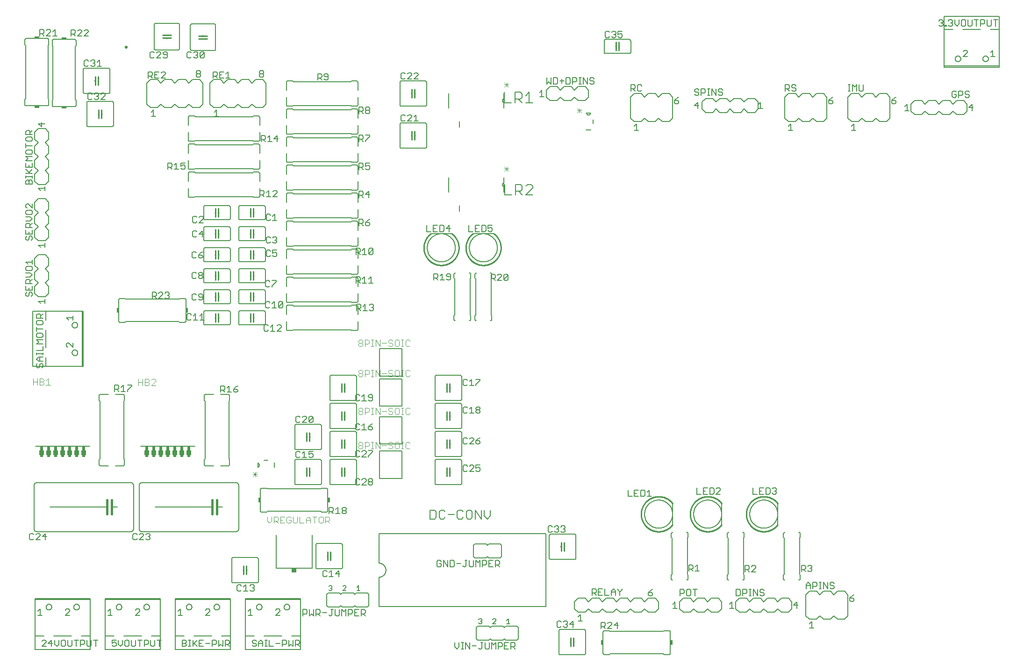
<source format=gbr>
G04 EAGLE Gerber RS-274X export*
G75*
%MOMM*%
%FSLAX34Y34*%
%LPD*%
%INSilkscreen Top*%
%IPPOS*%
%AMOC8*
5,1,8,0,0,1.08239X$1,22.5*%
G01*
%ADD10C,0.152400*%
%ADD11C,0.127000*%
%ADD12C,0.203200*%
%ADD13C,0.254000*%
%ADD14C,0.076200*%
%ADD15R,0.900000X0.952500*%
%ADD16R,0.900000X0.952400*%
%ADD17R,0.600000X1.950000*%
%ADD18C,0.101600*%
%ADD19R,0.406400X0.812800*%
%ADD20C,0.406400*%
%ADD21R,0.863600X0.762000*%
%ADD22C,0.177800*%
%ADD23C,0.561000*%
%ADD24R,0.812800X0.406400*%


D10*
X1593850Y939800D02*
X1606550Y939800D01*
X1612900Y933450D01*
X1619250Y939800D01*
X1631950Y939800D01*
X1638300Y933450D01*
X1593850Y939800D02*
X1587500Y933450D01*
X1638300Y933450D02*
X1644650Y939800D01*
X1657350Y939800D01*
X1663700Y933450D01*
X1663700Y895350D01*
X1612900Y895350D02*
X1606550Y889000D01*
X1631950Y889000D02*
X1638300Y895350D01*
X1631950Y889000D02*
X1619250Y889000D01*
X1612900Y895350D01*
X1587500Y895350D02*
X1587500Y933450D01*
X1587500Y895350D02*
X1593850Y889000D01*
X1606550Y889000D01*
X1657350Y889000D02*
X1663700Y895350D01*
X1657350Y889000D02*
X1644650Y889000D01*
X1638300Y895350D01*
D11*
X1598298Y884565D02*
X1594485Y880752D01*
X1598298Y884565D02*
X1598298Y873125D01*
X1594485Y873125D02*
X1602112Y873125D01*
X1670688Y930918D02*
X1674502Y932825D01*
X1670688Y930918D02*
X1666875Y927105D01*
X1666875Y923292D01*
X1668782Y921385D01*
X1672595Y921385D01*
X1674502Y923292D01*
X1674502Y925198D01*
X1672595Y927105D01*
X1666875Y927105D01*
X1591948Y944245D02*
X1588135Y944245D01*
X1590042Y944245D02*
X1590042Y955685D01*
X1591948Y955685D02*
X1588135Y955685D01*
X1595931Y955685D02*
X1595931Y944245D01*
X1599744Y951872D02*
X1595931Y955685D01*
X1599744Y951872D02*
X1603557Y955685D01*
X1603557Y944245D01*
X1607625Y946152D02*
X1607625Y955685D01*
X1607625Y946152D02*
X1609532Y944245D01*
X1613345Y944245D01*
X1615251Y946152D01*
X1615251Y955685D01*
D10*
X1492250Y939800D02*
X1479550Y939800D01*
X1492250Y939800D02*
X1498600Y933450D01*
X1504950Y939800D01*
X1517650Y939800D01*
X1524000Y933450D01*
X1479550Y939800D02*
X1473200Y933450D01*
X1524000Y933450D02*
X1530350Y939800D01*
X1543050Y939800D01*
X1549400Y933450D01*
X1549400Y895350D01*
X1498600Y895350D02*
X1492250Y889000D01*
X1517650Y889000D02*
X1524000Y895350D01*
X1517650Y889000D02*
X1504950Y889000D01*
X1498600Y895350D01*
X1473200Y895350D02*
X1473200Y933450D01*
X1473200Y895350D02*
X1479550Y889000D01*
X1492250Y889000D01*
X1543050Y889000D02*
X1549400Y895350D01*
X1543050Y889000D02*
X1530350Y889000D01*
X1524000Y895350D01*
D11*
X1483998Y884565D02*
X1480185Y880752D01*
X1483998Y884565D02*
X1483998Y873125D01*
X1480185Y873125D02*
X1487812Y873125D01*
X1556388Y930918D02*
X1560202Y932825D01*
X1556388Y930918D02*
X1552575Y927105D01*
X1552575Y923292D01*
X1554482Y921385D01*
X1558295Y921385D01*
X1560202Y923292D01*
X1560202Y925198D01*
X1558295Y927105D01*
X1552575Y927105D01*
X1473835Y944245D02*
X1473835Y955685D01*
X1479555Y955685D01*
X1481462Y953778D01*
X1481462Y949965D01*
X1479555Y948058D01*
X1473835Y948058D01*
X1477648Y948058D02*
X1481462Y944245D01*
X1491249Y955685D02*
X1493155Y953778D01*
X1491249Y955685D02*
X1487436Y955685D01*
X1485529Y953778D01*
X1485529Y951872D01*
X1487436Y949965D01*
X1491249Y949965D01*
X1493155Y948058D01*
X1493155Y946152D01*
X1491249Y944245D01*
X1487436Y944245D01*
X1485529Y946152D01*
D10*
X114300Y590550D02*
X114300Y577850D01*
X114300Y590550D02*
X120650Y596900D01*
X133350Y596900D02*
X139700Y590550D01*
X120650Y596900D02*
X114300Y603250D01*
X114300Y615950D01*
X120650Y622300D01*
X133350Y622300D02*
X139700Y615950D01*
X139700Y603250D01*
X133350Y596900D01*
X133350Y571500D02*
X120650Y571500D01*
X114300Y577850D01*
X133350Y571500D02*
X139700Y577850D01*
X139700Y590550D01*
X120650Y622300D02*
X114300Y628650D01*
X114300Y641350D01*
X120650Y647700D01*
X133350Y647700D02*
X139700Y641350D01*
X139700Y628650D01*
X133350Y622300D01*
X133350Y647700D02*
X120650Y647700D01*
D11*
X121275Y563248D02*
X125089Y559435D01*
X121275Y563248D02*
X132715Y563248D01*
X132715Y559435D02*
X132715Y567062D01*
X100322Y579762D02*
X98415Y577855D01*
X98415Y574042D01*
X100322Y572135D01*
X102229Y572135D01*
X104135Y574042D01*
X104135Y577855D01*
X106042Y579762D01*
X107948Y579762D01*
X109855Y577855D01*
X109855Y574042D01*
X107948Y572135D01*
X98415Y583829D02*
X98415Y591455D01*
X98415Y583829D02*
X109855Y583829D01*
X109855Y591455D01*
X104135Y587642D02*
X104135Y583829D01*
X109855Y595523D02*
X98415Y595523D01*
X98415Y601243D01*
X100322Y603149D01*
X104135Y603149D01*
X106042Y601243D01*
X106042Y595523D01*
X106042Y599336D02*
X109855Y603149D01*
X106042Y607217D02*
X98415Y607217D01*
X106042Y607217D02*
X109855Y611030D01*
X106042Y614843D01*
X98415Y614843D01*
X98415Y620818D02*
X98415Y624631D01*
X98415Y620818D02*
X100322Y618911D01*
X107948Y618911D01*
X109855Y620818D01*
X109855Y624631D01*
X107948Y626537D01*
X100322Y626537D01*
X98415Y624631D01*
X102229Y630605D02*
X98415Y634418D01*
X109855Y634418D01*
X109855Y630605D02*
X109855Y638231D01*
D10*
X114300Y679450D02*
X114300Y692150D01*
X120650Y698500D01*
X133350Y698500D02*
X139700Y692150D01*
X120650Y698500D02*
X114300Y704850D01*
X114300Y717550D01*
X120650Y723900D01*
X133350Y723900D02*
X139700Y717550D01*
X139700Y704850D01*
X133350Y698500D01*
X133350Y673100D02*
X120650Y673100D01*
X114300Y679450D01*
X133350Y673100D02*
X139700Y679450D01*
X139700Y692150D01*
X120650Y723900D02*
X114300Y730250D01*
X114300Y742950D01*
X120650Y749300D01*
X133350Y749300D02*
X139700Y742950D01*
X139700Y730250D01*
X133350Y723900D01*
X133350Y749300D02*
X120650Y749300D01*
D11*
X121275Y664848D02*
X125089Y661035D01*
X121275Y664848D02*
X132715Y664848D01*
X132715Y661035D02*
X132715Y668662D01*
X100322Y681362D02*
X98415Y679455D01*
X98415Y675642D01*
X100322Y673735D01*
X102229Y673735D01*
X104135Y675642D01*
X104135Y679455D01*
X106042Y681362D01*
X107948Y681362D01*
X109855Y679455D01*
X109855Y675642D01*
X107948Y673735D01*
X98415Y685429D02*
X98415Y693055D01*
X98415Y685429D02*
X109855Y685429D01*
X109855Y693055D01*
X104135Y689242D02*
X104135Y685429D01*
X109855Y697123D02*
X98415Y697123D01*
X98415Y702843D01*
X100322Y704749D01*
X104135Y704749D01*
X106042Y702843D01*
X106042Y697123D01*
X106042Y700936D02*
X109855Y704749D01*
X106042Y708817D02*
X98415Y708817D01*
X106042Y708817D02*
X109855Y712630D01*
X106042Y716443D01*
X98415Y716443D01*
X98415Y722418D02*
X98415Y726231D01*
X98415Y722418D02*
X100322Y720511D01*
X107948Y720511D01*
X109855Y722418D01*
X109855Y726231D01*
X107948Y728137D01*
X100322Y728137D01*
X98415Y726231D01*
X109855Y732205D02*
X109855Y739831D01*
X109855Y732205D02*
X102229Y739831D01*
X100322Y739831D01*
X98415Y737925D01*
X98415Y734111D01*
X100322Y732205D01*
D10*
X369210Y-67310D02*
X469030Y-67310D01*
X469030Y22610D02*
X469030Y24640D01*
X369210Y24640D01*
X369210Y-43430D02*
X369210Y-67310D01*
X369210Y-43430D02*
X385210Y-43430D01*
X402990Y-43430D02*
X435250Y-43430D01*
X453030Y-43430D02*
X469030Y-43430D01*
X369210Y-43430D02*
X369210Y22610D01*
X469030Y-43430D02*
X469030Y-67310D01*
X469030Y22610D02*
X369210Y22610D01*
X369210Y24640D01*
X469030Y22610D02*
X469030Y-43430D01*
X389020Y9398D02*
X389022Y9540D01*
X389028Y9683D01*
X389038Y9825D01*
X389052Y9967D01*
X389070Y10108D01*
X389092Y10249D01*
X389118Y10389D01*
X389147Y10528D01*
X389181Y10667D01*
X389219Y10804D01*
X389260Y10941D01*
X389305Y11076D01*
X389354Y11210D01*
X389407Y11342D01*
X389463Y11473D01*
X389523Y11602D01*
X389587Y11730D01*
X389654Y11855D01*
X389725Y11979D01*
X389799Y12101D01*
X389876Y12220D01*
X389957Y12338D01*
X390041Y12453D01*
X390128Y12565D01*
X390219Y12675D01*
X390312Y12783D01*
X390409Y12888D01*
X390508Y12990D01*
X390610Y13089D01*
X390715Y13186D01*
X390823Y13279D01*
X390933Y13370D01*
X391045Y13457D01*
X391160Y13541D01*
X391278Y13622D01*
X391397Y13699D01*
X391519Y13773D01*
X391643Y13844D01*
X391768Y13911D01*
X391896Y13975D01*
X392025Y14035D01*
X392156Y14091D01*
X392288Y14144D01*
X392422Y14193D01*
X392557Y14238D01*
X392694Y14279D01*
X392831Y14317D01*
X392970Y14351D01*
X393109Y14380D01*
X393249Y14406D01*
X393390Y14428D01*
X393531Y14446D01*
X393673Y14460D01*
X393815Y14470D01*
X393958Y14476D01*
X394100Y14478D01*
X394242Y14476D01*
X394385Y14470D01*
X394527Y14460D01*
X394669Y14446D01*
X394810Y14428D01*
X394951Y14406D01*
X395091Y14380D01*
X395230Y14351D01*
X395369Y14317D01*
X395506Y14279D01*
X395643Y14238D01*
X395778Y14193D01*
X395912Y14144D01*
X396044Y14091D01*
X396175Y14035D01*
X396304Y13975D01*
X396432Y13911D01*
X396557Y13844D01*
X396681Y13773D01*
X396803Y13699D01*
X396922Y13622D01*
X397040Y13541D01*
X397155Y13457D01*
X397267Y13370D01*
X397377Y13279D01*
X397485Y13186D01*
X397590Y13089D01*
X397692Y12990D01*
X397791Y12888D01*
X397888Y12783D01*
X397981Y12675D01*
X398072Y12565D01*
X398159Y12453D01*
X398243Y12338D01*
X398324Y12220D01*
X398401Y12101D01*
X398475Y11979D01*
X398546Y11855D01*
X398613Y11730D01*
X398677Y11602D01*
X398737Y11473D01*
X398793Y11342D01*
X398846Y11210D01*
X398895Y11076D01*
X398940Y10941D01*
X398981Y10804D01*
X399019Y10667D01*
X399053Y10528D01*
X399082Y10389D01*
X399108Y10249D01*
X399130Y10108D01*
X399148Y9967D01*
X399162Y9825D01*
X399172Y9683D01*
X399178Y9540D01*
X399180Y9398D01*
X399178Y9256D01*
X399172Y9113D01*
X399162Y8971D01*
X399148Y8829D01*
X399130Y8688D01*
X399108Y8547D01*
X399082Y8407D01*
X399053Y8268D01*
X399019Y8129D01*
X398981Y7992D01*
X398940Y7855D01*
X398895Y7720D01*
X398846Y7586D01*
X398793Y7454D01*
X398737Y7323D01*
X398677Y7194D01*
X398613Y7066D01*
X398546Y6941D01*
X398475Y6817D01*
X398401Y6695D01*
X398324Y6576D01*
X398243Y6458D01*
X398159Y6343D01*
X398072Y6231D01*
X397981Y6121D01*
X397888Y6013D01*
X397791Y5908D01*
X397692Y5806D01*
X397590Y5707D01*
X397485Y5610D01*
X397377Y5517D01*
X397267Y5426D01*
X397155Y5339D01*
X397040Y5255D01*
X396922Y5174D01*
X396803Y5097D01*
X396681Y5023D01*
X396557Y4952D01*
X396432Y4885D01*
X396304Y4821D01*
X396175Y4761D01*
X396044Y4705D01*
X395912Y4652D01*
X395778Y4603D01*
X395643Y4558D01*
X395506Y4517D01*
X395369Y4479D01*
X395230Y4445D01*
X395091Y4416D01*
X394951Y4390D01*
X394810Y4368D01*
X394669Y4350D01*
X394527Y4336D01*
X394385Y4326D01*
X394242Y4320D01*
X394100Y4318D01*
X393958Y4320D01*
X393815Y4326D01*
X393673Y4336D01*
X393531Y4350D01*
X393390Y4368D01*
X393249Y4390D01*
X393109Y4416D01*
X392970Y4445D01*
X392831Y4479D01*
X392694Y4517D01*
X392557Y4558D01*
X392422Y4603D01*
X392288Y4652D01*
X392156Y4705D01*
X392025Y4761D01*
X391896Y4821D01*
X391768Y4885D01*
X391643Y4952D01*
X391519Y5023D01*
X391397Y5097D01*
X391278Y5174D01*
X391160Y5255D01*
X391045Y5339D01*
X390933Y5426D01*
X390823Y5517D01*
X390715Y5610D01*
X390610Y5707D01*
X390508Y5806D01*
X390409Y5908D01*
X390312Y6013D01*
X390219Y6121D01*
X390128Y6231D01*
X390041Y6343D01*
X389957Y6458D01*
X389876Y6576D01*
X389799Y6695D01*
X389725Y6817D01*
X389654Y6941D01*
X389587Y7066D01*
X389523Y7194D01*
X389463Y7323D01*
X389407Y7454D01*
X389354Y7586D01*
X389305Y7720D01*
X389260Y7855D01*
X389219Y7992D01*
X389181Y8129D01*
X389147Y8268D01*
X389118Y8407D01*
X389092Y8547D01*
X389070Y8688D01*
X389052Y8829D01*
X389038Y8971D01*
X389028Y9113D01*
X389022Y9256D01*
X389020Y9398D01*
X439058Y9398D02*
X439060Y9540D01*
X439066Y9683D01*
X439076Y9825D01*
X439090Y9967D01*
X439108Y10108D01*
X439130Y10249D01*
X439156Y10389D01*
X439185Y10528D01*
X439219Y10667D01*
X439257Y10804D01*
X439298Y10941D01*
X439343Y11076D01*
X439392Y11210D01*
X439445Y11342D01*
X439501Y11473D01*
X439561Y11602D01*
X439625Y11730D01*
X439692Y11855D01*
X439763Y11979D01*
X439837Y12101D01*
X439914Y12220D01*
X439995Y12338D01*
X440079Y12453D01*
X440166Y12565D01*
X440257Y12675D01*
X440350Y12783D01*
X440447Y12888D01*
X440546Y12990D01*
X440648Y13089D01*
X440753Y13186D01*
X440861Y13279D01*
X440971Y13370D01*
X441083Y13457D01*
X441198Y13541D01*
X441316Y13622D01*
X441435Y13699D01*
X441557Y13773D01*
X441681Y13844D01*
X441806Y13911D01*
X441934Y13975D01*
X442063Y14035D01*
X442194Y14091D01*
X442326Y14144D01*
X442460Y14193D01*
X442595Y14238D01*
X442732Y14279D01*
X442869Y14317D01*
X443008Y14351D01*
X443147Y14380D01*
X443287Y14406D01*
X443428Y14428D01*
X443569Y14446D01*
X443711Y14460D01*
X443853Y14470D01*
X443996Y14476D01*
X444138Y14478D01*
X444280Y14476D01*
X444423Y14470D01*
X444565Y14460D01*
X444707Y14446D01*
X444848Y14428D01*
X444989Y14406D01*
X445129Y14380D01*
X445268Y14351D01*
X445407Y14317D01*
X445544Y14279D01*
X445681Y14238D01*
X445816Y14193D01*
X445950Y14144D01*
X446082Y14091D01*
X446213Y14035D01*
X446342Y13975D01*
X446470Y13911D01*
X446595Y13844D01*
X446719Y13773D01*
X446841Y13699D01*
X446960Y13622D01*
X447078Y13541D01*
X447193Y13457D01*
X447305Y13370D01*
X447415Y13279D01*
X447523Y13186D01*
X447628Y13089D01*
X447730Y12990D01*
X447829Y12888D01*
X447926Y12783D01*
X448019Y12675D01*
X448110Y12565D01*
X448197Y12453D01*
X448281Y12338D01*
X448362Y12220D01*
X448439Y12101D01*
X448513Y11979D01*
X448584Y11855D01*
X448651Y11730D01*
X448715Y11602D01*
X448775Y11473D01*
X448831Y11342D01*
X448884Y11210D01*
X448933Y11076D01*
X448978Y10941D01*
X449019Y10804D01*
X449057Y10667D01*
X449091Y10528D01*
X449120Y10389D01*
X449146Y10249D01*
X449168Y10108D01*
X449186Y9967D01*
X449200Y9825D01*
X449210Y9683D01*
X449216Y9540D01*
X449218Y9398D01*
X449216Y9256D01*
X449210Y9113D01*
X449200Y8971D01*
X449186Y8829D01*
X449168Y8688D01*
X449146Y8547D01*
X449120Y8407D01*
X449091Y8268D01*
X449057Y8129D01*
X449019Y7992D01*
X448978Y7855D01*
X448933Y7720D01*
X448884Y7586D01*
X448831Y7454D01*
X448775Y7323D01*
X448715Y7194D01*
X448651Y7066D01*
X448584Y6941D01*
X448513Y6817D01*
X448439Y6695D01*
X448362Y6576D01*
X448281Y6458D01*
X448197Y6343D01*
X448110Y6231D01*
X448019Y6121D01*
X447926Y6013D01*
X447829Y5908D01*
X447730Y5806D01*
X447628Y5707D01*
X447523Y5610D01*
X447415Y5517D01*
X447305Y5426D01*
X447193Y5339D01*
X447078Y5255D01*
X446960Y5174D01*
X446841Y5097D01*
X446719Y5023D01*
X446595Y4952D01*
X446470Y4885D01*
X446342Y4821D01*
X446213Y4761D01*
X446082Y4705D01*
X445950Y4652D01*
X445816Y4603D01*
X445681Y4558D01*
X445544Y4517D01*
X445407Y4479D01*
X445268Y4445D01*
X445129Y4416D01*
X444989Y4390D01*
X444848Y4368D01*
X444707Y4350D01*
X444565Y4336D01*
X444423Y4326D01*
X444280Y4320D01*
X444138Y4318D01*
X443996Y4320D01*
X443853Y4326D01*
X443711Y4336D01*
X443569Y4350D01*
X443428Y4368D01*
X443287Y4390D01*
X443147Y4416D01*
X443008Y4445D01*
X442869Y4479D01*
X442732Y4517D01*
X442595Y4558D01*
X442460Y4603D01*
X442326Y4652D01*
X442194Y4705D01*
X442063Y4761D01*
X441934Y4821D01*
X441806Y4885D01*
X441681Y4952D01*
X441557Y5023D01*
X441435Y5097D01*
X441316Y5174D01*
X441198Y5255D01*
X441083Y5339D01*
X440971Y5426D01*
X440861Y5517D01*
X440753Y5610D01*
X440648Y5707D01*
X440546Y5806D01*
X440447Y5908D01*
X440350Y6013D01*
X440257Y6121D01*
X440166Y6231D01*
X440079Y6343D01*
X439995Y6458D01*
X439914Y6576D01*
X439837Y6695D01*
X439763Y6817D01*
X439692Y6941D01*
X439625Y7066D01*
X439561Y7194D01*
X439501Y7323D01*
X439445Y7454D01*
X439392Y7586D01*
X439343Y7720D01*
X439298Y7855D01*
X439257Y7992D01*
X439219Y8129D01*
X439185Y8268D01*
X439156Y8407D01*
X439130Y8547D01*
X439108Y8688D01*
X439090Y8829D01*
X439076Y8971D01*
X439066Y9113D01*
X439060Y9256D01*
X439058Y9398D01*
D11*
X378228Y5725D02*
X374415Y1912D01*
X378228Y5725D02*
X378228Y-5715D01*
X374415Y-5715D02*
X382042Y-5715D01*
X423945Y-5715D02*
X431572Y-5715D01*
X423945Y-5715D02*
X431572Y1912D01*
X431572Y3818D01*
X429665Y5725D01*
X425852Y5725D01*
X423945Y3818D01*
X381273Y-50663D02*
X381273Y-62103D01*
X381273Y-50663D02*
X386993Y-50663D01*
X388900Y-52570D01*
X388900Y-54477D01*
X386993Y-56383D01*
X388900Y-58290D01*
X388900Y-60196D01*
X386993Y-62103D01*
X381273Y-62103D01*
X381273Y-56383D02*
X386993Y-56383D01*
X392967Y-62103D02*
X396780Y-62103D01*
X394874Y-62103D02*
X394874Y-50663D01*
X396780Y-50663D02*
X392967Y-50663D01*
X400763Y-50663D02*
X400763Y-62103D01*
X400763Y-58290D02*
X408389Y-50663D01*
X402670Y-56383D02*
X408389Y-62103D01*
X412457Y-50663D02*
X420083Y-50663D01*
X412457Y-50663D02*
X412457Y-62103D01*
X420083Y-62103D01*
X416270Y-56383D02*
X412457Y-56383D01*
X424151Y-56383D02*
X431777Y-56383D01*
X435845Y-62103D02*
X435845Y-50663D01*
X441565Y-50663D01*
X443471Y-52570D01*
X443471Y-56383D01*
X441565Y-58290D01*
X435845Y-58290D01*
X447539Y-62103D02*
X447539Y-50663D01*
X451352Y-58290D02*
X447539Y-62103D01*
X451352Y-58290D02*
X455165Y-62103D01*
X455165Y-50663D01*
X459233Y-50663D02*
X459233Y-62103D01*
X459233Y-50663D02*
X464953Y-50663D01*
X466859Y-52570D01*
X466859Y-56383D01*
X464953Y-58290D01*
X459233Y-58290D01*
X463046Y-58290D02*
X466859Y-62103D01*
D10*
X496210Y-67310D02*
X596030Y-67310D01*
X596030Y22610D02*
X596030Y24640D01*
X496210Y24640D01*
X496210Y-43430D02*
X496210Y-67310D01*
X496210Y-43430D02*
X512210Y-43430D01*
X529990Y-43430D02*
X562250Y-43430D01*
X580030Y-43430D02*
X596030Y-43430D01*
X496210Y-43430D02*
X496210Y22610D01*
X596030Y-43430D02*
X596030Y-67310D01*
X596030Y22610D02*
X496210Y22610D01*
X496210Y24640D01*
X596030Y22610D02*
X596030Y-43430D01*
X516020Y9398D02*
X516022Y9540D01*
X516028Y9683D01*
X516038Y9825D01*
X516052Y9967D01*
X516070Y10108D01*
X516092Y10249D01*
X516118Y10389D01*
X516147Y10528D01*
X516181Y10667D01*
X516219Y10804D01*
X516260Y10941D01*
X516305Y11076D01*
X516354Y11210D01*
X516407Y11342D01*
X516463Y11473D01*
X516523Y11602D01*
X516587Y11730D01*
X516654Y11855D01*
X516725Y11979D01*
X516799Y12101D01*
X516876Y12220D01*
X516957Y12338D01*
X517041Y12453D01*
X517128Y12565D01*
X517219Y12675D01*
X517312Y12783D01*
X517409Y12888D01*
X517508Y12990D01*
X517610Y13089D01*
X517715Y13186D01*
X517823Y13279D01*
X517933Y13370D01*
X518045Y13457D01*
X518160Y13541D01*
X518278Y13622D01*
X518397Y13699D01*
X518519Y13773D01*
X518643Y13844D01*
X518768Y13911D01*
X518896Y13975D01*
X519025Y14035D01*
X519156Y14091D01*
X519288Y14144D01*
X519422Y14193D01*
X519557Y14238D01*
X519694Y14279D01*
X519831Y14317D01*
X519970Y14351D01*
X520109Y14380D01*
X520249Y14406D01*
X520390Y14428D01*
X520531Y14446D01*
X520673Y14460D01*
X520815Y14470D01*
X520958Y14476D01*
X521100Y14478D01*
X521242Y14476D01*
X521385Y14470D01*
X521527Y14460D01*
X521669Y14446D01*
X521810Y14428D01*
X521951Y14406D01*
X522091Y14380D01*
X522230Y14351D01*
X522369Y14317D01*
X522506Y14279D01*
X522643Y14238D01*
X522778Y14193D01*
X522912Y14144D01*
X523044Y14091D01*
X523175Y14035D01*
X523304Y13975D01*
X523432Y13911D01*
X523557Y13844D01*
X523681Y13773D01*
X523803Y13699D01*
X523922Y13622D01*
X524040Y13541D01*
X524155Y13457D01*
X524267Y13370D01*
X524377Y13279D01*
X524485Y13186D01*
X524590Y13089D01*
X524692Y12990D01*
X524791Y12888D01*
X524888Y12783D01*
X524981Y12675D01*
X525072Y12565D01*
X525159Y12453D01*
X525243Y12338D01*
X525324Y12220D01*
X525401Y12101D01*
X525475Y11979D01*
X525546Y11855D01*
X525613Y11730D01*
X525677Y11602D01*
X525737Y11473D01*
X525793Y11342D01*
X525846Y11210D01*
X525895Y11076D01*
X525940Y10941D01*
X525981Y10804D01*
X526019Y10667D01*
X526053Y10528D01*
X526082Y10389D01*
X526108Y10249D01*
X526130Y10108D01*
X526148Y9967D01*
X526162Y9825D01*
X526172Y9683D01*
X526178Y9540D01*
X526180Y9398D01*
X526178Y9256D01*
X526172Y9113D01*
X526162Y8971D01*
X526148Y8829D01*
X526130Y8688D01*
X526108Y8547D01*
X526082Y8407D01*
X526053Y8268D01*
X526019Y8129D01*
X525981Y7992D01*
X525940Y7855D01*
X525895Y7720D01*
X525846Y7586D01*
X525793Y7454D01*
X525737Y7323D01*
X525677Y7194D01*
X525613Y7066D01*
X525546Y6941D01*
X525475Y6817D01*
X525401Y6695D01*
X525324Y6576D01*
X525243Y6458D01*
X525159Y6343D01*
X525072Y6231D01*
X524981Y6121D01*
X524888Y6013D01*
X524791Y5908D01*
X524692Y5806D01*
X524590Y5707D01*
X524485Y5610D01*
X524377Y5517D01*
X524267Y5426D01*
X524155Y5339D01*
X524040Y5255D01*
X523922Y5174D01*
X523803Y5097D01*
X523681Y5023D01*
X523557Y4952D01*
X523432Y4885D01*
X523304Y4821D01*
X523175Y4761D01*
X523044Y4705D01*
X522912Y4652D01*
X522778Y4603D01*
X522643Y4558D01*
X522506Y4517D01*
X522369Y4479D01*
X522230Y4445D01*
X522091Y4416D01*
X521951Y4390D01*
X521810Y4368D01*
X521669Y4350D01*
X521527Y4336D01*
X521385Y4326D01*
X521242Y4320D01*
X521100Y4318D01*
X520958Y4320D01*
X520815Y4326D01*
X520673Y4336D01*
X520531Y4350D01*
X520390Y4368D01*
X520249Y4390D01*
X520109Y4416D01*
X519970Y4445D01*
X519831Y4479D01*
X519694Y4517D01*
X519557Y4558D01*
X519422Y4603D01*
X519288Y4652D01*
X519156Y4705D01*
X519025Y4761D01*
X518896Y4821D01*
X518768Y4885D01*
X518643Y4952D01*
X518519Y5023D01*
X518397Y5097D01*
X518278Y5174D01*
X518160Y5255D01*
X518045Y5339D01*
X517933Y5426D01*
X517823Y5517D01*
X517715Y5610D01*
X517610Y5707D01*
X517508Y5806D01*
X517409Y5908D01*
X517312Y6013D01*
X517219Y6121D01*
X517128Y6231D01*
X517041Y6343D01*
X516957Y6458D01*
X516876Y6576D01*
X516799Y6695D01*
X516725Y6817D01*
X516654Y6941D01*
X516587Y7066D01*
X516523Y7194D01*
X516463Y7323D01*
X516407Y7454D01*
X516354Y7586D01*
X516305Y7720D01*
X516260Y7855D01*
X516219Y7992D01*
X516181Y8129D01*
X516147Y8268D01*
X516118Y8407D01*
X516092Y8547D01*
X516070Y8688D01*
X516052Y8829D01*
X516038Y8971D01*
X516028Y9113D01*
X516022Y9256D01*
X516020Y9398D01*
X566058Y9398D02*
X566060Y9540D01*
X566066Y9683D01*
X566076Y9825D01*
X566090Y9967D01*
X566108Y10108D01*
X566130Y10249D01*
X566156Y10389D01*
X566185Y10528D01*
X566219Y10667D01*
X566257Y10804D01*
X566298Y10941D01*
X566343Y11076D01*
X566392Y11210D01*
X566445Y11342D01*
X566501Y11473D01*
X566561Y11602D01*
X566625Y11730D01*
X566692Y11855D01*
X566763Y11979D01*
X566837Y12101D01*
X566914Y12220D01*
X566995Y12338D01*
X567079Y12453D01*
X567166Y12565D01*
X567257Y12675D01*
X567350Y12783D01*
X567447Y12888D01*
X567546Y12990D01*
X567648Y13089D01*
X567753Y13186D01*
X567861Y13279D01*
X567971Y13370D01*
X568083Y13457D01*
X568198Y13541D01*
X568316Y13622D01*
X568435Y13699D01*
X568557Y13773D01*
X568681Y13844D01*
X568806Y13911D01*
X568934Y13975D01*
X569063Y14035D01*
X569194Y14091D01*
X569326Y14144D01*
X569460Y14193D01*
X569595Y14238D01*
X569732Y14279D01*
X569869Y14317D01*
X570008Y14351D01*
X570147Y14380D01*
X570287Y14406D01*
X570428Y14428D01*
X570569Y14446D01*
X570711Y14460D01*
X570853Y14470D01*
X570996Y14476D01*
X571138Y14478D01*
X571280Y14476D01*
X571423Y14470D01*
X571565Y14460D01*
X571707Y14446D01*
X571848Y14428D01*
X571989Y14406D01*
X572129Y14380D01*
X572268Y14351D01*
X572407Y14317D01*
X572544Y14279D01*
X572681Y14238D01*
X572816Y14193D01*
X572950Y14144D01*
X573082Y14091D01*
X573213Y14035D01*
X573342Y13975D01*
X573470Y13911D01*
X573595Y13844D01*
X573719Y13773D01*
X573841Y13699D01*
X573960Y13622D01*
X574078Y13541D01*
X574193Y13457D01*
X574305Y13370D01*
X574415Y13279D01*
X574523Y13186D01*
X574628Y13089D01*
X574730Y12990D01*
X574829Y12888D01*
X574926Y12783D01*
X575019Y12675D01*
X575110Y12565D01*
X575197Y12453D01*
X575281Y12338D01*
X575362Y12220D01*
X575439Y12101D01*
X575513Y11979D01*
X575584Y11855D01*
X575651Y11730D01*
X575715Y11602D01*
X575775Y11473D01*
X575831Y11342D01*
X575884Y11210D01*
X575933Y11076D01*
X575978Y10941D01*
X576019Y10804D01*
X576057Y10667D01*
X576091Y10528D01*
X576120Y10389D01*
X576146Y10249D01*
X576168Y10108D01*
X576186Y9967D01*
X576200Y9825D01*
X576210Y9683D01*
X576216Y9540D01*
X576218Y9398D01*
X576216Y9256D01*
X576210Y9113D01*
X576200Y8971D01*
X576186Y8829D01*
X576168Y8688D01*
X576146Y8547D01*
X576120Y8407D01*
X576091Y8268D01*
X576057Y8129D01*
X576019Y7992D01*
X575978Y7855D01*
X575933Y7720D01*
X575884Y7586D01*
X575831Y7454D01*
X575775Y7323D01*
X575715Y7194D01*
X575651Y7066D01*
X575584Y6941D01*
X575513Y6817D01*
X575439Y6695D01*
X575362Y6576D01*
X575281Y6458D01*
X575197Y6343D01*
X575110Y6231D01*
X575019Y6121D01*
X574926Y6013D01*
X574829Y5908D01*
X574730Y5806D01*
X574628Y5707D01*
X574523Y5610D01*
X574415Y5517D01*
X574305Y5426D01*
X574193Y5339D01*
X574078Y5255D01*
X573960Y5174D01*
X573841Y5097D01*
X573719Y5023D01*
X573595Y4952D01*
X573470Y4885D01*
X573342Y4821D01*
X573213Y4761D01*
X573082Y4705D01*
X572950Y4652D01*
X572816Y4603D01*
X572681Y4558D01*
X572544Y4517D01*
X572407Y4479D01*
X572268Y4445D01*
X572129Y4416D01*
X571989Y4390D01*
X571848Y4368D01*
X571707Y4350D01*
X571565Y4336D01*
X571423Y4326D01*
X571280Y4320D01*
X571138Y4318D01*
X570996Y4320D01*
X570853Y4326D01*
X570711Y4336D01*
X570569Y4350D01*
X570428Y4368D01*
X570287Y4390D01*
X570147Y4416D01*
X570008Y4445D01*
X569869Y4479D01*
X569732Y4517D01*
X569595Y4558D01*
X569460Y4603D01*
X569326Y4652D01*
X569194Y4705D01*
X569063Y4761D01*
X568934Y4821D01*
X568806Y4885D01*
X568681Y4952D01*
X568557Y5023D01*
X568435Y5097D01*
X568316Y5174D01*
X568198Y5255D01*
X568083Y5339D01*
X567971Y5426D01*
X567861Y5517D01*
X567753Y5610D01*
X567648Y5707D01*
X567546Y5806D01*
X567447Y5908D01*
X567350Y6013D01*
X567257Y6121D01*
X567166Y6231D01*
X567079Y6343D01*
X566995Y6458D01*
X566914Y6576D01*
X566837Y6695D01*
X566763Y6817D01*
X566692Y6941D01*
X566625Y7066D01*
X566561Y7194D01*
X566501Y7323D01*
X566445Y7454D01*
X566392Y7586D01*
X566343Y7720D01*
X566298Y7855D01*
X566257Y7992D01*
X566219Y8129D01*
X566185Y8268D01*
X566156Y8407D01*
X566130Y8547D01*
X566108Y8688D01*
X566090Y8829D01*
X566076Y8971D01*
X566066Y9113D01*
X566060Y9256D01*
X566058Y9398D01*
D11*
X505228Y5725D02*
X501415Y1912D01*
X505228Y5725D02*
X505228Y-5715D01*
X501415Y-5715D02*
X509042Y-5715D01*
X550945Y-5715D02*
X558572Y-5715D01*
X550945Y-5715D02*
X558572Y1912D01*
X558572Y3818D01*
X556665Y5725D01*
X552852Y5725D01*
X550945Y3818D01*
X513993Y-50663D02*
X515900Y-52570D01*
X513993Y-50663D02*
X510180Y-50663D01*
X508273Y-52570D01*
X508273Y-54477D01*
X510180Y-56383D01*
X513993Y-56383D01*
X515900Y-58290D01*
X515900Y-60196D01*
X513993Y-62103D01*
X510180Y-62103D01*
X508273Y-60196D01*
X519967Y-62103D02*
X519967Y-54477D01*
X523780Y-50663D01*
X527593Y-54477D01*
X527593Y-62103D01*
X527593Y-56383D02*
X519967Y-56383D01*
X531661Y-62103D02*
X535474Y-62103D01*
X533568Y-62103D02*
X533568Y-50663D01*
X535474Y-50663D02*
X531661Y-50663D01*
X539457Y-50663D02*
X539457Y-62103D01*
X547083Y-62103D01*
X551151Y-56383D02*
X558777Y-56383D01*
X562845Y-62103D02*
X562845Y-50663D01*
X568565Y-50663D01*
X570471Y-52570D01*
X570471Y-56383D01*
X568565Y-58290D01*
X562845Y-58290D01*
X574539Y-62103D02*
X574539Y-50663D01*
X578352Y-58290D02*
X574539Y-62103D01*
X578352Y-58290D02*
X582165Y-62103D01*
X582165Y-50663D01*
X586233Y-50663D02*
X586233Y-62103D01*
X586233Y-50663D02*
X591953Y-50663D01*
X593859Y-52570D01*
X593859Y-56383D01*
X591953Y-58290D01*
X586233Y-58290D01*
X590046Y-58290D02*
X593859Y-62103D01*
D12*
X1270000Y158750D02*
X1270000Y196850D01*
D13*
X1269526Y197466D01*
X1269037Y198071D01*
X1268533Y198663D01*
X1268015Y199243D01*
X1267483Y199810D01*
X1266937Y200364D01*
X1266378Y200904D01*
X1265805Y201430D01*
X1265220Y201943D01*
X1264623Y202440D01*
X1264014Y202923D01*
X1263393Y203391D01*
X1262760Y203844D01*
X1262117Y204281D01*
X1261463Y204702D01*
X1260799Y205106D01*
X1260126Y205495D01*
X1259443Y205867D01*
X1258751Y206222D01*
X1258051Y206560D01*
X1257343Y206881D01*
X1256627Y207184D01*
X1255903Y207470D01*
X1255174Y207738D01*
X1254437Y207988D01*
X1253695Y208219D01*
X1252947Y208433D01*
X1252195Y208628D01*
X1251437Y208805D01*
X1250676Y208963D01*
X1249911Y209103D01*
X1249143Y209223D01*
X1248372Y209325D01*
X1247599Y209408D01*
X1246824Y209472D01*
X1246048Y209517D01*
X1245271Y209543D01*
X1244493Y209550D01*
X1243716Y209538D01*
X1242939Y209507D01*
X1242163Y209456D01*
X1241388Y209387D01*
X1240616Y209299D01*
X1239846Y209192D01*
X1239078Y209066D01*
X1238314Y208922D01*
X1237554Y208758D01*
X1236798Y208576D01*
X1236047Y208376D01*
X1235300Y208158D01*
X1234560Y207921D01*
X1233825Y207666D01*
X1233097Y207393D01*
X1232376Y207102D01*
X1231662Y206794D01*
X1230956Y206469D01*
X1230258Y206126D01*
X1229568Y205766D01*
X1228888Y205390D01*
X1228217Y204997D01*
X1227556Y204587D01*
X1226905Y204162D01*
X1226265Y203721D01*
X1225636Y203264D01*
X1225018Y202792D01*
X1224412Y202305D01*
X1223818Y201803D01*
X1223236Y201287D01*
X1222667Y200757D01*
X1222112Y200213D01*
X1221569Y199655D01*
X1221041Y199085D01*
X1220527Y198502D01*
X1220027Y197906D01*
X1219542Y197298D01*
X1219072Y196679D01*
X1218618Y196048D01*
X1218179Y195406D01*
X1217755Y194754D01*
X1217348Y194091D01*
X1216957Y193419D01*
X1216583Y192737D01*
X1216226Y192047D01*
X1215886Y191348D01*
X1215562Y190640D01*
X1215257Y189926D01*
X1214968Y189203D01*
X1214698Y188474D01*
X1214446Y187739D01*
X1214211Y186997D01*
X1213995Y186250D01*
X1213797Y185498D01*
X1213618Y184742D01*
X1213457Y183981D01*
X1213315Y183217D01*
X1213192Y182449D01*
X1213088Y181678D01*
X1213002Y180905D01*
X1212936Y180131D01*
X1212888Y179355D01*
X1212860Y178578D01*
X1212850Y177800D01*
X1212860Y177022D01*
X1212888Y176245D01*
X1212936Y175469D01*
X1213002Y174695D01*
X1213088Y173922D01*
X1213192Y173151D01*
X1213315Y172383D01*
X1213457Y171619D01*
X1213618Y170858D01*
X1213797Y170102D01*
X1213995Y169350D01*
X1214211Y168603D01*
X1214446Y167861D01*
X1214698Y167126D01*
X1214968Y166397D01*
X1215257Y165674D01*
X1215562Y164960D01*
X1215886Y164252D01*
X1216226Y163553D01*
X1216583Y162863D01*
X1216957Y162181D01*
X1217348Y161509D01*
X1217755Y160846D01*
X1218179Y160194D01*
X1218618Y159552D01*
X1219072Y158921D01*
X1219542Y158302D01*
X1220027Y157694D01*
X1220527Y157098D01*
X1221041Y156515D01*
X1221569Y155945D01*
X1222112Y155387D01*
X1222667Y154843D01*
X1223236Y154313D01*
X1223818Y153797D01*
X1224412Y153295D01*
X1225018Y152808D01*
X1225636Y152336D01*
X1226265Y151879D01*
X1226905Y151438D01*
X1227556Y151013D01*
X1228217Y150603D01*
X1228888Y150210D01*
X1229568Y149834D01*
X1230258Y149474D01*
X1230956Y149131D01*
X1231662Y148806D01*
X1232376Y148498D01*
X1233097Y148207D01*
X1233825Y147934D01*
X1234560Y147679D01*
X1235300Y147442D01*
X1236047Y147224D01*
X1236798Y147024D01*
X1237554Y146842D01*
X1238314Y146678D01*
X1239078Y146534D01*
X1239846Y146408D01*
X1240616Y146301D01*
X1241388Y146213D01*
X1242163Y146144D01*
X1242939Y146093D01*
X1243716Y146062D01*
X1244493Y146050D01*
X1245271Y146057D01*
X1246048Y146083D01*
X1246824Y146128D01*
X1247599Y146192D01*
X1248372Y146275D01*
X1249143Y146377D01*
X1249911Y146497D01*
X1250676Y146637D01*
X1251437Y146795D01*
X1252195Y146972D01*
X1252947Y147167D01*
X1253695Y147381D01*
X1254437Y147612D01*
X1255174Y147862D01*
X1255903Y148130D01*
X1256627Y148416D01*
X1257343Y148719D01*
X1258051Y149040D01*
X1258751Y149378D01*
X1259443Y149733D01*
X1260126Y150105D01*
X1260799Y150494D01*
X1261463Y150898D01*
X1262117Y151319D01*
X1262760Y151756D01*
X1263393Y152209D01*
X1264014Y152677D01*
X1264623Y153160D01*
X1265220Y153657D01*
X1265805Y154170D01*
X1266378Y154696D01*
X1266937Y155236D01*
X1267483Y155790D01*
X1268015Y156357D01*
X1268533Y156937D01*
X1269037Y157529D01*
X1269526Y158134D01*
X1270000Y158750D01*
D10*
X1219200Y177800D02*
X1219208Y178423D01*
X1219231Y179046D01*
X1219269Y179669D01*
X1219322Y180290D01*
X1219391Y180909D01*
X1219475Y181527D01*
X1219574Y182142D01*
X1219688Y182755D01*
X1219817Y183365D01*
X1219961Y183972D01*
X1220120Y184575D01*
X1220294Y185173D01*
X1220482Y185768D01*
X1220685Y186357D01*
X1220902Y186941D01*
X1221133Y187520D01*
X1221379Y188093D01*
X1221639Y188660D01*
X1221912Y189220D01*
X1222199Y189773D01*
X1222500Y190320D01*
X1222814Y190858D01*
X1223141Y191389D01*
X1223481Y191911D01*
X1223833Y192426D01*
X1224199Y192931D01*
X1224576Y193427D01*
X1224966Y193914D01*
X1225367Y194391D01*
X1225780Y194858D01*
X1226204Y195314D01*
X1226639Y195761D01*
X1227086Y196196D01*
X1227542Y196620D01*
X1228009Y197033D01*
X1228486Y197434D01*
X1228973Y197824D01*
X1229469Y198201D01*
X1229974Y198567D01*
X1230489Y198919D01*
X1231011Y199259D01*
X1231542Y199586D01*
X1232080Y199900D01*
X1232627Y200201D01*
X1233180Y200488D01*
X1233740Y200761D01*
X1234307Y201021D01*
X1234880Y201267D01*
X1235459Y201498D01*
X1236043Y201715D01*
X1236632Y201918D01*
X1237227Y202106D01*
X1237825Y202280D01*
X1238428Y202439D01*
X1239035Y202583D01*
X1239645Y202712D01*
X1240258Y202826D01*
X1240873Y202925D01*
X1241491Y203009D01*
X1242110Y203078D01*
X1242731Y203131D01*
X1243354Y203169D01*
X1243977Y203192D01*
X1244600Y203200D01*
X1245223Y203192D01*
X1245846Y203169D01*
X1246469Y203131D01*
X1247090Y203078D01*
X1247709Y203009D01*
X1248327Y202925D01*
X1248942Y202826D01*
X1249555Y202712D01*
X1250165Y202583D01*
X1250772Y202439D01*
X1251375Y202280D01*
X1251973Y202106D01*
X1252568Y201918D01*
X1253157Y201715D01*
X1253741Y201498D01*
X1254320Y201267D01*
X1254893Y201021D01*
X1255460Y200761D01*
X1256020Y200488D01*
X1256573Y200201D01*
X1257120Y199900D01*
X1257658Y199586D01*
X1258189Y199259D01*
X1258711Y198919D01*
X1259226Y198567D01*
X1259731Y198201D01*
X1260227Y197824D01*
X1260714Y197434D01*
X1261191Y197033D01*
X1261658Y196620D01*
X1262114Y196196D01*
X1262561Y195761D01*
X1262996Y195314D01*
X1263420Y194858D01*
X1263833Y194391D01*
X1264234Y193914D01*
X1264624Y193427D01*
X1265001Y192931D01*
X1265367Y192426D01*
X1265719Y191911D01*
X1266059Y191389D01*
X1266386Y190858D01*
X1266700Y190320D01*
X1267001Y189773D01*
X1267288Y189220D01*
X1267561Y188660D01*
X1267821Y188093D01*
X1268067Y187520D01*
X1268298Y186941D01*
X1268515Y186357D01*
X1268718Y185768D01*
X1268906Y185173D01*
X1269080Y184575D01*
X1269239Y183972D01*
X1269383Y183365D01*
X1269512Y182755D01*
X1269626Y182142D01*
X1269725Y181527D01*
X1269809Y180909D01*
X1269878Y180290D01*
X1269931Y179669D01*
X1269969Y179046D01*
X1269992Y178423D01*
X1270000Y177800D01*
X1269992Y177177D01*
X1269969Y176554D01*
X1269931Y175931D01*
X1269878Y175310D01*
X1269809Y174691D01*
X1269725Y174073D01*
X1269626Y173458D01*
X1269512Y172845D01*
X1269383Y172235D01*
X1269239Y171628D01*
X1269080Y171025D01*
X1268906Y170427D01*
X1268718Y169832D01*
X1268515Y169243D01*
X1268298Y168659D01*
X1268067Y168080D01*
X1267821Y167507D01*
X1267561Y166940D01*
X1267288Y166380D01*
X1267001Y165827D01*
X1266700Y165280D01*
X1266386Y164742D01*
X1266059Y164211D01*
X1265719Y163689D01*
X1265367Y163174D01*
X1265001Y162669D01*
X1264624Y162173D01*
X1264234Y161686D01*
X1263833Y161209D01*
X1263420Y160742D01*
X1262996Y160286D01*
X1262561Y159839D01*
X1262114Y159404D01*
X1261658Y158980D01*
X1261191Y158567D01*
X1260714Y158166D01*
X1260227Y157776D01*
X1259731Y157399D01*
X1259226Y157033D01*
X1258711Y156681D01*
X1258189Y156341D01*
X1257658Y156014D01*
X1257120Y155700D01*
X1256573Y155399D01*
X1256020Y155112D01*
X1255460Y154839D01*
X1254893Y154579D01*
X1254320Y154333D01*
X1253741Y154102D01*
X1253157Y153885D01*
X1252568Y153682D01*
X1251973Y153494D01*
X1251375Y153320D01*
X1250772Y153161D01*
X1250165Y153017D01*
X1249555Y152888D01*
X1248942Y152774D01*
X1248327Y152675D01*
X1247709Y152591D01*
X1247090Y152522D01*
X1246469Y152469D01*
X1245846Y152431D01*
X1245223Y152408D01*
X1244600Y152400D01*
X1243977Y152408D01*
X1243354Y152431D01*
X1242731Y152469D01*
X1242110Y152522D01*
X1241491Y152591D01*
X1240873Y152675D01*
X1240258Y152774D01*
X1239645Y152888D01*
X1239035Y153017D01*
X1238428Y153161D01*
X1237825Y153320D01*
X1237227Y153494D01*
X1236632Y153682D01*
X1236043Y153885D01*
X1235459Y154102D01*
X1234880Y154333D01*
X1234307Y154579D01*
X1233740Y154839D01*
X1233180Y155112D01*
X1232627Y155399D01*
X1232080Y155700D01*
X1231542Y156014D01*
X1231011Y156341D01*
X1230489Y156681D01*
X1229974Y157033D01*
X1229469Y157399D01*
X1228973Y157776D01*
X1228486Y158166D01*
X1228009Y158567D01*
X1227542Y158980D01*
X1227086Y159404D01*
X1226639Y159839D01*
X1226204Y160286D01*
X1225780Y160742D01*
X1225367Y161209D01*
X1224966Y161686D01*
X1224576Y162173D01*
X1224199Y162669D01*
X1223833Y163174D01*
X1223481Y163689D01*
X1223141Y164211D01*
X1222814Y164742D01*
X1222500Y165280D01*
X1222199Y165827D01*
X1221912Y166380D01*
X1221639Y166940D01*
X1221379Y167507D01*
X1221133Y168080D01*
X1220902Y168659D01*
X1220685Y169243D01*
X1220482Y169832D01*
X1220294Y170427D01*
X1220120Y171025D01*
X1219961Y171628D01*
X1219817Y172235D01*
X1219688Y172845D01*
X1219574Y173458D01*
X1219475Y174073D01*
X1219391Y174691D01*
X1219322Y175310D01*
X1219269Y175931D01*
X1219231Y176554D01*
X1219208Y177177D01*
X1219200Y177800D01*
D11*
X1188985Y209769D02*
X1188985Y221209D01*
X1188985Y209769D02*
X1196612Y209769D01*
X1200679Y221209D02*
X1208305Y221209D01*
X1200679Y221209D02*
X1200679Y209769D01*
X1208305Y209769D01*
X1204492Y215489D02*
X1200679Y215489D01*
X1212373Y221209D02*
X1212373Y209769D01*
X1218093Y209769D01*
X1219999Y211676D01*
X1219999Y219302D01*
X1218093Y221209D01*
X1212373Y221209D01*
X1224067Y217396D02*
X1227880Y221209D01*
X1227880Y209769D01*
X1224067Y209769D02*
X1231693Y209769D01*
D12*
X1358900Y196850D02*
X1358900Y158750D01*
D13*
X1358426Y158134D01*
X1357937Y157529D01*
X1357433Y156937D01*
X1356915Y156357D01*
X1356383Y155790D01*
X1355837Y155236D01*
X1355278Y154696D01*
X1354705Y154170D01*
X1354120Y153657D01*
X1353523Y153160D01*
X1352914Y152677D01*
X1352293Y152209D01*
X1351660Y151756D01*
X1351017Y151319D01*
X1350363Y150898D01*
X1349699Y150494D01*
X1349026Y150105D01*
X1348343Y149733D01*
X1347651Y149378D01*
X1346951Y149040D01*
X1346243Y148719D01*
X1345527Y148416D01*
X1344803Y148130D01*
X1344074Y147862D01*
X1343337Y147612D01*
X1342595Y147381D01*
X1341847Y147167D01*
X1341095Y146972D01*
X1340337Y146795D01*
X1339576Y146637D01*
X1338811Y146497D01*
X1338043Y146377D01*
X1337272Y146275D01*
X1336499Y146192D01*
X1335724Y146128D01*
X1334948Y146083D01*
X1334171Y146057D01*
X1333393Y146050D01*
X1332616Y146062D01*
X1331839Y146093D01*
X1331063Y146144D01*
X1330288Y146213D01*
X1329516Y146301D01*
X1328746Y146408D01*
X1327978Y146534D01*
X1327214Y146678D01*
X1326454Y146842D01*
X1325698Y147024D01*
X1324947Y147224D01*
X1324200Y147442D01*
X1323460Y147679D01*
X1322725Y147934D01*
X1321997Y148207D01*
X1321276Y148498D01*
X1320562Y148806D01*
X1319856Y149131D01*
X1319158Y149474D01*
X1318468Y149834D01*
X1317788Y150210D01*
X1317117Y150603D01*
X1316456Y151013D01*
X1315805Y151438D01*
X1315165Y151879D01*
X1314536Y152336D01*
X1313918Y152808D01*
X1313312Y153295D01*
X1312718Y153797D01*
X1312136Y154313D01*
X1311567Y154843D01*
X1311012Y155387D01*
X1310469Y155945D01*
X1309941Y156515D01*
X1309427Y157098D01*
X1308927Y157694D01*
X1308442Y158302D01*
X1307972Y158921D01*
X1307518Y159552D01*
X1307079Y160194D01*
X1306655Y160846D01*
X1306248Y161509D01*
X1305857Y162181D01*
X1305483Y162863D01*
X1305126Y163553D01*
X1304786Y164252D01*
X1304462Y164960D01*
X1304157Y165674D01*
X1303868Y166397D01*
X1303598Y167126D01*
X1303346Y167861D01*
X1303111Y168603D01*
X1302895Y169350D01*
X1302697Y170102D01*
X1302518Y170858D01*
X1302357Y171619D01*
X1302215Y172383D01*
X1302092Y173151D01*
X1301988Y173922D01*
X1301902Y174695D01*
X1301836Y175469D01*
X1301788Y176245D01*
X1301760Y177022D01*
X1301750Y177800D01*
X1301760Y178578D01*
X1301788Y179355D01*
X1301836Y180131D01*
X1301902Y180905D01*
X1301988Y181678D01*
X1302092Y182449D01*
X1302215Y183217D01*
X1302357Y183981D01*
X1302518Y184742D01*
X1302697Y185498D01*
X1302895Y186250D01*
X1303111Y186997D01*
X1303346Y187739D01*
X1303598Y188474D01*
X1303868Y189203D01*
X1304157Y189926D01*
X1304462Y190640D01*
X1304786Y191348D01*
X1305126Y192047D01*
X1305483Y192737D01*
X1305857Y193419D01*
X1306248Y194091D01*
X1306655Y194754D01*
X1307079Y195406D01*
X1307518Y196048D01*
X1307972Y196679D01*
X1308442Y197298D01*
X1308927Y197906D01*
X1309427Y198502D01*
X1309941Y199085D01*
X1310469Y199655D01*
X1311012Y200213D01*
X1311567Y200757D01*
X1312136Y201287D01*
X1312718Y201803D01*
X1313312Y202305D01*
X1313918Y202792D01*
X1314536Y203264D01*
X1315165Y203721D01*
X1315805Y204162D01*
X1316456Y204587D01*
X1317117Y204997D01*
X1317788Y205390D01*
X1318468Y205766D01*
X1319158Y206126D01*
X1319856Y206469D01*
X1320562Y206794D01*
X1321276Y207102D01*
X1321997Y207393D01*
X1322725Y207666D01*
X1323460Y207921D01*
X1324200Y208158D01*
X1324947Y208376D01*
X1325698Y208576D01*
X1326454Y208758D01*
X1327214Y208922D01*
X1327978Y209066D01*
X1328746Y209192D01*
X1329516Y209299D01*
X1330288Y209387D01*
X1331063Y209456D01*
X1331839Y209507D01*
X1332616Y209538D01*
X1333393Y209550D01*
X1334171Y209543D01*
X1334948Y209517D01*
X1335724Y209472D01*
X1336499Y209408D01*
X1337272Y209325D01*
X1338043Y209223D01*
X1338811Y209103D01*
X1339576Y208963D01*
X1340337Y208805D01*
X1341095Y208628D01*
X1341847Y208433D01*
X1342595Y208219D01*
X1343337Y207988D01*
X1344074Y207738D01*
X1344803Y207470D01*
X1345527Y207184D01*
X1346243Y206881D01*
X1346951Y206560D01*
X1347651Y206222D01*
X1348343Y205867D01*
X1349026Y205495D01*
X1349699Y205106D01*
X1350363Y204702D01*
X1351017Y204281D01*
X1351660Y203844D01*
X1352293Y203391D01*
X1352914Y202923D01*
X1353523Y202440D01*
X1354120Y201943D01*
X1354705Y201430D01*
X1355278Y200904D01*
X1355837Y200364D01*
X1356383Y199810D01*
X1356915Y199243D01*
X1357433Y198663D01*
X1357937Y198071D01*
X1358426Y197466D01*
X1358900Y196850D01*
D10*
X1308100Y177800D02*
X1308108Y178423D01*
X1308131Y179046D01*
X1308169Y179669D01*
X1308222Y180290D01*
X1308291Y180909D01*
X1308375Y181527D01*
X1308474Y182142D01*
X1308588Y182755D01*
X1308717Y183365D01*
X1308861Y183972D01*
X1309020Y184575D01*
X1309194Y185173D01*
X1309382Y185768D01*
X1309585Y186357D01*
X1309802Y186941D01*
X1310033Y187520D01*
X1310279Y188093D01*
X1310539Y188660D01*
X1310812Y189220D01*
X1311099Y189773D01*
X1311400Y190320D01*
X1311714Y190858D01*
X1312041Y191389D01*
X1312381Y191911D01*
X1312733Y192426D01*
X1313099Y192931D01*
X1313476Y193427D01*
X1313866Y193914D01*
X1314267Y194391D01*
X1314680Y194858D01*
X1315104Y195314D01*
X1315539Y195761D01*
X1315986Y196196D01*
X1316442Y196620D01*
X1316909Y197033D01*
X1317386Y197434D01*
X1317873Y197824D01*
X1318369Y198201D01*
X1318874Y198567D01*
X1319389Y198919D01*
X1319911Y199259D01*
X1320442Y199586D01*
X1320980Y199900D01*
X1321527Y200201D01*
X1322080Y200488D01*
X1322640Y200761D01*
X1323207Y201021D01*
X1323780Y201267D01*
X1324359Y201498D01*
X1324943Y201715D01*
X1325532Y201918D01*
X1326127Y202106D01*
X1326725Y202280D01*
X1327328Y202439D01*
X1327935Y202583D01*
X1328545Y202712D01*
X1329158Y202826D01*
X1329773Y202925D01*
X1330391Y203009D01*
X1331010Y203078D01*
X1331631Y203131D01*
X1332254Y203169D01*
X1332877Y203192D01*
X1333500Y203200D01*
X1334123Y203192D01*
X1334746Y203169D01*
X1335369Y203131D01*
X1335990Y203078D01*
X1336609Y203009D01*
X1337227Y202925D01*
X1337842Y202826D01*
X1338455Y202712D01*
X1339065Y202583D01*
X1339672Y202439D01*
X1340275Y202280D01*
X1340873Y202106D01*
X1341468Y201918D01*
X1342057Y201715D01*
X1342641Y201498D01*
X1343220Y201267D01*
X1343793Y201021D01*
X1344360Y200761D01*
X1344920Y200488D01*
X1345473Y200201D01*
X1346020Y199900D01*
X1346558Y199586D01*
X1347089Y199259D01*
X1347611Y198919D01*
X1348126Y198567D01*
X1348631Y198201D01*
X1349127Y197824D01*
X1349614Y197434D01*
X1350091Y197033D01*
X1350558Y196620D01*
X1351014Y196196D01*
X1351461Y195761D01*
X1351896Y195314D01*
X1352320Y194858D01*
X1352733Y194391D01*
X1353134Y193914D01*
X1353524Y193427D01*
X1353901Y192931D01*
X1354267Y192426D01*
X1354619Y191911D01*
X1354959Y191389D01*
X1355286Y190858D01*
X1355600Y190320D01*
X1355901Y189773D01*
X1356188Y189220D01*
X1356461Y188660D01*
X1356721Y188093D01*
X1356967Y187520D01*
X1357198Y186941D01*
X1357415Y186357D01*
X1357618Y185768D01*
X1357806Y185173D01*
X1357980Y184575D01*
X1358139Y183972D01*
X1358283Y183365D01*
X1358412Y182755D01*
X1358526Y182142D01*
X1358625Y181527D01*
X1358709Y180909D01*
X1358778Y180290D01*
X1358831Y179669D01*
X1358869Y179046D01*
X1358892Y178423D01*
X1358900Y177800D01*
X1358892Y177177D01*
X1358869Y176554D01*
X1358831Y175931D01*
X1358778Y175310D01*
X1358709Y174691D01*
X1358625Y174073D01*
X1358526Y173458D01*
X1358412Y172845D01*
X1358283Y172235D01*
X1358139Y171628D01*
X1357980Y171025D01*
X1357806Y170427D01*
X1357618Y169832D01*
X1357415Y169243D01*
X1357198Y168659D01*
X1356967Y168080D01*
X1356721Y167507D01*
X1356461Y166940D01*
X1356188Y166380D01*
X1355901Y165827D01*
X1355600Y165280D01*
X1355286Y164742D01*
X1354959Y164211D01*
X1354619Y163689D01*
X1354267Y163174D01*
X1353901Y162669D01*
X1353524Y162173D01*
X1353134Y161686D01*
X1352733Y161209D01*
X1352320Y160742D01*
X1351896Y160286D01*
X1351461Y159839D01*
X1351014Y159404D01*
X1350558Y158980D01*
X1350091Y158567D01*
X1349614Y158166D01*
X1349127Y157776D01*
X1348631Y157399D01*
X1348126Y157033D01*
X1347611Y156681D01*
X1347089Y156341D01*
X1346558Y156014D01*
X1346020Y155700D01*
X1345473Y155399D01*
X1344920Y155112D01*
X1344360Y154839D01*
X1343793Y154579D01*
X1343220Y154333D01*
X1342641Y154102D01*
X1342057Y153885D01*
X1341468Y153682D01*
X1340873Y153494D01*
X1340275Y153320D01*
X1339672Y153161D01*
X1339065Y153017D01*
X1338455Y152888D01*
X1337842Y152774D01*
X1337227Y152675D01*
X1336609Y152591D01*
X1335990Y152522D01*
X1335369Y152469D01*
X1334746Y152431D01*
X1334123Y152408D01*
X1333500Y152400D01*
X1332877Y152408D01*
X1332254Y152431D01*
X1331631Y152469D01*
X1331010Y152522D01*
X1330391Y152591D01*
X1329773Y152675D01*
X1329158Y152774D01*
X1328545Y152888D01*
X1327935Y153017D01*
X1327328Y153161D01*
X1326725Y153320D01*
X1326127Y153494D01*
X1325532Y153682D01*
X1324943Y153885D01*
X1324359Y154102D01*
X1323780Y154333D01*
X1323207Y154579D01*
X1322640Y154839D01*
X1322080Y155112D01*
X1321527Y155399D01*
X1320980Y155700D01*
X1320442Y156014D01*
X1319911Y156341D01*
X1319389Y156681D01*
X1318874Y157033D01*
X1318369Y157399D01*
X1317873Y157776D01*
X1317386Y158166D01*
X1316909Y158567D01*
X1316442Y158980D01*
X1315986Y159404D01*
X1315539Y159839D01*
X1315104Y160286D01*
X1314680Y160742D01*
X1314267Y161209D01*
X1313866Y161686D01*
X1313476Y162173D01*
X1313099Y162669D01*
X1312733Y163174D01*
X1312381Y163689D01*
X1312041Y164211D01*
X1311714Y164742D01*
X1311400Y165280D01*
X1311099Y165827D01*
X1310812Y166380D01*
X1310539Y166940D01*
X1310279Y167507D01*
X1310033Y168080D01*
X1309802Y168659D01*
X1309585Y169243D01*
X1309382Y169832D01*
X1309194Y170427D01*
X1309020Y171025D01*
X1308861Y171628D01*
X1308717Y172235D01*
X1308588Y172845D01*
X1308474Y173458D01*
X1308375Y174073D01*
X1308291Y174691D01*
X1308222Y175310D01*
X1308169Y175931D01*
X1308131Y176554D01*
X1308108Y177177D01*
X1308100Y177800D01*
D11*
X1313885Y213769D02*
X1313885Y225209D01*
X1313885Y213769D02*
X1321512Y213769D01*
X1325579Y225209D02*
X1333205Y225209D01*
X1325579Y225209D02*
X1325579Y213769D01*
X1333205Y213769D01*
X1329392Y219489D02*
X1325579Y219489D01*
X1337273Y225209D02*
X1337273Y213769D01*
X1342993Y213769D01*
X1344899Y215676D01*
X1344899Y223302D01*
X1342993Y225209D01*
X1337273Y225209D01*
X1348967Y213769D02*
X1356593Y213769D01*
X1348967Y213769D02*
X1356593Y221396D01*
X1356593Y223302D01*
X1354687Y225209D01*
X1350874Y225209D01*
X1348967Y223302D01*
D12*
X1460500Y196850D02*
X1460500Y158750D01*
D13*
X1460026Y158134D01*
X1459537Y157529D01*
X1459033Y156937D01*
X1458515Y156357D01*
X1457983Y155790D01*
X1457437Y155236D01*
X1456878Y154696D01*
X1456305Y154170D01*
X1455720Y153657D01*
X1455123Y153160D01*
X1454514Y152677D01*
X1453893Y152209D01*
X1453260Y151756D01*
X1452617Y151319D01*
X1451963Y150898D01*
X1451299Y150494D01*
X1450626Y150105D01*
X1449943Y149733D01*
X1449251Y149378D01*
X1448551Y149040D01*
X1447843Y148719D01*
X1447127Y148416D01*
X1446403Y148130D01*
X1445674Y147862D01*
X1444937Y147612D01*
X1444195Y147381D01*
X1443447Y147167D01*
X1442695Y146972D01*
X1441937Y146795D01*
X1441176Y146637D01*
X1440411Y146497D01*
X1439643Y146377D01*
X1438872Y146275D01*
X1438099Y146192D01*
X1437324Y146128D01*
X1436548Y146083D01*
X1435771Y146057D01*
X1434993Y146050D01*
X1434216Y146062D01*
X1433439Y146093D01*
X1432663Y146144D01*
X1431888Y146213D01*
X1431116Y146301D01*
X1430346Y146408D01*
X1429578Y146534D01*
X1428814Y146678D01*
X1428054Y146842D01*
X1427298Y147024D01*
X1426547Y147224D01*
X1425800Y147442D01*
X1425060Y147679D01*
X1424325Y147934D01*
X1423597Y148207D01*
X1422876Y148498D01*
X1422162Y148806D01*
X1421456Y149131D01*
X1420758Y149474D01*
X1420068Y149834D01*
X1419388Y150210D01*
X1418717Y150603D01*
X1418056Y151013D01*
X1417405Y151438D01*
X1416765Y151879D01*
X1416136Y152336D01*
X1415518Y152808D01*
X1414912Y153295D01*
X1414318Y153797D01*
X1413736Y154313D01*
X1413167Y154843D01*
X1412612Y155387D01*
X1412069Y155945D01*
X1411541Y156515D01*
X1411027Y157098D01*
X1410527Y157694D01*
X1410042Y158302D01*
X1409572Y158921D01*
X1409118Y159552D01*
X1408679Y160194D01*
X1408255Y160846D01*
X1407848Y161509D01*
X1407457Y162181D01*
X1407083Y162863D01*
X1406726Y163553D01*
X1406386Y164252D01*
X1406062Y164960D01*
X1405757Y165674D01*
X1405468Y166397D01*
X1405198Y167126D01*
X1404946Y167861D01*
X1404711Y168603D01*
X1404495Y169350D01*
X1404297Y170102D01*
X1404118Y170858D01*
X1403957Y171619D01*
X1403815Y172383D01*
X1403692Y173151D01*
X1403588Y173922D01*
X1403502Y174695D01*
X1403436Y175469D01*
X1403388Y176245D01*
X1403360Y177022D01*
X1403350Y177800D01*
X1403360Y178578D01*
X1403388Y179355D01*
X1403436Y180131D01*
X1403502Y180905D01*
X1403588Y181678D01*
X1403692Y182449D01*
X1403815Y183217D01*
X1403957Y183981D01*
X1404118Y184742D01*
X1404297Y185498D01*
X1404495Y186250D01*
X1404711Y186997D01*
X1404946Y187739D01*
X1405198Y188474D01*
X1405468Y189203D01*
X1405757Y189926D01*
X1406062Y190640D01*
X1406386Y191348D01*
X1406726Y192047D01*
X1407083Y192737D01*
X1407457Y193419D01*
X1407848Y194091D01*
X1408255Y194754D01*
X1408679Y195406D01*
X1409118Y196048D01*
X1409572Y196679D01*
X1410042Y197298D01*
X1410527Y197906D01*
X1411027Y198502D01*
X1411541Y199085D01*
X1412069Y199655D01*
X1412612Y200213D01*
X1413167Y200757D01*
X1413736Y201287D01*
X1414318Y201803D01*
X1414912Y202305D01*
X1415518Y202792D01*
X1416136Y203264D01*
X1416765Y203721D01*
X1417405Y204162D01*
X1418056Y204587D01*
X1418717Y204997D01*
X1419388Y205390D01*
X1420068Y205766D01*
X1420758Y206126D01*
X1421456Y206469D01*
X1422162Y206794D01*
X1422876Y207102D01*
X1423597Y207393D01*
X1424325Y207666D01*
X1425060Y207921D01*
X1425800Y208158D01*
X1426547Y208376D01*
X1427298Y208576D01*
X1428054Y208758D01*
X1428814Y208922D01*
X1429578Y209066D01*
X1430346Y209192D01*
X1431116Y209299D01*
X1431888Y209387D01*
X1432663Y209456D01*
X1433439Y209507D01*
X1434216Y209538D01*
X1434993Y209550D01*
X1435771Y209543D01*
X1436548Y209517D01*
X1437324Y209472D01*
X1438099Y209408D01*
X1438872Y209325D01*
X1439643Y209223D01*
X1440411Y209103D01*
X1441176Y208963D01*
X1441937Y208805D01*
X1442695Y208628D01*
X1443447Y208433D01*
X1444195Y208219D01*
X1444937Y207988D01*
X1445674Y207738D01*
X1446403Y207470D01*
X1447127Y207184D01*
X1447843Y206881D01*
X1448551Y206560D01*
X1449251Y206222D01*
X1449943Y205867D01*
X1450626Y205495D01*
X1451299Y205106D01*
X1451963Y204702D01*
X1452617Y204281D01*
X1453260Y203844D01*
X1453893Y203391D01*
X1454514Y202923D01*
X1455123Y202440D01*
X1455720Y201943D01*
X1456305Y201430D01*
X1456878Y200904D01*
X1457437Y200364D01*
X1457983Y199810D01*
X1458515Y199243D01*
X1459033Y198663D01*
X1459537Y198071D01*
X1460026Y197466D01*
X1460500Y196850D01*
D10*
X1409700Y177800D02*
X1409708Y178423D01*
X1409731Y179046D01*
X1409769Y179669D01*
X1409822Y180290D01*
X1409891Y180909D01*
X1409975Y181527D01*
X1410074Y182142D01*
X1410188Y182755D01*
X1410317Y183365D01*
X1410461Y183972D01*
X1410620Y184575D01*
X1410794Y185173D01*
X1410982Y185768D01*
X1411185Y186357D01*
X1411402Y186941D01*
X1411633Y187520D01*
X1411879Y188093D01*
X1412139Y188660D01*
X1412412Y189220D01*
X1412699Y189773D01*
X1413000Y190320D01*
X1413314Y190858D01*
X1413641Y191389D01*
X1413981Y191911D01*
X1414333Y192426D01*
X1414699Y192931D01*
X1415076Y193427D01*
X1415466Y193914D01*
X1415867Y194391D01*
X1416280Y194858D01*
X1416704Y195314D01*
X1417139Y195761D01*
X1417586Y196196D01*
X1418042Y196620D01*
X1418509Y197033D01*
X1418986Y197434D01*
X1419473Y197824D01*
X1419969Y198201D01*
X1420474Y198567D01*
X1420989Y198919D01*
X1421511Y199259D01*
X1422042Y199586D01*
X1422580Y199900D01*
X1423127Y200201D01*
X1423680Y200488D01*
X1424240Y200761D01*
X1424807Y201021D01*
X1425380Y201267D01*
X1425959Y201498D01*
X1426543Y201715D01*
X1427132Y201918D01*
X1427727Y202106D01*
X1428325Y202280D01*
X1428928Y202439D01*
X1429535Y202583D01*
X1430145Y202712D01*
X1430758Y202826D01*
X1431373Y202925D01*
X1431991Y203009D01*
X1432610Y203078D01*
X1433231Y203131D01*
X1433854Y203169D01*
X1434477Y203192D01*
X1435100Y203200D01*
X1435723Y203192D01*
X1436346Y203169D01*
X1436969Y203131D01*
X1437590Y203078D01*
X1438209Y203009D01*
X1438827Y202925D01*
X1439442Y202826D01*
X1440055Y202712D01*
X1440665Y202583D01*
X1441272Y202439D01*
X1441875Y202280D01*
X1442473Y202106D01*
X1443068Y201918D01*
X1443657Y201715D01*
X1444241Y201498D01*
X1444820Y201267D01*
X1445393Y201021D01*
X1445960Y200761D01*
X1446520Y200488D01*
X1447073Y200201D01*
X1447620Y199900D01*
X1448158Y199586D01*
X1448689Y199259D01*
X1449211Y198919D01*
X1449726Y198567D01*
X1450231Y198201D01*
X1450727Y197824D01*
X1451214Y197434D01*
X1451691Y197033D01*
X1452158Y196620D01*
X1452614Y196196D01*
X1453061Y195761D01*
X1453496Y195314D01*
X1453920Y194858D01*
X1454333Y194391D01*
X1454734Y193914D01*
X1455124Y193427D01*
X1455501Y192931D01*
X1455867Y192426D01*
X1456219Y191911D01*
X1456559Y191389D01*
X1456886Y190858D01*
X1457200Y190320D01*
X1457501Y189773D01*
X1457788Y189220D01*
X1458061Y188660D01*
X1458321Y188093D01*
X1458567Y187520D01*
X1458798Y186941D01*
X1459015Y186357D01*
X1459218Y185768D01*
X1459406Y185173D01*
X1459580Y184575D01*
X1459739Y183972D01*
X1459883Y183365D01*
X1460012Y182755D01*
X1460126Y182142D01*
X1460225Y181527D01*
X1460309Y180909D01*
X1460378Y180290D01*
X1460431Y179669D01*
X1460469Y179046D01*
X1460492Y178423D01*
X1460500Y177800D01*
X1460492Y177177D01*
X1460469Y176554D01*
X1460431Y175931D01*
X1460378Y175310D01*
X1460309Y174691D01*
X1460225Y174073D01*
X1460126Y173458D01*
X1460012Y172845D01*
X1459883Y172235D01*
X1459739Y171628D01*
X1459580Y171025D01*
X1459406Y170427D01*
X1459218Y169832D01*
X1459015Y169243D01*
X1458798Y168659D01*
X1458567Y168080D01*
X1458321Y167507D01*
X1458061Y166940D01*
X1457788Y166380D01*
X1457501Y165827D01*
X1457200Y165280D01*
X1456886Y164742D01*
X1456559Y164211D01*
X1456219Y163689D01*
X1455867Y163174D01*
X1455501Y162669D01*
X1455124Y162173D01*
X1454734Y161686D01*
X1454333Y161209D01*
X1453920Y160742D01*
X1453496Y160286D01*
X1453061Y159839D01*
X1452614Y159404D01*
X1452158Y158980D01*
X1451691Y158567D01*
X1451214Y158166D01*
X1450727Y157776D01*
X1450231Y157399D01*
X1449726Y157033D01*
X1449211Y156681D01*
X1448689Y156341D01*
X1448158Y156014D01*
X1447620Y155700D01*
X1447073Y155399D01*
X1446520Y155112D01*
X1445960Y154839D01*
X1445393Y154579D01*
X1444820Y154333D01*
X1444241Y154102D01*
X1443657Y153885D01*
X1443068Y153682D01*
X1442473Y153494D01*
X1441875Y153320D01*
X1441272Y153161D01*
X1440665Y153017D01*
X1440055Y152888D01*
X1439442Y152774D01*
X1438827Y152675D01*
X1438209Y152591D01*
X1437590Y152522D01*
X1436969Y152469D01*
X1436346Y152431D01*
X1435723Y152408D01*
X1435100Y152400D01*
X1434477Y152408D01*
X1433854Y152431D01*
X1433231Y152469D01*
X1432610Y152522D01*
X1431991Y152591D01*
X1431373Y152675D01*
X1430758Y152774D01*
X1430145Y152888D01*
X1429535Y153017D01*
X1428928Y153161D01*
X1428325Y153320D01*
X1427727Y153494D01*
X1427132Y153682D01*
X1426543Y153885D01*
X1425959Y154102D01*
X1425380Y154333D01*
X1424807Y154579D01*
X1424240Y154839D01*
X1423680Y155112D01*
X1423127Y155399D01*
X1422580Y155700D01*
X1422042Y156014D01*
X1421511Y156341D01*
X1420989Y156681D01*
X1420474Y157033D01*
X1419969Y157399D01*
X1419473Y157776D01*
X1418986Y158166D01*
X1418509Y158567D01*
X1418042Y158980D01*
X1417586Y159404D01*
X1417139Y159839D01*
X1416704Y160286D01*
X1416280Y160742D01*
X1415867Y161209D01*
X1415466Y161686D01*
X1415076Y162173D01*
X1414699Y162669D01*
X1414333Y163174D01*
X1413981Y163689D01*
X1413641Y164211D01*
X1413314Y164742D01*
X1413000Y165280D01*
X1412699Y165827D01*
X1412412Y166380D01*
X1412139Y166940D01*
X1411879Y167507D01*
X1411633Y168080D01*
X1411402Y168659D01*
X1411185Y169243D01*
X1410982Y169832D01*
X1410794Y170427D01*
X1410620Y171025D01*
X1410461Y171628D01*
X1410317Y172235D01*
X1410188Y172845D01*
X1410074Y173458D01*
X1409975Y174073D01*
X1409891Y174691D01*
X1409822Y175310D01*
X1409769Y175931D01*
X1409731Y176554D01*
X1409708Y177177D01*
X1409700Y177800D01*
D11*
X1415485Y213769D02*
X1415485Y225209D01*
X1415485Y213769D02*
X1423112Y213769D01*
X1427179Y225209D02*
X1434805Y225209D01*
X1427179Y225209D02*
X1427179Y213769D01*
X1434805Y213769D01*
X1430992Y219489D02*
X1427179Y219489D01*
X1438873Y225209D02*
X1438873Y213769D01*
X1444593Y213769D01*
X1446499Y215676D01*
X1446499Y223302D01*
X1444593Y225209D01*
X1438873Y225209D01*
X1450567Y223302D02*
X1452474Y225209D01*
X1456287Y225209D01*
X1458193Y223302D01*
X1458193Y221396D01*
X1456287Y219489D01*
X1454380Y219489D01*
X1456287Y219489D02*
X1458193Y217582D01*
X1458193Y215676D01*
X1456287Y213769D01*
X1452474Y213769D01*
X1450567Y215676D01*
D10*
X1297940Y142240D02*
X1297938Y142340D01*
X1297932Y142439D01*
X1297922Y142539D01*
X1297909Y142637D01*
X1297891Y142736D01*
X1297870Y142833D01*
X1297845Y142929D01*
X1297816Y143025D01*
X1297783Y143119D01*
X1297747Y143212D01*
X1297707Y143303D01*
X1297663Y143393D01*
X1297616Y143481D01*
X1297566Y143567D01*
X1297512Y143651D01*
X1297455Y143733D01*
X1297395Y143812D01*
X1297331Y143890D01*
X1297265Y143964D01*
X1297196Y144036D01*
X1297124Y144105D01*
X1297050Y144171D01*
X1296972Y144235D01*
X1296893Y144295D01*
X1296811Y144352D01*
X1296727Y144406D01*
X1296641Y144456D01*
X1296553Y144503D01*
X1296463Y144547D01*
X1296372Y144587D01*
X1296279Y144623D01*
X1296185Y144656D01*
X1296089Y144685D01*
X1295993Y144710D01*
X1295896Y144731D01*
X1295797Y144749D01*
X1295699Y144762D01*
X1295599Y144772D01*
X1295500Y144778D01*
X1295400Y144780D01*
X1270000Y144780D02*
X1269900Y144778D01*
X1269801Y144772D01*
X1269701Y144762D01*
X1269603Y144749D01*
X1269504Y144731D01*
X1269407Y144710D01*
X1269311Y144685D01*
X1269215Y144656D01*
X1269121Y144623D01*
X1269028Y144587D01*
X1268937Y144547D01*
X1268847Y144503D01*
X1268759Y144456D01*
X1268673Y144406D01*
X1268589Y144352D01*
X1268507Y144295D01*
X1268428Y144235D01*
X1268350Y144171D01*
X1268276Y144105D01*
X1268204Y144036D01*
X1268135Y143964D01*
X1268069Y143890D01*
X1268005Y143812D01*
X1267945Y143733D01*
X1267888Y143651D01*
X1267834Y143567D01*
X1267784Y143481D01*
X1267737Y143393D01*
X1267693Y143303D01*
X1267653Y143212D01*
X1267617Y143119D01*
X1267584Y143025D01*
X1267555Y142929D01*
X1267530Y142833D01*
X1267509Y142736D01*
X1267491Y142637D01*
X1267478Y142539D01*
X1267468Y142439D01*
X1267462Y142340D01*
X1267460Y142240D01*
X1267460Y60960D02*
X1267462Y60860D01*
X1267468Y60761D01*
X1267478Y60661D01*
X1267491Y60563D01*
X1267509Y60464D01*
X1267530Y60367D01*
X1267555Y60271D01*
X1267584Y60175D01*
X1267617Y60081D01*
X1267653Y59988D01*
X1267693Y59897D01*
X1267737Y59807D01*
X1267784Y59719D01*
X1267834Y59633D01*
X1267888Y59549D01*
X1267945Y59467D01*
X1268005Y59388D01*
X1268069Y59310D01*
X1268135Y59236D01*
X1268204Y59164D01*
X1268276Y59095D01*
X1268350Y59029D01*
X1268428Y58965D01*
X1268507Y58905D01*
X1268589Y58848D01*
X1268673Y58794D01*
X1268759Y58744D01*
X1268847Y58697D01*
X1268937Y58653D01*
X1269028Y58613D01*
X1269121Y58577D01*
X1269215Y58544D01*
X1269311Y58515D01*
X1269407Y58490D01*
X1269504Y58469D01*
X1269603Y58451D01*
X1269701Y58438D01*
X1269801Y58428D01*
X1269900Y58422D01*
X1270000Y58420D01*
X1295400Y58420D02*
X1295500Y58422D01*
X1295599Y58428D01*
X1295699Y58438D01*
X1295797Y58451D01*
X1295896Y58469D01*
X1295993Y58490D01*
X1296089Y58515D01*
X1296185Y58544D01*
X1296279Y58577D01*
X1296372Y58613D01*
X1296463Y58653D01*
X1296553Y58697D01*
X1296641Y58744D01*
X1296727Y58794D01*
X1296811Y58848D01*
X1296893Y58905D01*
X1296972Y58965D01*
X1297050Y59029D01*
X1297124Y59095D01*
X1297196Y59164D01*
X1297265Y59236D01*
X1297331Y59310D01*
X1297395Y59388D01*
X1297455Y59467D01*
X1297512Y59549D01*
X1297566Y59633D01*
X1297616Y59719D01*
X1297663Y59807D01*
X1297707Y59897D01*
X1297747Y59988D01*
X1297783Y60081D01*
X1297816Y60175D01*
X1297845Y60271D01*
X1297870Y60367D01*
X1297891Y60464D01*
X1297909Y60563D01*
X1297922Y60661D01*
X1297932Y60761D01*
X1297938Y60860D01*
X1297940Y60960D01*
X1297940Y135890D02*
X1297940Y142240D01*
X1297940Y135890D02*
X1296670Y134620D01*
X1267460Y135890D02*
X1267460Y142240D01*
X1267460Y135890D02*
X1268730Y134620D01*
X1296670Y68580D02*
X1297940Y67310D01*
X1296670Y68580D02*
X1296670Y134620D01*
X1268730Y68580D02*
X1267460Y67310D01*
X1268730Y68580D02*
X1268730Y134620D01*
X1297940Y67310D02*
X1297940Y60960D01*
X1267460Y60960D02*
X1267460Y67310D01*
D11*
X1299125Y74385D02*
X1299125Y85825D01*
X1304845Y85825D01*
X1306752Y83918D01*
X1306752Y80105D01*
X1304845Y78198D01*
X1299125Y78198D01*
X1302938Y78198D02*
X1306752Y74385D01*
X1310819Y82012D02*
X1314632Y85825D01*
X1314632Y74385D01*
X1310819Y74385D02*
X1318445Y74385D01*
D10*
X1397000Y144780D02*
X1397100Y144778D01*
X1397199Y144772D01*
X1397299Y144762D01*
X1397397Y144749D01*
X1397496Y144731D01*
X1397593Y144710D01*
X1397689Y144685D01*
X1397785Y144656D01*
X1397879Y144623D01*
X1397972Y144587D01*
X1398063Y144547D01*
X1398153Y144503D01*
X1398241Y144456D01*
X1398327Y144406D01*
X1398411Y144352D01*
X1398493Y144295D01*
X1398572Y144235D01*
X1398650Y144171D01*
X1398724Y144105D01*
X1398796Y144036D01*
X1398865Y143964D01*
X1398931Y143890D01*
X1398995Y143812D01*
X1399055Y143733D01*
X1399112Y143651D01*
X1399166Y143567D01*
X1399216Y143481D01*
X1399263Y143393D01*
X1399307Y143303D01*
X1399347Y143212D01*
X1399383Y143119D01*
X1399416Y143025D01*
X1399445Y142929D01*
X1399470Y142833D01*
X1399491Y142736D01*
X1399509Y142637D01*
X1399522Y142539D01*
X1399532Y142439D01*
X1399538Y142340D01*
X1399540Y142240D01*
X1371600Y144780D02*
X1371500Y144778D01*
X1371401Y144772D01*
X1371301Y144762D01*
X1371203Y144749D01*
X1371104Y144731D01*
X1371007Y144710D01*
X1370911Y144685D01*
X1370815Y144656D01*
X1370721Y144623D01*
X1370628Y144587D01*
X1370537Y144547D01*
X1370447Y144503D01*
X1370359Y144456D01*
X1370273Y144406D01*
X1370189Y144352D01*
X1370107Y144295D01*
X1370028Y144235D01*
X1369950Y144171D01*
X1369876Y144105D01*
X1369804Y144036D01*
X1369735Y143964D01*
X1369669Y143890D01*
X1369605Y143812D01*
X1369545Y143733D01*
X1369488Y143651D01*
X1369434Y143567D01*
X1369384Y143481D01*
X1369337Y143393D01*
X1369293Y143303D01*
X1369253Y143212D01*
X1369217Y143119D01*
X1369184Y143025D01*
X1369155Y142929D01*
X1369130Y142833D01*
X1369109Y142736D01*
X1369091Y142637D01*
X1369078Y142539D01*
X1369068Y142439D01*
X1369062Y142340D01*
X1369060Y142240D01*
X1369060Y60960D02*
X1369062Y60860D01*
X1369068Y60761D01*
X1369078Y60661D01*
X1369091Y60563D01*
X1369109Y60464D01*
X1369130Y60367D01*
X1369155Y60271D01*
X1369184Y60175D01*
X1369217Y60081D01*
X1369253Y59988D01*
X1369293Y59897D01*
X1369337Y59807D01*
X1369384Y59719D01*
X1369434Y59633D01*
X1369488Y59549D01*
X1369545Y59467D01*
X1369605Y59388D01*
X1369669Y59310D01*
X1369735Y59236D01*
X1369804Y59164D01*
X1369876Y59095D01*
X1369950Y59029D01*
X1370028Y58965D01*
X1370107Y58905D01*
X1370189Y58848D01*
X1370273Y58794D01*
X1370359Y58744D01*
X1370447Y58697D01*
X1370537Y58653D01*
X1370628Y58613D01*
X1370721Y58577D01*
X1370815Y58544D01*
X1370911Y58515D01*
X1371007Y58490D01*
X1371104Y58469D01*
X1371203Y58451D01*
X1371301Y58438D01*
X1371401Y58428D01*
X1371500Y58422D01*
X1371600Y58420D01*
X1397000Y58420D02*
X1397100Y58422D01*
X1397199Y58428D01*
X1397299Y58438D01*
X1397397Y58451D01*
X1397496Y58469D01*
X1397593Y58490D01*
X1397689Y58515D01*
X1397785Y58544D01*
X1397879Y58577D01*
X1397972Y58613D01*
X1398063Y58653D01*
X1398153Y58697D01*
X1398241Y58744D01*
X1398327Y58794D01*
X1398411Y58848D01*
X1398493Y58905D01*
X1398572Y58965D01*
X1398650Y59029D01*
X1398724Y59095D01*
X1398796Y59164D01*
X1398865Y59236D01*
X1398931Y59310D01*
X1398995Y59388D01*
X1399055Y59467D01*
X1399112Y59549D01*
X1399166Y59633D01*
X1399216Y59719D01*
X1399263Y59807D01*
X1399307Y59897D01*
X1399347Y59988D01*
X1399383Y60081D01*
X1399416Y60175D01*
X1399445Y60271D01*
X1399470Y60367D01*
X1399491Y60464D01*
X1399509Y60563D01*
X1399522Y60661D01*
X1399532Y60761D01*
X1399538Y60860D01*
X1399540Y60960D01*
X1399540Y135890D02*
X1399540Y142240D01*
X1399540Y135890D02*
X1398270Y134620D01*
X1369060Y135890D02*
X1369060Y142240D01*
X1369060Y135890D02*
X1370330Y134620D01*
X1398270Y68580D02*
X1399540Y67310D01*
X1398270Y68580D02*
X1398270Y134620D01*
X1370330Y68580D02*
X1369060Y67310D01*
X1370330Y68580D02*
X1370330Y134620D01*
X1399540Y67310D02*
X1399540Y60960D01*
X1369060Y60960D02*
X1369060Y67310D01*
D11*
X1401125Y72985D02*
X1401125Y84425D01*
X1406845Y84425D01*
X1408752Y82518D01*
X1408752Y78705D01*
X1406845Y76798D01*
X1401125Y76798D01*
X1404938Y76798D02*
X1408752Y72985D01*
X1412819Y72985D02*
X1420445Y72985D01*
X1412819Y72985D02*
X1420445Y80612D01*
X1420445Y82518D01*
X1418539Y84425D01*
X1414726Y84425D01*
X1412819Y82518D01*
D10*
X1498600Y144780D02*
X1498700Y144778D01*
X1498799Y144772D01*
X1498899Y144762D01*
X1498997Y144749D01*
X1499096Y144731D01*
X1499193Y144710D01*
X1499289Y144685D01*
X1499385Y144656D01*
X1499479Y144623D01*
X1499572Y144587D01*
X1499663Y144547D01*
X1499753Y144503D01*
X1499841Y144456D01*
X1499927Y144406D01*
X1500011Y144352D01*
X1500093Y144295D01*
X1500172Y144235D01*
X1500250Y144171D01*
X1500324Y144105D01*
X1500396Y144036D01*
X1500465Y143964D01*
X1500531Y143890D01*
X1500595Y143812D01*
X1500655Y143733D01*
X1500712Y143651D01*
X1500766Y143567D01*
X1500816Y143481D01*
X1500863Y143393D01*
X1500907Y143303D01*
X1500947Y143212D01*
X1500983Y143119D01*
X1501016Y143025D01*
X1501045Y142929D01*
X1501070Y142833D01*
X1501091Y142736D01*
X1501109Y142637D01*
X1501122Y142539D01*
X1501132Y142439D01*
X1501138Y142340D01*
X1501140Y142240D01*
X1473200Y144780D02*
X1473100Y144778D01*
X1473001Y144772D01*
X1472901Y144762D01*
X1472803Y144749D01*
X1472704Y144731D01*
X1472607Y144710D01*
X1472511Y144685D01*
X1472415Y144656D01*
X1472321Y144623D01*
X1472228Y144587D01*
X1472137Y144547D01*
X1472047Y144503D01*
X1471959Y144456D01*
X1471873Y144406D01*
X1471789Y144352D01*
X1471707Y144295D01*
X1471628Y144235D01*
X1471550Y144171D01*
X1471476Y144105D01*
X1471404Y144036D01*
X1471335Y143964D01*
X1471269Y143890D01*
X1471205Y143812D01*
X1471145Y143733D01*
X1471088Y143651D01*
X1471034Y143567D01*
X1470984Y143481D01*
X1470937Y143393D01*
X1470893Y143303D01*
X1470853Y143212D01*
X1470817Y143119D01*
X1470784Y143025D01*
X1470755Y142929D01*
X1470730Y142833D01*
X1470709Y142736D01*
X1470691Y142637D01*
X1470678Y142539D01*
X1470668Y142439D01*
X1470662Y142340D01*
X1470660Y142240D01*
X1470660Y60960D02*
X1470662Y60860D01*
X1470668Y60761D01*
X1470678Y60661D01*
X1470691Y60563D01*
X1470709Y60464D01*
X1470730Y60367D01*
X1470755Y60271D01*
X1470784Y60175D01*
X1470817Y60081D01*
X1470853Y59988D01*
X1470893Y59897D01*
X1470937Y59807D01*
X1470984Y59719D01*
X1471034Y59633D01*
X1471088Y59549D01*
X1471145Y59467D01*
X1471205Y59388D01*
X1471269Y59310D01*
X1471335Y59236D01*
X1471404Y59164D01*
X1471476Y59095D01*
X1471550Y59029D01*
X1471628Y58965D01*
X1471707Y58905D01*
X1471789Y58848D01*
X1471873Y58794D01*
X1471959Y58744D01*
X1472047Y58697D01*
X1472137Y58653D01*
X1472228Y58613D01*
X1472321Y58577D01*
X1472415Y58544D01*
X1472511Y58515D01*
X1472607Y58490D01*
X1472704Y58469D01*
X1472803Y58451D01*
X1472901Y58438D01*
X1473001Y58428D01*
X1473100Y58422D01*
X1473200Y58420D01*
X1498600Y58420D02*
X1498700Y58422D01*
X1498799Y58428D01*
X1498899Y58438D01*
X1498997Y58451D01*
X1499096Y58469D01*
X1499193Y58490D01*
X1499289Y58515D01*
X1499385Y58544D01*
X1499479Y58577D01*
X1499572Y58613D01*
X1499663Y58653D01*
X1499753Y58697D01*
X1499841Y58744D01*
X1499927Y58794D01*
X1500011Y58848D01*
X1500093Y58905D01*
X1500172Y58965D01*
X1500250Y59029D01*
X1500324Y59095D01*
X1500396Y59164D01*
X1500465Y59236D01*
X1500531Y59310D01*
X1500595Y59388D01*
X1500655Y59467D01*
X1500712Y59549D01*
X1500766Y59633D01*
X1500816Y59719D01*
X1500863Y59807D01*
X1500907Y59897D01*
X1500947Y59988D01*
X1500983Y60081D01*
X1501016Y60175D01*
X1501045Y60271D01*
X1501070Y60367D01*
X1501091Y60464D01*
X1501109Y60563D01*
X1501122Y60661D01*
X1501132Y60761D01*
X1501138Y60860D01*
X1501140Y60960D01*
X1501140Y135890D02*
X1501140Y142240D01*
X1501140Y135890D02*
X1499870Y134620D01*
X1470660Y135890D02*
X1470660Y142240D01*
X1470660Y135890D02*
X1471930Y134620D01*
X1499870Y68580D02*
X1501140Y67310D01*
X1499870Y68580D02*
X1499870Y134620D01*
X1471930Y68580D02*
X1470660Y67310D01*
X1471930Y68580D02*
X1471930Y134620D01*
X1501140Y67310D02*
X1501140Y60960D01*
X1470660Y60960D02*
X1470660Y67310D01*
D11*
X1503125Y73585D02*
X1503125Y85025D01*
X1508845Y85025D01*
X1510752Y83118D01*
X1510752Y79305D01*
X1508845Y77398D01*
X1503125Y77398D01*
X1506938Y77398D02*
X1510752Y73585D01*
X1514819Y83118D02*
X1516726Y85025D01*
X1520539Y85025D01*
X1522445Y83118D01*
X1522445Y81212D01*
X1520539Y79305D01*
X1518632Y79305D01*
X1520539Y79305D02*
X1522445Y77398D01*
X1522445Y75492D01*
X1520539Y73585D01*
X1516726Y73585D01*
X1514819Y75492D01*
D10*
X450850Y965200D02*
X438150Y965200D01*
X450850Y965200D02*
X457200Y958850D01*
X463550Y965200D01*
X476250Y965200D01*
X482600Y958850D01*
X438150Y965200D02*
X431800Y958850D01*
X482600Y958850D02*
X488950Y965200D01*
X501650Y965200D01*
X508000Y958850D01*
X514350Y965200D02*
X527050Y965200D01*
X514350Y965200D02*
X508000Y958850D01*
X527050Y965200D02*
X533400Y958850D01*
X533400Y920750D01*
X457200Y920750D02*
X450850Y914400D01*
X476250Y914400D02*
X482600Y920750D01*
X476250Y914400D02*
X463550Y914400D01*
X457200Y920750D01*
X431800Y920750D02*
X431800Y958850D01*
X431800Y920750D02*
X438150Y914400D01*
X450850Y914400D01*
X501650Y914400D02*
X508000Y920750D01*
X501650Y914400D02*
X488950Y914400D01*
X482600Y920750D01*
X508000Y920750D02*
X514350Y914400D01*
X527050Y914400D01*
X533400Y920750D01*
D11*
X443868Y909965D02*
X440055Y906152D01*
X443868Y909965D02*
X443868Y898525D01*
X440055Y898525D02*
X447682Y898525D01*
X521335Y979178D02*
X523242Y981085D01*
X527055Y981085D01*
X528962Y979178D01*
X528962Y977272D01*
X527055Y975365D01*
X528962Y973458D01*
X528962Y971552D01*
X527055Y969645D01*
X523242Y969645D01*
X521335Y971552D01*
X521335Y973458D01*
X523242Y975365D01*
X521335Y977272D01*
X521335Y979178D01*
X523242Y975365D02*
X527055Y975365D01*
X437435Y979085D02*
X437435Y967645D01*
X437435Y979085D02*
X443155Y979085D01*
X445062Y977178D01*
X445062Y973365D01*
X443155Y971458D01*
X437435Y971458D01*
X441248Y971458D02*
X445062Y967645D01*
X449129Y979085D02*
X456755Y979085D01*
X449129Y979085D02*
X449129Y967645D01*
X456755Y967645D01*
X452942Y973365D02*
X449129Y973365D01*
X460823Y975272D02*
X464636Y979085D01*
X464636Y967645D01*
X460823Y967645D02*
X468449Y967645D01*
D10*
X336550Y965200D02*
X323850Y965200D01*
X336550Y965200D02*
X342900Y958850D01*
X349250Y965200D01*
X361950Y965200D01*
X368300Y958850D01*
X323850Y965200D02*
X317500Y958850D01*
X368300Y958850D02*
X374650Y965200D01*
X387350Y965200D01*
X393700Y958850D01*
X400050Y965200D02*
X412750Y965200D01*
X400050Y965200D02*
X393700Y958850D01*
X412750Y965200D02*
X419100Y958850D01*
X419100Y920750D01*
X342900Y920750D02*
X336550Y914400D01*
X361950Y914400D02*
X368300Y920750D01*
X361950Y914400D02*
X349250Y914400D01*
X342900Y920750D01*
X317500Y920750D02*
X317500Y958850D01*
X317500Y920750D02*
X323850Y914400D01*
X336550Y914400D01*
X387350Y914400D02*
X393700Y920750D01*
X387350Y914400D02*
X374650Y914400D01*
X368300Y920750D01*
X393700Y920750D02*
X400050Y914400D01*
X412750Y914400D01*
X419100Y920750D01*
D11*
X329568Y909965D02*
X325755Y906152D01*
X329568Y909965D02*
X329568Y898525D01*
X325755Y898525D02*
X333382Y898525D01*
X407035Y979178D02*
X408942Y981085D01*
X412755Y981085D01*
X414662Y979178D01*
X414662Y977272D01*
X412755Y975365D01*
X414662Y973458D01*
X414662Y971552D01*
X412755Y969645D01*
X408942Y969645D01*
X407035Y971552D01*
X407035Y973458D01*
X408942Y975365D01*
X407035Y977272D01*
X407035Y979178D01*
X408942Y975365D02*
X412755Y975365D01*
X320135Y979085D02*
X320135Y967645D01*
X320135Y979085D02*
X325855Y979085D01*
X327762Y977178D01*
X327762Y973365D01*
X325855Y971458D01*
X320135Y971458D01*
X323948Y971458D02*
X327762Y967645D01*
X331829Y979085D02*
X339455Y979085D01*
X331829Y979085D02*
X331829Y967645D01*
X339455Y967645D01*
X335642Y973365D02*
X331829Y973365D01*
X343523Y967645D02*
X351149Y967645D01*
X343523Y967645D02*
X351149Y975272D01*
X351149Y977178D01*
X349243Y979085D01*
X345430Y979085D01*
X343523Y977178D01*
D10*
X110490Y545190D02*
X110490Y445370D01*
X200410Y445370D02*
X202440Y445370D01*
X202440Y545190D01*
X134370Y545190D02*
X110490Y545190D01*
X134370Y545190D02*
X134370Y529190D01*
X134370Y511410D02*
X134370Y479150D01*
X134370Y461370D02*
X134370Y445370D01*
X134370Y545190D02*
X200410Y545190D01*
X134370Y445370D02*
X110490Y445370D01*
X200410Y445370D02*
X200410Y545190D01*
X202440Y545190D01*
X200410Y445370D02*
X134370Y445370D01*
X182118Y520300D02*
X182120Y520442D01*
X182126Y520585D01*
X182136Y520727D01*
X182150Y520869D01*
X182168Y521010D01*
X182190Y521151D01*
X182216Y521291D01*
X182245Y521430D01*
X182279Y521569D01*
X182317Y521706D01*
X182358Y521843D01*
X182403Y521978D01*
X182452Y522112D01*
X182505Y522244D01*
X182561Y522375D01*
X182621Y522504D01*
X182685Y522632D01*
X182752Y522757D01*
X182823Y522881D01*
X182897Y523003D01*
X182974Y523122D01*
X183055Y523240D01*
X183139Y523355D01*
X183226Y523467D01*
X183317Y523577D01*
X183410Y523685D01*
X183507Y523790D01*
X183606Y523892D01*
X183708Y523991D01*
X183813Y524088D01*
X183921Y524181D01*
X184031Y524272D01*
X184143Y524359D01*
X184258Y524443D01*
X184376Y524524D01*
X184495Y524601D01*
X184617Y524675D01*
X184741Y524746D01*
X184866Y524813D01*
X184994Y524877D01*
X185123Y524937D01*
X185254Y524993D01*
X185386Y525046D01*
X185520Y525095D01*
X185655Y525140D01*
X185792Y525181D01*
X185929Y525219D01*
X186068Y525253D01*
X186207Y525282D01*
X186347Y525308D01*
X186488Y525330D01*
X186629Y525348D01*
X186771Y525362D01*
X186913Y525372D01*
X187056Y525378D01*
X187198Y525380D01*
X187340Y525378D01*
X187483Y525372D01*
X187625Y525362D01*
X187767Y525348D01*
X187908Y525330D01*
X188049Y525308D01*
X188189Y525282D01*
X188328Y525253D01*
X188467Y525219D01*
X188604Y525181D01*
X188741Y525140D01*
X188876Y525095D01*
X189010Y525046D01*
X189142Y524993D01*
X189273Y524937D01*
X189402Y524877D01*
X189530Y524813D01*
X189655Y524746D01*
X189779Y524675D01*
X189901Y524601D01*
X190020Y524524D01*
X190138Y524443D01*
X190253Y524359D01*
X190365Y524272D01*
X190475Y524181D01*
X190583Y524088D01*
X190688Y523991D01*
X190790Y523892D01*
X190889Y523790D01*
X190986Y523685D01*
X191079Y523577D01*
X191170Y523467D01*
X191257Y523355D01*
X191341Y523240D01*
X191422Y523122D01*
X191499Y523003D01*
X191573Y522881D01*
X191644Y522757D01*
X191711Y522632D01*
X191775Y522504D01*
X191835Y522375D01*
X191891Y522244D01*
X191944Y522112D01*
X191993Y521978D01*
X192038Y521843D01*
X192079Y521706D01*
X192117Y521569D01*
X192151Y521430D01*
X192180Y521291D01*
X192206Y521151D01*
X192228Y521010D01*
X192246Y520869D01*
X192260Y520727D01*
X192270Y520585D01*
X192276Y520442D01*
X192278Y520300D01*
X192276Y520158D01*
X192270Y520015D01*
X192260Y519873D01*
X192246Y519731D01*
X192228Y519590D01*
X192206Y519449D01*
X192180Y519309D01*
X192151Y519170D01*
X192117Y519031D01*
X192079Y518894D01*
X192038Y518757D01*
X191993Y518622D01*
X191944Y518488D01*
X191891Y518356D01*
X191835Y518225D01*
X191775Y518096D01*
X191711Y517968D01*
X191644Y517843D01*
X191573Y517719D01*
X191499Y517597D01*
X191422Y517478D01*
X191341Y517360D01*
X191257Y517245D01*
X191170Y517133D01*
X191079Y517023D01*
X190986Y516915D01*
X190889Y516810D01*
X190790Y516708D01*
X190688Y516609D01*
X190583Y516512D01*
X190475Y516419D01*
X190365Y516328D01*
X190253Y516241D01*
X190138Y516157D01*
X190020Y516076D01*
X189901Y515999D01*
X189779Y515925D01*
X189655Y515854D01*
X189530Y515787D01*
X189402Y515723D01*
X189273Y515663D01*
X189142Y515607D01*
X189010Y515554D01*
X188876Y515505D01*
X188741Y515460D01*
X188604Y515419D01*
X188467Y515381D01*
X188328Y515347D01*
X188189Y515318D01*
X188049Y515292D01*
X187908Y515270D01*
X187767Y515252D01*
X187625Y515238D01*
X187483Y515228D01*
X187340Y515222D01*
X187198Y515220D01*
X187056Y515222D01*
X186913Y515228D01*
X186771Y515238D01*
X186629Y515252D01*
X186488Y515270D01*
X186347Y515292D01*
X186207Y515318D01*
X186068Y515347D01*
X185929Y515381D01*
X185792Y515419D01*
X185655Y515460D01*
X185520Y515505D01*
X185386Y515554D01*
X185254Y515607D01*
X185123Y515663D01*
X184994Y515723D01*
X184866Y515787D01*
X184741Y515854D01*
X184617Y515925D01*
X184495Y515999D01*
X184376Y516076D01*
X184258Y516157D01*
X184143Y516241D01*
X184031Y516328D01*
X183921Y516419D01*
X183813Y516512D01*
X183708Y516609D01*
X183606Y516708D01*
X183507Y516810D01*
X183410Y516915D01*
X183317Y517023D01*
X183226Y517133D01*
X183139Y517245D01*
X183055Y517360D01*
X182974Y517478D01*
X182897Y517597D01*
X182823Y517719D01*
X182752Y517843D01*
X182685Y517968D01*
X182621Y518096D01*
X182561Y518225D01*
X182505Y518356D01*
X182452Y518488D01*
X182403Y518622D01*
X182358Y518757D01*
X182317Y518894D01*
X182279Y519031D01*
X182245Y519170D01*
X182216Y519309D01*
X182190Y519449D01*
X182168Y519590D01*
X182150Y519731D01*
X182136Y519873D01*
X182126Y520015D01*
X182120Y520158D01*
X182118Y520300D01*
X182118Y470262D02*
X182120Y470404D01*
X182126Y470547D01*
X182136Y470689D01*
X182150Y470831D01*
X182168Y470972D01*
X182190Y471113D01*
X182216Y471253D01*
X182245Y471392D01*
X182279Y471531D01*
X182317Y471668D01*
X182358Y471805D01*
X182403Y471940D01*
X182452Y472074D01*
X182505Y472206D01*
X182561Y472337D01*
X182621Y472466D01*
X182685Y472594D01*
X182752Y472719D01*
X182823Y472843D01*
X182897Y472965D01*
X182974Y473084D01*
X183055Y473202D01*
X183139Y473317D01*
X183226Y473429D01*
X183317Y473539D01*
X183410Y473647D01*
X183507Y473752D01*
X183606Y473854D01*
X183708Y473953D01*
X183813Y474050D01*
X183921Y474143D01*
X184031Y474234D01*
X184143Y474321D01*
X184258Y474405D01*
X184376Y474486D01*
X184495Y474563D01*
X184617Y474637D01*
X184741Y474708D01*
X184866Y474775D01*
X184994Y474839D01*
X185123Y474899D01*
X185254Y474955D01*
X185386Y475008D01*
X185520Y475057D01*
X185655Y475102D01*
X185792Y475143D01*
X185929Y475181D01*
X186068Y475215D01*
X186207Y475244D01*
X186347Y475270D01*
X186488Y475292D01*
X186629Y475310D01*
X186771Y475324D01*
X186913Y475334D01*
X187056Y475340D01*
X187198Y475342D01*
X187340Y475340D01*
X187483Y475334D01*
X187625Y475324D01*
X187767Y475310D01*
X187908Y475292D01*
X188049Y475270D01*
X188189Y475244D01*
X188328Y475215D01*
X188467Y475181D01*
X188604Y475143D01*
X188741Y475102D01*
X188876Y475057D01*
X189010Y475008D01*
X189142Y474955D01*
X189273Y474899D01*
X189402Y474839D01*
X189530Y474775D01*
X189655Y474708D01*
X189779Y474637D01*
X189901Y474563D01*
X190020Y474486D01*
X190138Y474405D01*
X190253Y474321D01*
X190365Y474234D01*
X190475Y474143D01*
X190583Y474050D01*
X190688Y473953D01*
X190790Y473854D01*
X190889Y473752D01*
X190986Y473647D01*
X191079Y473539D01*
X191170Y473429D01*
X191257Y473317D01*
X191341Y473202D01*
X191422Y473084D01*
X191499Y472965D01*
X191573Y472843D01*
X191644Y472719D01*
X191711Y472594D01*
X191775Y472466D01*
X191835Y472337D01*
X191891Y472206D01*
X191944Y472074D01*
X191993Y471940D01*
X192038Y471805D01*
X192079Y471668D01*
X192117Y471531D01*
X192151Y471392D01*
X192180Y471253D01*
X192206Y471113D01*
X192228Y470972D01*
X192246Y470831D01*
X192260Y470689D01*
X192270Y470547D01*
X192276Y470404D01*
X192278Y470262D01*
X192276Y470120D01*
X192270Y469977D01*
X192260Y469835D01*
X192246Y469693D01*
X192228Y469552D01*
X192206Y469411D01*
X192180Y469271D01*
X192151Y469132D01*
X192117Y468993D01*
X192079Y468856D01*
X192038Y468719D01*
X191993Y468584D01*
X191944Y468450D01*
X191891Y468318D01*
X191835Y468187D01*
X191775Y468058D01*
X191711Y467930D01*
X191644Y467805D01*
X191573Y467681D01*
X191499Y467559D01*
X191422Y467440D01*
X191341Y467322D01*
X191257Y467207D01*
X191170Y467095D01*
X191079Y466985D01*
X190986Y466877D01*
X190889Y466772D01*
X190790Y466670D01*
X190688Y466571D01*
X190583Y466474D01*
X190475Y466381D01*
X190365Y466290D01*
X190253Y466203D01*
X190138Y466119D01*
X190020Y466038D01*
X189901Y465961D01*
X189779Y465887D01*
X189655Y465816D01*
X189530Y465749D01*
X189402Y465685D01*
X189273Y465625D01*
X189142Y465569D01*
X189010Y465516D01*
X188876Y465467D01*
X188741Y465422D01*
X188604Y465381D01*
X188467Y465343D01*
X188328Y465309D01*
X188189Y465280D01*
X188049Y465254D01*
X187908Y465232D01*
X187767Y465214D01*
X187625Y465200D01*
X187483Y465190D01*
X187340Y465184D01*
X187198Y465182D01*
X187056Y465184D01*
X186913Y465190D01*
X186771Y465200D01*
X186629Y465214D01*
X186488Y465232D01*
X186347Y465254D01*
X186207Y465280D01*
X186068Y465309D01*
X185929Y465343D01*
X185792Y465381D01*
X185655Y465422D01*
X185520Y465467D01*
X185386Y465516D01*
X185254Y465569D01*
X185123Y465625D01*
X184994Y465685D01*
X184866Y465749D01*
X184741Y465816D01*
X184617Y465887D01*
X184495Y465961D01*
X184376Y466038D01*
X184258Y466119D01*
X184143Y466203D01*
X184031Y466290D01*
X183921Y466381D01*
X183813Y466474D01*
X183708Y466571D01*
X183606Y466670D01*
X183507Y466772D01*
X183410Y466877D01*
X183317Y466985D01*
X183226Y467095D01*
X183139Y467207D01*
X183055Y467322D01*
X182974Y467440D01*
X182897Y467559D01*
X182823Y467681D01*
X182752Y467805D01*
X182685Y467930D01*
X182621Y468058D01*
X182561Y468187D01*
X182505Y468318D01*
X182452Y468450D01*
X182403Y468584D01*
X182358Y468719D01*
X182317Y468856D01*
X182279Y468993D01*
X182245Y469132D01*
X182216Y469271D01*
X182190Y469411D01*
X182168Y469552D01*
X182150Y469693D01*
X182136Y469835D01*
X182126Y469977D01*
X182120Y470120D01*
X182118Y470262D01*
D11*
X175889Y529561D02*
X172075Y533374D01*
X183515Y533374D01*
X183515Y529561D02*
X183515Y537188D01*
X183515Y487658D02*
X183515Y480031D01*
X175889Y487658D01*
X173982Y487658D01*
X172075Y485751D01*
X172075Y481938D01*
X173982Y480031D01*
X119594Y450676D02*
X117687Y448769D01*
X117687Y444956D01*
X119594Y443049D01*
X121501Y443049D01*
X123407Y444956D01*
X123407Y448769D01*
X125314Y450676D01*
X127220Y450676D01*
X129127Y448769D01*
X129127Y444956D01*
X127220Y443049D01*
X129127Y454743D02*
X121501Y454743D01*
X117687Y458556D01*
X121501Y462370D01*
X129127Y462370D01*
X123407Y462370D02*
X123407Y454743D01*
X129127Y466437D02*
X129127Y470250D01*
X129127Y468344D02*
X117687Y468344D01*
X117687Y470250D02*
X117687Y466437D01*
X117687Y474233D02*
X129127Y474233D01*
X129127Y481859D01*
X129127Y485927D02*
X117687Y485927D01*
X121501Y489740D01*
X117687Y493553D01*
X129127Y493553D01*
X117687Y499528D02*
X117687Y503341D01*
X117687Y499528D02*
X119594Y497621D01*
X127220Y497621D01*
X129127Y499528D01*
X129127Y503341D01*
X127220Y505247D01*
X119594Y505247D01*
X117687Y503341D01*
X117687Y513128D02*
X129127Y513128D01*
X117687Y509315D02*
X117687Y516941D01*
X117687Y522915D02*
X117687Y526729D01*
X117687Y522915D02*
X119594Y521009D01*
X127220Y521009D01*
X129127Y522915D01*
X129127Y526729D01*
X127220Y528635D01*
X119594Y528635D01*
X117687Y526729D01*
X117687Y532703D02*
X129127Y532703D01*
X117687Y532703D02*
X117687Y538423D01*
X119594Y540329D01*
X123407Y540329D01*
X125314Y538423D01*
X125314Y532703D01*
X125314Y536516D02*
X129127Y540329D01*
D10*
X1289050Y25400D02*
X1301750Y25400D01*
X1308100Y19050D01*
X1308100Y6350D02*
X1301750Y0D01*
X1308100Y19050D02*
X1314450Y25400D01*
X1327150Y25400D01*
X1333500Y19050D01*
X1333500Y6350D02*
X1327150Y0D01*
X1314450Y0D01*
X1308100Y6350D01*
X1282700Y6350D02*
X1282700Y19050D01*
X1289050Y25400D01*
X1282700Y6350D02*
X1289050Y0D01*
X1301750Y0D01*
X1333500Y19050D02*
X1339850Y25400D01*
X1352550Y25400D01*
X1358900Y19050D01*
X1358900Y6350D02*
X1352550Y0D01*
X1339850Y0D01*
X1333500Y6350D01*
X1358900Y6350D02*
X1358900Y19050D01*
D11*
X1274448Y18425D02*
X1270635Y14612D01*
X1274448Y18425D02*
X1274448Y6985D01*
X1270635Y6985D02*
X1278262Y6985D01*
X1283335Y29845D02*
X1283335Y41285D01*
X1289055Y41285D01*
X1290962Y39378D01*
X1290962Y35565D01*
X1289055Y33658D01*
X1283335Y33658D01*
X1296936Y41285D02*
X1300749Y41285D01*
X1296936Y41285D02*
X1295029Y39378D01*
X1295029Y31752D01*
X1296936Y29845D01*
X1300749Y29845D01*
X1302655Y31752D01*
X1302655Y39378D01*
X1300749Y41285D01*
X1310536Y41285D02*
X1310536Y29845D01*
X1306723Y41285D02*
X1314349Y41285D01*
D10*
X883412Y878840D02*
X883412Y889000D01*
X864362Y913892D02*
X864362Y940308D01*
X964438Y924052D02*
X964438Y913892D01*
X964438Y924052D02*
X964438Y930148D01*
X964438Y940308D01*
X964438Y930148D02*
X964329Y930146D01*
X964221Y930140D01*
X964112Y930131D01*
X964004Y930117D01*
X963897Y930100D01*
X963790Y930078D01*
X963684Y930053D01*
X963579Y930025D01*
X963475Y929992D01*
X963373Y929956D01*
X963272Y929916D01*
X963172Y929873D01*
X963074Y929826D01*
X962977Y929775D01*
X962883Y929721D01*
X962790Y929664D01*
X962700Y929604D01*
X962611Y929540D01*
X962525Y929473D01*
X962442Y929404D01*
X962361Y929331D01*
X962283Y929255D01*
X962207Y929177D01*
X962134Y929096D01*
X962065Y929013D01*
X961998Y928927D01*
X961934Y928838D01*
X961874Y928748D01*
X961817Y928655D01*
X961763Y928561D01*
X961712Y928464D01*
X961665Y928366D01*
X961622Y928266D01*
X961582Y928165D01*
X961546Y928063D01*
X961513Y927959D01*
X961485Y927854D01*
X961460Y927748D01*
X961438Y927641D01*
X961421Y927534D01*
X961407Y927426D01*
X961398Y927317D01*
X961392Y927209D01*
X961390Y927100D01*
X961392Y926991D01*
X961398Y926883D01*
X961407Y926774D01*
X961421Y926666D01*
X961438Y926559D01*
X961460Y926452D01*
X961485Y926346D01*
X961513Y926241D01*
X961546Y926137D01*
X961582Y926035D01*
X961622Y925934D01*
X961665Y925834D01*
X961712Y925736D01*
X961763Y925639D01*
X961817Y925545D01*
X961874Y925452D01*
X961934Y925362D01*
X961998Y925273D01*
X962065Y925187D01*
X962134Y925104D01*
X962207Y925023D01*
X962283Y924945D01*
X962361Y924869D01*
X962442Y924796D01*
X962525Y924727D01*
X962611Y924660D01*
X962700Y924596D01*
X962790Y924536D01*
X962883Y924479D01*
X962977Y924425D01*
X963074Y924374D01*
X963172Y924327D01*
X963272Y924284D01*
X963373Y924244D01*
X963475Y924208D01*
X963579Y924175D01*
X963684Y924147D01*
X963790Y924122D01*
X963897Y924100D01*
X964004Y924083D01*
X964112Y924069D01*
X964221Y924060D01*
X964329Y924054D01*
X964438Y924052D01*
D14*
X965032Y951774D02*
X972998Y959739D01*
X972998Y951774D02*
X965032Y959739D01*
X969015Y959739D02*
X969015Y951774D01*
X965032Y955756D02*
X972998Y955756D01*
D12*
X965372Y942078D02*
X965372Y923266D01*
X977913Y923266D01*
X984550Y923266D02*
X984550Y942078D01*
X993956Y942078D01*
X997092Y938943D01*
X997092Y932672D01*
X993956Y929537D01*
X984550Y929537D01*
X990821Y929537D02*
X997092Y923266D01*
X1003728Y935807D02*
X1009999Y942078D01*
X1009999Y923266D01*
X1003728Y923266D02*
X1016270Y923266D01*
D10*
X883412Y736600D02*
X883412Y726440D01*
X864362Y761492D02*
X864362Y787908D01*
X964438Y771652D02*
X964438Y761492D01*
X964438Y771652D02*
X964438Y777748D01*
X964438Y787908D01*
X964438Y777748D02*
X964329Y777746D01*
X964221Y777740D01*
X964112Y777731D01*
X964004Y777717D01*
X963897Y777700D01*
X963790Y777678D01*
X963684Y777653D01*
X963579Y777625D01*
X963475Y777592D01*
X963373Y777556D01*
X963272Y777516D01*
X963172Y777473D01*
X963074Y777426D01*
X962977Y777375D01*
X962883Y777321D01*
X962790Y777264D01*
X962700Y777204D01*
X962611Y777140D01*
X962525Y777073D01*
X962442Y777004D01*
X962361Y776931D01*
X962283Y776855D01*
X962207Y776777D01*
X962134Y776696D01*
X962065Y776613D01*
X961998Y776527D01*
X961934Y776438D01*
X961874Y776348D01*
X961817Y776255D01*
X961763Y776161D01*
X961712Y776064D01*
X961665Y775966D01*
X961622Y775866D01*
X961582Y775765D01*
X961546Y775663D01*
X961513Y775559D01*
X961485Y775454D01*
X961460Y775348D01*
X961438Y775241D01*
X961421Y775134D01*
X961407Y775026D01*
X961398Y774917D01*
X961392Y774809D01*
X961390Y774700D01*
X961392Y774591D01*
X961398Y774483D01*
X961407Y774374D01*
X961421Y774266D01*
X961438Y774159D01*
X961460Y774052D01*
X961485Y773946D01*
X961513Y773841D01*
X961546Y773737D01*
X961582Y773635D01*
X961622Y773534D01*
X961665Y773434D01*
X961712Y773336D01*
X961763Y773239D01*
X961817Y773145D01*
X961874Y773052D01*
X961934Y772962D01*
X961998Y772873D01*
X962065Y772787D01*
X962134Y772704D01*
X962207Y772623D01*
X962283Y772545D01*
X962361Y772469D01*
X962442Y772396D01*
X962525Y772327D01*
X962611Y772260D01*
X962700Y772196D01*
X962790Y772136D01*
X962883Y772079D01*
X962977Y772025D01*
X963074Y771974D01*
X963172Y771927D01*
X963272Y771884D01*
X963373Y771844D01*
X963475Y771808D01*
X963579Y771775D01*
X963684Y771747D01*
X963790Y771722D01*
X963897Y771700D01*
X964004Y771683D01*
X964112Y771669D01*
X964221Y771660D01*
X964329Y771654D01*
X964438Y771652D01*
D14*
X965032Y799374D02*
X972998Y807339D01*
X972998Y799374D02*
X965032Y807339D01*
X969015Y807339D02*
X969015Y799374D01*
X965032Y803356D02*
X972998Y803356D01*
D12*
X965772Y775078D02*
X965772Y756266D01*
X978313Y756266D01*
X984950Y756266D02*
X984950Y775078D01*
X994356Y775078D01*
X997492Y771943D01*
X997492Y765672D01*
X994356Y762537D01*
X984950Y762537D01*
X991221Y762537D02*
X997492Y756266D01*
X1004128Y756266D02*
X1016670Y756266D01*
X1016670Y768807D02*
X1004128Y756266D01*
X1016670Y768807D02*
X1016670Y771943D01*
X1013534Y775078D01*
X1007264Y775078D01*
X1004128Y771943D01*
X404600Y300600D02*
X306600Y300600D01*
D15*
X355600Y288863D03*
D16*
X368300Y288863D03*
X381000Y288863D03*
X393700Y288863D03*
X342900Y288863D03*
X330200Y288863D03*
X317500Y288863D03*
D17*
X393700Y290350D03*
X317500Y290350D03*
X330200Y290350D03*
X342900Y290350D03*
X355600Y290350D03*
X368300Y290350D03*
X381000Y290350D03*
D18*
X302326Y410908D02*
X302326Y422602D01*
X302326Y416755D02*
X310122Y416755D01*
X310122Y422602D02*
X310122Y410908D01*
X314020Y410908D02*
X314020Y422602D01*
X319867Y422602D01*
X321816Y420653D01*
X321816Y418704D01*
X319867Y416755D01*
X321816Y414806D01*
X321816Y412857D01*
X319867Y410908D01*
X314020Y410908D01*
X314020Y416755D02*
X319867Y416755D01*
X325714Y410908D02*
X333510Y410908D01*
X325714Y410908D02*
X333510Y418704D01*
X333510Y420653D01*
X331561Y422602D01*
X327663Y422602D01*
X325714Y420653D01*
D12*
X214100Y300600D02*
X116100Y300600D01*
D15*
X165100Y288863D03*
D16*
X177800Y288863D03*
X190500Y288863D03*
X203200Y288863D03*
X152400Y288863D03*
X139700Y288863D03*
X127000Y288863D03*
D17*
X203200Y290350D03*
X127000Y290350D03*
X139700Y290350D03*
X152400Y290350D03*
X165100Y290350D03*
X177800Y290350D03*
X190500Y290350D03*
D18*
X111326Y411408D02*
X111326Y423102D01*
X111326Y417255D02*
X119122Y417255D01*
X119122Y423102D02*
X119122Y411408D01*
X123020Y411408D02*
X123020Y423102D01*
X128867Y423102D01*
X130816Y421153D01*
X130816Y419204D01*
X128867Y417255D01*
X130816Y415306D01*
X130816Y413357D01*
X128867Y411408D01*
X123020Y411408D01*
X123020Y417255D02*
X128867Y417255D01*
X134714Y419204D02*
X138612Y423102D01*
X138612Y411408D01*
X134714Y411408D02*
X142510Y411408D01*
D10*
X570230Y756920D02*
X570232Y757020D01*
X570238Y757119D01*
X570248Y757219D01*
X570261Y757317D01*
X570279Y757416D01*
X570300Y757513D01*
X570325Y757609D01*
X570354Y757705D01*
X570387Y757799D01*
X570423Y757892D01*
X570463Y757983D01*
X570507Y758073D01*
X570554Y758161D01*
X570604Y758247D01*
X570658Y758331D01*
X570715Y758413D01*
X570775Y758492D01*
X570839Y758570D01*
X570905Y758644D01*
X570974Y758716D01*
X571046Y758785D01*
X571120Y758851D01*
X571198Y758915D01*
X571277Y758975D01*
X571359Y759032D01*
X571443Y759086D01*
X571529Y759136D01*
X571617Y759183D01*
X571707Y759227D01*
X571798Y759267D01*
X571891Y759303D01*
X571985Y759336D01*
X572081Y759365D01*
X572177Y759390D01*
X572274Y759411D01*
X572373Y759429D01*
X572471Y759442D01*
X572571Y759452D01*
X572670Y759458D01*
X572770Y759460D01*
X570230Y716280D02*
X570232Y716180D01*
X570238Y716081D01*
X570248Y715981D01*
X570261Y715883D01*
X570279Y715784D01*
X570300Y715687D01*
X570325Y715591D01*
X570354Y715495D01*
X570387Y715401D01*
X570423Y715308D01*
X570463Y715217D01*
X570507Y715127D01*
X570554Y715039D01*
X570604Y714953D01*
X570658Y714869D01*
X570715Y714787D01*
X570775Y714708D01*
X570839Y714630D01*
X570905Y714556D01*
X570974Y714484D01*
X571046Y714415D01*
X571120Y714349D01*
X571198Y714285D01*
X571277Y714225D01*
X571359Y714168D01*
X571443Y714114D01*
X571529Y714064D01*
X571617Y714017D01*
X571707Y713973D01*
X571798Y713933D01*
X571891Y713897D01*
X571985Y713864D01*
X572081Y713835D01*
X572177Y713810D01*
X572274Y713789D01*
X572373Y713771D01*
X572471Y713758D01*
X572571Y713748D01*
X572670Y713742D01*
X572770Y713740D01*
X697230Y713740D02*
X697330Y713742D01*
X697429Y713748D01*
X697529Y713758D01*
X697627Y713771D01*
X697726Y713789D01*
X697823Y713810D01*
X697919Y713835D01*
X698015Y713864D01*
X698109Y713897D01*
X698202Y713933D01*
X698293Y713973D01*
X698383Y714017D01*
X698471Y714064D01*
X698557Y714114D01*
X698641Y714168D01*
X698723Y714225D01*
X698802Y714285D01*
X698880Y714349D01*
X698954Y714415D01*
X699026Y714484D01*
X699095Y714556D01*
X699161Y714630D01*
X699225Y714708D01*
X699285Y714787D01*
X699342Y714869D01*
X699396Y714953D01*
X699446Y715039D01*
X699493Y715127D01*
X699537Y715217D01*
X699577Y715308D01*
X699613Y715401D01*
X699646Y715495D01*
X699675Y715591D01*
X699700Y715687D01*
X699721Y715784D01*
X699739Y715883D01*
X699752Y715981D01*
X699762Y716081D01*
X699768Y716180D01*
X699770Y716280D01*
X699770Y756920D02*
X699768Y757020D01*
X699762Y757119D01*
X699752Y757219D01*
X699739Y757317D01*
X699721Y757416D01*
X699700Y757513D01*
X699675Y757609D01*
X699646Y757705D01*
X699613Y757799D01*
X699577Y757892D01*
X699537Y757983D01*
X699493Y758073D01*
X699446Y758161D01*
X699396Y758247D01*
X699342Y758331D01*
X699285Y758413D01*
X699225Y758492D01*
X699161Y758570D01*
X699095Y758644D01*
X699026Y758716D01*
X698954Y758785D01*
X698880Y758851D01*
X698802Y758915D01*
X698723Y758975D01*
X698641Y759032D01*
X698557Y759086D01*
X698471Y759136D01*
X698383Y759183D01*
X698293Y759227D01*
X698202Y759267D01*
X698109Y759303D01*
X698015Y759336D01*
X697919Y759365D01*
X697823Y759390D01*
X697726Y759411D01*
X697627Y759429D01*
X697529Y759442D01*
X697429Y759452D01*
X697330Y759458D01*
X697230Y759460D01*
X581660Y759460D02*
X572770Y759460D01*
X581660Y759460D02*
X582930Y758190D01*
X581660Y713740D02*
X572770Y713740D01*
X581660Y713740D02*
X582930Y715010D01*
X687070Y758190D02*
X688340Y759460D01*
X687070Y758190D02*
X582930Y758190D01*
X687070Y715010D02*
X688340Y713740D01*
X687070Y715010D02*
X582930Y715010D01*
X688340Y759460D02*
X697230Y759460D01*
X697230Y713740D02*
X688340Y713740D01*
X699770Y716280D02*
X699770Y730250D01*
X699770Y742950D02*
X699770Y756920D01*
X570230Y730250D02*
X570230Y716280D01*
X570230Y742950D02*
X570230Y756920D01*
D11*
X701865Y762599D02*
X701865Y751159D01*
X701865Y762599D02*
X707585Y762599D01*
X709492Y760692D01*
X709492Y756879D01*
X707585Y754972D01*
X701865Y754972D01*
X705678Y754972D02*
X709492Y751159D01*
X719279Y751159D02*
X719279Y762599D01*
X713559Y756879D01*
X721185Y756879D01*
D10*
X572770Y810260D02*
X572670Y810258D01*
X572571Y810252D01*
X572471Y810242D01*
X572373Y810229D01*
X572274Y810211D01*
X572177Y810190D01*
X572081Y810165D01*
X571985Y810136D01*
X571891Y810103D01*
X571798Y810067D01*
X571707Y810027D01*
X571617Y809983D01*
X571529Y809936D01*
X571443Y809886D01*
X571359Y809832D01*
X571277Y809775D01*
X571198Y809715D01*
X571120Y809651D01*
X571046Y809585D01*
X570974Y809516D01*
X570905Y809444D01*
X570839Y809370D01*
X570775Y809292D01*
X570715Y809213D01*
X570658Y809131D01*
X570604Y809047D01*
X570554Y808961D01*
X570507Y808873D01*
X570463Y808783D01*
X570423Y808692D01*
X570387Y808599D01*
X570354Y808505D01*
X570325Y808409D01*
X570300Y808313D01*
X570279Y808216D01*
X570261Y808117D01*
X570248Y808019D01*
X570238Y807919D01*
X570232Y807820D01*
X570230Y807720D01*
X570230Y767080D02*
X570232Y766980D01*
X570238Y766881D01*
X570248Y766781D01*
X570261Y766683D01*
X570279Y766584D01*
X570300Y766487D01*
X570325Y766391D01*
X570354Y766295D01*
X570387Y766201D01*
X570423Y766108D01*
X570463Y766017D01*
X570507Y765927D01*
X570554Y765839D01*
X570604Y765753D01*
X570658Y765669D01*
X570715Y765587D01*
X570775Y765508D01*
X570839Y765430D01*
X570905Y765356D01*
X570974Y765284D01*
X571046Y765215D01*
X571120Y765149D01*
X571198Y765085D01*
X571277Y765025D01*
X571359Y764968D01*
X571443Y764914D01*
X571529Y764864D01*
X571617Y764817D01*
X571707Y764773D01*
X571798Y764733D01*
X571891Y764697D01*
X571985Y764664D01*
X572081Y764635D01*
X572177Y764610D01*
X572274Y764589D01*
X572373Y764571D01*
X572471Y764558D01*
X572571Y764548D01*
X572670Y764542D01*
X572770Y764540D01*
X697230Y764540D02*
X697330Y764542D01*
X697429Y764548D01*
X697529Y764558D01*
X697627Y764571D01*
X697726Y764589D01*
X697823Y764610D01*
X697919Y764635D01*
X698015Y764664D01*
X698109Y764697D01*
X698202Y764733D01*
X698293Y764773D01*
X698383Y764817D01*
X698471Y764864D01*
X698557Y764914D01*
X698641Y764968D01*
X698723Y765025D01*
X698802Y765085D01*
X698880Y765149D01*
X698954Y765215D01*
X699026Y765284D01*
X699095Y765356D01*
X699161Y765430D01*
X699225Y765508D01*
X699285Y765587D01*
X699342Y765669D01*
X699396Y765753D01*
X699446Y765839D01*
X699493Y765927D01*
X699537Y766017D01*
X699577Y766108D01*
X699613Y766201D01*
X699646Y766295D01*
X699675Y766391D01*
X699700Y766487D01*
X699721Y766584D01*
X699739Y766683D01*
X699752Y766781D01*
X699762Y766881D01*
X699768Y766980D01*
X699770Y767080D01*
X699770Y807720D02*
X699768Y807820D01*
X699762Y807919D01*
X699752Y808019D01*
X699739Y808117D01*
X699721Y808216D01*
X699700Y808313D01*
X699675Y808409D01*
X699646Y808505D01*
X699613Y808599D01*
X699577Y808692D01*
X699537Y808783D01*
X699493Y808873D01*
X699446Y808961D01*
X699396Y809047D01*
X699342Y809131D01*
X699285Y809213D01*
X699225Y809292D01*
X699161Y809370D01*
X699095Y809444D01*
X699026Y809516D01*
X698954Y809585D01*
X698880Y809651D01*
X698802Y809715D01*
X698723Y809775D01*
X698641Y809832D01*
X698557Y809886D01*
X698471Y809936D01*
X698383Y809983D01*
X698293Y810027D01*
X698202Y810067D01*
X698109Y810103D01*
X698015Y810136D01*
X697919Y810165D01*
X697823Y810190D01*
X697726Y810211D01*
X697627Y810229D01*
X697529Y810242D01*
X697429Y810252D01*
X697330Y810258D01*
X697230Y810260D01*
X581660Y810260D02*
X572770Y810260D01*
X581660Y810260D02*
X582930Y808990D01*
X581660Y764540D02*
X572770Y764540D01*
X581660Y764540D02*
X582930Y765810D01*
X687070Y808990D02*
X688340Y810260D01*
X687070Y808990D02*
X582930Y808990D01*
X687070Y765810D02*
X688340Y764540D01*
X687070Y765810D02*
X582930Y765810D01*
X688340Y810260D02*
X697230Y810260D01*
X697230Y764540D02*
X688340Y764540D01*
X699770Y767080D02*
X699770Y781050D01*
X699770Y793750D02*
X699770Y807720D01*
X570230Y781050D02*
X570230Y767080D01*
X570230Y793750D02*
X570230Y807720D01*
D11*
X701865Y813399D02*
X701865Y801959D01*
X701865Y813399D02*
X707585Y813399D01*
X709492Y811492D01*
X709492Y807679D01*
X707585Y805772D01*
X701865Y805772D01*
X705678Y805772D02*
X709492Y801959D01*
X713559Y813399D02*
X721185Y813399D01*
X713559Y813399D02*
X713559Y807679D01*
X717372Y809586D01*
X719279Y809586D01*
X721185Y807679D01*
X721185Y803866D01*
X719279Y801959D01*
X715466Y801959D01*
X713559Y803866D01*
D10*
X572770Y708660D02*
X572670Y708658D01*
X572571Y708652D01*
X572471Y708642D01*
X572373Y708629D01*
X572274Y708611D01*
X572177Y708590D01*
X572081Y708565D01*
X571985Y708536D01*
X571891Y708503D01*
X571798Y708467D01*
X571707Y708427D01*
X571617Y708383D01*
X571529Y708336D01*
X571443Y708286D01*
X571359Y708232D01*
X571277Y708175D01*
X571198Y708115D01*
X571120Y708051D01*
X571046Y707985D01*
X570974Y707916D01*
X570905Y707844D01*
X570839Y707770D01*
X570775Y707692D01*
X570715Y707613D01*
X570658Y707531D01*
X570604Y707447D01*
X570554Y707361D01*
X570507Y707273D01*
X570463Y707183D01*
X570423Y707092D01*
X570387Y706999D01*
X570354Y706905D01*
X570325Y706809D01*
X570300Y706713D01*
X570279Y706616D01*
X570261Y706517D01*
X570248Y706419D01*
X570238Y706319D01*
X570232Y706220D01*
X570230Y706120D01*
X570230Y665480D02*
X570232Y665380D01*
X570238Y665281D01*
X570248Y665181D01*
X570261Y665083D01*
X570279Y664984D01*
X570300Y664887D01*
X570325Y664791D01*
X570354Y664695D01*
X570387Y664601D01*
X570423Y664508D01*
X570463Y664417D01*
X570507Y664327D01*
X570554Y664239D01*
X570604Y664153D01*
X570658Y664069D01*
X570715Y663987D01*
X570775Y663908D01*
X570839Y663830D01*
X570905Y663756D01*
X570974Y663684D01*
X571046Y663615D01*
X571120Y663549D01*
X571198Y663485D01*
X571277Y663425D01*
X571359Y663368D01*
X571443Y663314D01*
X571529Y663264D01*
X571617Y663217D01*
X571707Y663173D01*
X571798Y663133D01*
X571891Y663097D01*
X571985Y663064D01*
X572081Y663035D01*
X572177Y663010D01*
X572274Y662989D01*
X572373Y662971D01*
X572471Y662958D01*
X572571Y662948D01*
X572670Y662942D01*
X572770Y662940D01*
X697230Y662940D02*
X697330Y662942D01*
X697429Y662948D01*
X697529Y662958D01*
X697627Y662971D01*
X697726Y662989D01*
X697823Y663010D01*
X697919Y663035D01*
X698015Y663064D01*
X698109Y663097D01*
X698202Y663133D01*
X698293Y663173D01*
X698383Y663217D01*
X698471Y663264D01*
X698557Y663314D01*
X698641Y663368D01*
X698723Y663425D01*
X698802Y663485D01*
X698880Y663549D01*
X698954Y663615D01*
X699026Y663684D01*
X699095Y663756D01*
X699161Y663830D01*
X699225Y663908D01*
X699285Y663987D01*
X699342Y664069D01*
X699396Y664153D01*
X699446Y664239D01*
X699493Y664327D01*
X699537Y664417D01*
X699577Y664508D01*
X699613Y664601D01*
X699646Y664695D01*
X699675Y664791D01*
X699700Y664887D01*
X699721Y664984D01*
X699739Y665083D01*
X699752Y665181D01*
X699762Y665281D01*
X699768Y665380D01*
X699770Y665480D01*
X699770Y706120D02*
X699768Y706220D01*
X699762Y706319D01*
X699752Y706419D01*
X699739Y706517D01*
X699721Y706616D01*
X699700Y706713D01*
X699675Y706809D01*
X699646Y706905D01*
X699613Y706999D01*
X699577Y707092D01*
X699537Y707183D01*
X699493Y707273D01*
X699446Y707361D01*
X699396Y707447D01*
X699342Y707531D01*
X699285Y707613D01*
X699225Y707692D01*
X699161Y707770D01*
X699095Y707844D01*
X699026Y707916D01*
X698954Y707985D01*
X698880Y708051D01*
X698802Y708115D01*
X698723Y708175D01*
X698641Y708232D01*
X698557Y708286D01*
X698471Y708336D01*
X698383Y708383D01*
X698293Y708427D01*
X698202Y708467D01*
X698109Y708503D01*
X698015Y708536D01*
X697919Y708565D01*
X697823Y708590D01*
X697726Y708611D01*
X697627Y708629D01*
X697529Y708642D01*
X697429Y708652D01*
X697330Y708658D01*
X697230Y708660D01*
X581660Y708660D02*
X572770Y708660D01*
X581660Y708660D02*
X582930Y707390D01*
X581660Y662940D02*
X572770Y662940D01*
X581660Y662940D02*
X582930Y664210D01*
X687070Y707390D02*
X688340Y708660D01*
X687070Y707390D02*
X582930Y707390D01*
X687070Y664210D02*
X688340Y662940D01*
X687070Y664210D02*
X582930Y664210D01*
X688340Y708660D02*
X697230Y708660D01*
X697230Y662940D02*
X688340Y662940D01*
X699770Y665480D02*
X699770Y679450D01*
X699770Y692150D02*
X699770Y706120D01*
X570230Y679450D02*
X570230Y665480D01*
X570230Y692150D02*
X570230Y706120D01*
D11*
X701865Y711799D02*
X701865Y700359D01*
X701865Y711799D02*
X707585Y711799D01*
X709492Y709892D01*
X709492Y706079D01*
X707585Y704172D01*
X701865Y704172D01*
X705678Y704172D02*
X709492Y700359D01*
X717372Y709892D02*
X721185Y711799D01*
X717372Y709892D02*
X713559Y706079D01*
X713559Y702266D01*
X715466Y700359D01*
X719279Y700359D01*
X721185Y702266D01*
X721185Y704172D01*
X719279Y706079D01*
X713559Y706079D01*
D10*
X570230Y858520D02*
X570232Y858620D01*
X570238Y858719D01*
X570248Y858819D01*
X570261Y858917D01*
X570279Y859016D01*
X570300Y859113D01*
X570325Y859209D01*
X570354Y859305D01*
X570387Y859399D01*
X570423Y859492D01*
X570463Y859583D01*
X570507Y859673D01*
X570554Y859761D01*
X570604Y859847D01*
X570658Y859931D01*
X570715Y860013D01*
X570775Y860092D01*
X570839Y860170D01*
X570905Y860244D01*
X570974Y860316D01*
X571046Y860385D01*
X571120Y860451D01*
X571198Y860515D01*
X571277Y860575D01*
X571359Y860632D01*
X571443Y860686D01*
X571529Y860736D01*
X571617Y860783D01*
X571707Y860827D01*
X571798Y860867D01*
X571891Y860903D01*
X571985Y860936D01*
X572081Y860965D01*
X572177Y860990D01*
X572274Y861011D01*
X572373Y861029D01*
X572471Y861042D01*
X572571Y861052D01*
X572670Y861058D01*
X572770Y861060D01*
X570230Y817880D02*
X570232Y817780D01*
X570238Y817681D01*
X570248Y817581D01*
X570261Y817483D01*
X570279Y817384D01*
X570300Y817287D01*
X570325Y817191D01*
X570354Y817095D01*
X570387Y817001D01*
X570423Y816908D01*
X570463Y816817D01*
X570507Y816727D01*
X570554Y816639D01*
X570604Y816553D01*
X570658Y816469D01*
X570715Y816387D01*
X570775Y816308D01*
X570839Y816230D01*
X570905Y816156D01*
X570974Y816084D01*
X571046Y816015D01*
X571120Y815949D01*
X571198Y815885D01*
X571277Y815825D01*
X571359Y815768D01*
X571443Y815714D01*
X571529Y815664D01*
X571617Y815617D01*
X571707Y815573D01*
X571798Y815533D01*
X571891Y815497D01*
X571985Y815464D01*
X572081Y815435D01*
X572177Y815410D01*
X572274Y815389D01*
X572373Y815371D01*
X572471Y815358D01*
X572571Y815348D01*
X572670Y815342D01*
X572770Y815340D01*
X697230Y815340D02*
X697330Y815342D01*
X697429Y815348D01*
X697529Y815358D01*
X697627Y815371D01*
X697726Y815389D01*
X697823Y815410D01*
X697919Y815435D01*
X698015Y815464D01*
X698109Y815497D01*
X698202Y815533D01*
X698293Y815573D01*
X698383Y815617D01*
X698471Y815664D01*
X698557Y815714D01*
X698641Y815768D01*
X698723Y815825D01*
X698802Y815885D01*
X698880Y815949D01*
X698954Y816015D01*
X699026Y816084D01*
X699095Y816156D01*
X699161Y816230D01*
X699225Y816308D01*
X699285Y816387D01*
X699342Y816469D01*
X699396Y816553D01*
X699446Y816639D01*
X699493Y816727D01*
X699537Y816817D01*
X699577Y816908D01*
X699613Y817001D01*
X699646Y817095D01*
X699675Y817191D01*
X699700Y817287D01*
X699721Y817384D01*
X699739Y817483D01*
X699752Y817581D01*
X699762Y817681D01*
X699768Y817780D01*
X699770Y817880D01*
X699770Y858520D02*
X699768Y858620D01*
X699762Y858719D01*
X699752Y858819D01*
X699739Y858917D01*
X699721Y859016D01*
X699700Y859113D01*
X699675Y859209D01*
X699646Y859305D01*
X699613Y859399D01*
X699577Y859492D01*
X699537Y859583D01*
X699493Y859673D01*
X699446Y859761D01*
X699396Y859847D01*
X699342Y859931D01*
X699285Y860013D01*
X699225Y860092D01*
X699161Y860170D01*
X699095Y860244D01*
X699026Y860316D01*
X698954Y860385D01*
X698880Y860451D01*
X698802Y860515D01*
X698723Y860575D01*
X698641Y860632D01*
X698557Y860686D01*
X698471Y860736D01*
X698383Y860783D01*
X698293Y860827D01*
X698202Y860867D01*
X698109Y860903D01*
X698015Y860936D01*
X697919Y860965D01*
X697823Y860990D01*
X697726Y861011D01*
X697627Y861029D01*
X697529Y861042D01*
X697429Y861052D01*
X697330Y861058D01*
X697230Y861060D01*
X581660Y861060D02*
X572770Y861060D01*
X581660Y861060D02*
X582930Y859790D01*
X581660Y815340D02*
X572770Y815340D01*
X581660Y815340D02*
X582930Y816610D01*
X687070Y859790D02*
X688340Y861060D01*
X687070Y859790D02*
X582930Y859790D01*
X687070Y816610D02*
X688340Y815340D01*
X687070Y816610D02*
X582930Y816610D01*
X688340Y861060D02*
X697230Y861060D01*
X697230Y815340D02*
X688340Y815340D01*
X699770Y817880D02*
X699770Y831850D01*
X699770Y844550D02*
X699770Y858520D01*
X570230Y831850D02*
X570230Y817880D01*
X570230Y844550D02*
X570230Y858520D01*
D11*
X701865Y864199D02*
X701865Y852759D01*
X701865Y864199D02*
X707585Y864199D01*
X709492Y862292D01*
X709492Y858479D01*
X707585Y856572D01*
X701865Y856572D01*
X705678Y856572D02*
X709492Y852759D01*
X713559Y864199D02*
X721185Y864199D01*
X721185Y862292D01*
X713559Y854666D01*
X713559Y852759D01*
D10*
X572770Y911860D02*
X572670Y911858D01*
X572571Y911852D01*
X572471Y911842D01*
X572373Y911829D01*
X572274Y911811D01*
X572177Y911790D01*
X572081Y911765D01*
X571985Y911736D01*
X571891Y911703D01*
X571798Y911667D01*
X571707Y911627D01*
X571617Y911583D01*
X571529Y911536D01*
X571443Y911486D01*
X571359Y911432D01*
X571277Y911375D01*
X571198Y911315D01*
X571120Y911251D01*
X571046Y911185D01*
X570974Y911116D01*
X570905Y911044D01*
X570839Y910970D01*
X570775Y910892D01*
X570715Y910813D01*
X570658Y910731D01*
X570604Y910647D01*
X570554Y910561D01*
X570507Y910473D01*
X570463Y910383D01*
X570423Y910292D01*
X570387Y910199D01*
X570354Y910105D01*
X570325Y910009D01*
X570300Y909913D01*
X570279Y909816D01*
X570261Y909717D01*
X570248Y909619D01*
X570238Y909519D01*
X570232Y909420D01*
X570230Y909320D01*
X570230Y868680D02*
X570232Y868580D01*
X570238Y868481D01*
X570248Y868381D01*
X570261Y868283D01*
X570279Y868184D01*
X570300Y868087D01*
X570325Y867991D01*
X570354Y867895D01*
X570387Y867801D01*
X570423Y867708D01*
X570463Y867617D01*
X570507Y867527D01*
X570554Y867439D01*
X570604Y867353D01*
X570658Y867269D01*
X570715Y867187D01*
X570775Y867108D01*
X570839Y867030D01*
X570905Y866956D01*
X570974Y866884D01*
X571046Y866815D01*
X571120Y866749D01*
X571198Y866685D01*
X571277Y866625D01*
X571359Y866568D01*
X571443Y866514D01*
X571529Y866464D01*
X571617Y866417D01*
X571707Y866373D01*
X571798Y866333D01*
X571891Y866297D01*
X571985Y866264D01*
X572081Y866235D01*
X572177Y866210D01*
X572274Y866189D01*
X572373Y866171D01*
X572471Y866158D01*
X572571Y866148D01*
X572670Y866142D01*
X572770Y866140D01*
X697230Y866140D02*
X697330Y866142D01*
X697429Y866148D01*
X697529Y866158D01*
X697627Y866171D01*
X697726Y866189D01*
X697823Y866210D01*
X697919Y866235D01*
X698015Y866264D01*
X698109Y866297D01*
X698202Y866333D01*
X698293Y866373D01*
X698383Y866417D01*
X698471Y866464D01*
X698557Y866514D01*
X698641Y866568D01*
X698723Y866625D01*
X698802Y866685D01*
X698880Y866749D01*
X698954Y866815D01*
X699026Y866884D01*
X699095Y866956D01*
X699161Y867030D01*
X699225Y867108D01*
X699285Y867187D01*
X699342Y867269D01*
X699396Y867353D01*
X699446Y867439D01*
X699493Y867527D01*
X699537Y867617D01*
X699577Y867708D01*
X699613Y867801D01*
X699646Y867895D01*
X699675Y867991D01*
X699700Y868087D01*
X699721Y868184D01*
X699739Y868283D01*
X699752Y868381D01*
X699762Y868481D01*
X699768Y868580D01*
X699770Y868680D01*
X699770Y909320D02*
X699768Y909420D01*
X699762Y909519D01*
X699752Y909619D01*
X699739Y909717D01*
X699721Y909816D01*
X699700Y909913D01*
X699675Y910009D01*
X699646Y910105D01*
X699613Y910199D01*
X699577Y910292D01*
X699537Y910383D01*
X699493Y910473D01*
X699446Y910561D01*
X699396Y910647D01*
X699342Y910731D01*
X699285Y910813D01*
X699225Y910892D01*
X699161Y910970D01*
X699095Y911044D01*
X699026Y911116D01*
X698954Y911185D01*
X698880Y911251D01*
X698802Y911315D01*
X698723Y911375D01*
X698641Y911432D01*
X698557Y911486D01*
X698471Y911536D01*
X698383Y911583D01*
X698293Y911627D01*
X698202Y911667D01*
X698109Y911703D01*
X698015Y911736D01*
X697919Y911765D01*
X697823Y911790D01*
X697726Y911811D01*
X697627Y911829D01*
X697529Y911842D01*
X697429Y911852D01*
X697330Y911858D01*
X697230Y911860D01*
X581660Y911860D02*
X572770Y911860D01*
X581660Y911860D02*
X582930Y910590D01*
X581660Y866140D02*
X572770Y866140D01*
X581660Y866140D02*
X582930Y867410D01*
X687070Y910590D02*
X688340Y911860D01*
X687070Y910590D02*
X582930Y910590D01*
X687070Y867410D02*
X688340Y866140D01*
X687070Y867410D02*
X582930Y867410D01*
X688340Y911860D02*
X697230Y911860D01*
X697230Y866140D02*
X688340Y866140D01*
X699770Y868680D02*
X699770Y882650D01*
X699770Y895350D02*
X699770Y909320D01*
X570230Y882650D02*
X570230Y868680D01*
X570230Y895350D02*
X570230Y909320D01*
D11*
X701865Y914999D02*
X701865Y903559D01*
X701865Y914999D02*
X707585Y914999D01*
X709492Y913092D01*
X709492Y909279D01*
X707585Y907372D01*
X701865Y907372D01*
X705678Y907372D02*
X709492Y903559D01*
X713559Y913092D02*
X715466Y914999D01*
X719279Y914999D01*
X721185Y913092D01*
X721185Y911186D01*
X719279Y909279D01*
X721185Y907372D01*
X721185Y905466D01*
X719279Y903559D01*
X715466Y903559D01*
X713559Y905466D01*
X713559Y907372D01*
X715466Y909279D01*
X713559Y911186D01*
X713559Y913092D01*
X715466Y909279D02*
X719279Y909279D01*
D10*
X572770Y962660D02*
X572670Y962658D01*
X572571Y962652D01*
X572471Y962642D01*
X572373Y962629D01*
X572274Y962611D01*
X572177Y962590D01*
X572081Y962565D01*
X571985Y962536D01*
X571891Y962503D01*
X571798Y962467D01*
X571707Y962427D01*
X571617Y962383D01*
X571529Y962336D01*
X571443Y962286D01*
X571359Y962232D01*
X571277Y962175D01*
X571198Y962115D01*
X571120Y962051D01*
X571046Y961985D01*
X570974Y961916D01*
X570905Y961844D01*
X570839Y961770D01*
X570775Y961692D01*
X570715Y961613D01*
X570658Y961531D01*
X570604Y961447D01*
X570554Y961361D01*
X570507Y961273D01*
X570463Y961183D01*
X570423Y961092D01*
X570387Y960999D01*
X570354Y960905D01*
X570325Y960809D01*
X570300Y960713D01*
X570279Y960616D01*
X570261Y960517D01*
X570248Y960419D01*
X570238Y960319D01*
X570232Y960220D01*
X570230Y960120D01*
X570230Y919480D02*
X570232Y919380D01*
X570238Y919281D01*
X570248Y919181D01*
X570261Y919083D01*
X570279Y918984D01*
X570300Y918887D01*
X570325Y918791D01*
X570354Y918695D01*
X570387Y918601D01*
X570423Y918508D01*
X570463Y918417D01*
X570507Y918327D01*
X570554Y918239D01*
X570604Y918153D01*
X570658Y918069D01*
X570715Y917987D01*
X570775Y917908D01*
X570839Y917830D01*
X570905Y917756D01*
X570974Y917684D01*
X571046Y917615D01*
X571120Y917549D01*
X571198Y917485D01*
X571277Y917425D01*
X571359Y917368D01*
X571443Y917314D01*
X571529Y917264D01*
X571617Y917217D01*
X571707Y917173D01*
X571798Y917133D01*
X571891Y917097D01*
X571985Y917064D01*
X572081Y917035D01*
X572177Y917010D01*
X572274Y916989D01*
X572373Y916971D01*
X572471Y916958D01*
X572571Y916948D01*
X572670Y916942D01*
X572770Y916940D01*
X697230Y916940D02*
X697330Y916942D01*
X697429Y916948D01*
X697529Y916958D01*
X697627Y916971D01*
X697726Y916989D01*
X697823Y917010D01*
X697919Y917035D01*
X698015Y917064D01*
X698109Y917097D01*
X698202Y917133D01*
X698293Y917173D01*
X698383Y917217D01*
X698471Y917264D01*
X698557Y917314D01*
X698641Y917368D01*
X698723Y917425D01*
X698802Y917485D01*
X698880Y917549D01*
X698954Y917615D01*
X699026Y917684D01*
X699095Y917756D01*
X699161Y917830D01*
X699225Y917908D01*
X699285Y917987D01*
X699342Y918069D01*
X699396Y918153D01*
X699446Y918239D01*
X699493Y918327D01*
X699537Y918417D01*
X699577Y918508D01*
X699613Y918601D01*
X699646Y918695D01*
X699675Y918791D01*
X699700Y918887D01*
X699721Y918984D01*
X699739Y919083D01*
X699752Y919181D01*
X699762Y919281D01*
X699768Y919380D01*
X699770Y919480D01*
X699770Y960120D02*
X699768Y960220D01*
X699762Y960319D01*
X699752Y960419D01*
X699739Y960517D01*
X699721Y960616D01*
X699700Y960713D01*
X699675Y960809D01*
X699646Y960905D01*
X699613Y960999D01*
X699577Y961092D01*
X699537Y961183D01*
X699493Y961273D01*
X699446Y961361D01*
X699396Y961447D01*
X699342Y961531D01*
X699285Y961613D01*
X699225Y961692D01*
X699161Y961770D01*
X699095Y961844D01*
X699026Y961916D01*
X698954Y961985D01*
X698880Y962051D01*
X698802Y962115D01*
X698723Y962175D01*
X698641Y962232D01*
X698557Y962286D01*
X698471Y962336D01*
X698383Y962383D01*
X698293Y962427D01*
X698202Y962467D01*
X698109Y962503D01*
X698015Y962536D01*
X697919Y962565D01*
X697823Y962590D01*
X697726Y962611D01*
X697627Y962629D01*
X697529Y962642D01*
X697429Y962652D01*
X697330Y962658D01*
X697230Y962660D01*
X581660Y962660D02*
X572770Y962660D01*
X581660Y962660D02*
X582930Y961390D01*
X581660Y916940D02*
X572770Y916940D01*
X581660Y916940D02*
X582930Y918210D01*
X687070Y961390D02*
X688340Y962660D01*
X687070Y961390D02*
X582930Y961390D01*
X687070Y918210D02*
X688340Y916940D01*
X687070Y918210D02*
X582930Y918210D01*
X688340Y962660D02*
X697230Y962660D01*
X697230Y916940D02*
X688340Y916940D01*
X699770Y919480D02*
X699770Y933450D01*
X699770Y946150D02*
X699770Y960120D01*
X570230Y933450D02*
X570230Y919480D01*
X570230Y946150D02*
X570230Y960120D01*
D11*
X626865Y964359D02*
X626865Y975799D01*
X632585Y975799D01*
X634492Y973892D01*
X634492Y970079D01*
X632585Y968172D01*
X626865Y968172D01*
X630678Y968172D02*
X634492Y964359D01*
X638559Y966266D02*
X640466Y964359D01*
X644279Y964359D01*
X646185Y966266D01*
X646185Y973892D01*
X644279Y975799D01*
X640466Y975799D01*
X638559Y973892D01*
X638559Y971986D01*
X640466Y970079D01*
X646185Y970079D01*
D10*
X699770Y614680D02*
X699768Y614580D01*
X699762Y614481D01*
X699752Y614381D01*
X699739Y614283D01*
X699721Y614184D01*
X699700Y614087D01*
X699675Y613991D01*
X699646Y613895D01*
X699613Y613801D01*
X699577Y613708D01*
X699537Y613617D01*
X699493Y613527D01*
X699446Y613439D01*
X699396Y613353D01*
X699342Y613269D01*
X699285Y613187D01*
X699225Y613108D01*
X699161Y613030D01*
X699095Y612956D01*
X699026Y612884D01*
X698954Y612815D01*
X698880Y612749D01*
X698802Y612685D01*
X698723Y612625D01*
X698641Y612568D01*
X698557Y612514D01*
X698471Y612464D01*
X698383Y612417D01*
X698293Y612373D01*
X698202Y612333D01*
X698109Y612297D01*
X698015Y612264D01*
X697919Y612235D01*
X697823Y612210D01*
X697726Y612189D01*
X697627Y612171D01*
X697529Y612158D01*
X697429Y612148D01*
X697330Y612142D01*
X697230Y612140D01*
X699770Y655320D02*
X699768Y655420D01*
X699762Y655519D01*
X699752Y655619D01*
X699739Y655717D01*
X699721Y655816D01*
X699700Y655913D01*
X699675Y656009D01*
X699646Y656105D01*
X699613Y656199D01*
X699577Y656292D01*
X699537Y656383D01*
X699493Y656473D01*
X699446Y656561D01*
X699396Y656647D01*
X699342Y656731D01*
X699285Y656813D01*
X699225Y656892D01*
X699161Y656970D01*
X699095Y657044D01*
X699026Y657116D01*
X698954Y657185D01*
X698880Y657251D01*
X698802Y657315D01*
X698723Y657375D01*
X698641Y657432D01*
X698557Y657486D01*
X698471Y657536D01*
X698383Y657583D01*
X698293Y657627D01*
X698202Y657667D01*
X698109Y657703D01*
X698015Y657736D01*
X697919Y657765D01*
X697823Y657790D01*
X697726Y657811D01*
X697627Y657829D01*
X697529Y657842D01*
X697429Y657852D01*
X697330Y657858D01*
X697230Y657860D01*
X572770Y657860D02*
X572670Y657858D01*
X572571Y657852D01*
X572471Y657842D01*
X572373Y657829D01*
X572274Y657811D01*
X572177Y657790D01*
X572081Y657765D01*
X571985Y657736D01*
X571891Y657703D01*
X571798Y657667D01*
X571707Y657627D01*
X571617Y657583D01*
X571529Y657536D01*
X571443Y657486D01*
X571359Y657432D01*
X571277Y657375D01*
X571198Y657315D01*
X571120Y657251D01*
X571046Y657185D01*
X570974Y657116D01*
X570905Y657044D01*
X570839Y656970D01*
X570775Y656892D01*
X570715Y656813D01*
X570658Y656731D01*
X570604Y656647D01*
X570554Y656561D01*
X570507Y656473D01*
X570463Y656383D01*
X570423Y656292D01*
X570387Y656199D01*
X570354Y656105D01*
X570325Y656009D01*
X570300Y655913D01*
X570279Y655816D01*
X570261Y655717D01*
X570248Y655619D01*
X570238Y655519D01*
X570232Y655420D01*
X570230Y655320D01*
X570230Y614680D02*
X570232Y614580D01*
X570238Y614481D01*
X570248Y614381D01*
X570261Y614283D01*
X570279Y614184D01*
X570300Y614087D01*
X570325Y613991D01*
X570354Y613895D01*
X570387Y613801D01*
X570423Y613708D01*
X570463Y613617D01*
X570507Y613527D01*
X570554Y613439D01*
X570604Y613353D01*
X570658Y613269D01*
X570715Y613187D01*
X570775Y613108D01*
X570839Y613030D01*
X570905Y612956D01*
X570974Y612884D01*
X571046Y612815D01*
X571120Y612749D01*
X571198Y612685D01*
X571277Y612625D01*
X571359Y612568D01*
X571443Y612514D01*
X571529Y612464D01*
X571617Y612417D01*
X571707Y612373D01*
X571798Y612333D01*
X571891Y612297D01*
X571985Y612264D01*
X572081Y612235D01*
X572177Y612210D01*
X572274Y612189D01*
X572373Y612171D01*
X572471Y612158D01*
X572571Y612148D01*
X572670Y612142D01*
X572770Y612140D01*
X688340Y612140D02*
X697230Y612140D01*
X688340Y612140D02*
X687070Y613410D01*
X688340Y657860D02*
X697230Y657860D01*
X688340Y657860D02*
X687070Y656590D01*
X582930Y613410D02*
X581660Y612140D01*
X582930Y613410D02*
X687070Y613410D01*
X582930Y656590D02*
X581660Y657860D01*
X582930Y656590D02*
X687070Y656590D01*
X581660Y612140D02*
X572770Y612140D01*
X572770Y657860D02*
X581660Y657860D01*
X570230Y655320D02*
X570230Y641350D01*
X570230Y628650D02*
X570230Y614680D01*
X699770Y641350D02*
X699770Y655320D01*
X699770Y628650D02*
X699770Y614680D01*
D11*
X696323Y648011D02*
X696323Y659451D01*
X702043Y659451D01*
X703950Y657544D01*
X703950Y653731D01*
X702043Y651824D01*
X696323Y651824D01*
X700136Y651824D02*
X703950Y648011D01*
X708017Y655638D02*
X711830Y659451D01*
X711830Y648011D01*
X708017Y648011D02*
X715644Y648011D01*
X719711Y649918D02*
X719711Y657544D01*
X721618Y659451D01*
X725431Y659451D01*
X727337Y657544D01*
X727337Y649918D01*
X725431Y648011D01*
X721618Y648011D01*
X719711Y649918D01*
X727337Y657544D01*
D10*
X699770Y563880D02*
X699768Y563780D01*
X699762Y563681D01*
X699752Y563581D01*
X699739Y563483D01*
X699721Y563384D01*
X699700Y563287D01*
X699675Y563191D01*
X699646Y563095D01*
X699613Y563001D01*
X699577Y562908D01*
X699537Y562817D01*
X699493Y562727D01*
X699446Y562639D01*
X699396Y562553D01*
X699342Y562469D01*
X699285Y562387D01*
X699225Y562308D01*
X699161Y562230D01*
X699095Y562156D01*
X699026Y562084D01*
X698954Y562015D01*
X698880Y561949D01*
X698802Y561885D01*
X698723Y561825D01*
X698641Y561768D01*
X698557Y561714D01*
X698471Y561664D01*
X698383Y561617D01*
X698293Y561573D01*
X698202Y561533D01*
X698109Y561497D01*
X698015Y561464D01*
X697919Y561435D01*
X697823Y561410D01*
X697726Y561389D01*
X697627Y561371D01*
X697529Y561358D01*
X697429Y561348D01*
X697330Y561342D01*
X697230Y561340D01*
X699770Y604520D02*
X699768Y604620D01*
X699762Y604719D01*
X699752Y604819D01*
X699739Y604917D01*
X699721Y605016D01*
X699700Y605113D01*
X699675Y605209D01*
X699646Y605305D01*
X699613Y605399D01*
X699577Y605492D01*
X699537Y605583D01*
X699493Y605673D01*
X699446Y605761D01*
X699396Y605847D01*
X699342Y605931D01*
X699285Y606013D01*
X699225Y606092D01*
X699161Y606170D01*
X699095Y606244D01*
X699026Y606316D01*
X698954Y606385D01*
X698880Y606451D01*
X698802Y606515D01*
X698723Y606575D01*
X698641Y606632D01*
X698557Y606686D01*
X698471Y606736D01*
X698383Y606783D01*
X698293Y606827D01*
X698202Y606867D01*
X698109Y606903D01*
X698015Y606936D01*
X697919Y606965D01*
X697823Y606990D01*
X697726Y607011D01*
X697627Y607029D01*
X697529Y607042D01*
X697429Y607052D01*
X697330Y607058D01*
X697230Y607060D01*
X572770Y607060D02*
X572670Y607058D01*
X572571Y607052D01*
X572471Y607042D01*
X572373Y607029D01*
X572274Y607011D01*
X572177Y606990D01*
X572081Y606965D01*
X571985Y606936D01*
X571891Y606903D01*
X571798Y606867D01*
X571707Y606827D01*
X571617Y606783D01*
X571529Y606736D01*
X571443Y606686D01*
X571359Y606632D01*
X571277Y606575D01*
X571198Y606515D01*
X571120Y606451D01*
X571046Y606385D01*
X570974Y606316D01*
X570905Y606244D01*
X570839Y606170D01*
X570775Y606092D01*
X570715Y606013D01*
X570658Y605931D01*
X570604Y605847D01*
X570554Y605761D01*
X570507Y605673D01*
X570463Y605583D01*
X570423Y605492D01*
X570387Y605399D01*
X570354Y605305D01*
X570325Y605209D01*
X570300Y605113D01*
X570279Y605016D01*
X570261Y604917D01*
X570248Y604819D01*
X570238Y604719D01*
X570232Y604620D01*
X570230Y604520D01*
X570230Y563880D02*
X570232Y563780D01*
X570238Y563681D01*
X570248Y563581D01*
X570261Y563483D01*
X570279Y563384D01*
X570300Y563287D01*
X570325Y563191D01*
X570354Y563095D01*
X570387Y563001D01*
X570423Y562908D01*
X570463Y562817D01*
X570507Y562727D01*
X570554Y562639D01*
X570604Y562553D01*
X570658Y562469D01*
X570715Y562387D01*
X570775Y562308D01*
X570839Y562230D01*
X570905Y562156D01*
X570974Y562084D01*
X571046Y562015D01*
X571120Y561949D01*
X571198Y561885D01*
X571277Y561825D01*
X571359Y561768D01*
X571443Y561714D01*
X571529Y561664D01*
X571617Y561617D01*
X571707Y561573D01*
X571798Y561533D01*
X571891Y561497D01*
X571985Y561464D01*
X572081Y561435D01*
X572177Y561410D01*
X572274Y561389D01*
X572373Y561371D01*
X572471Y561358D01*
X572571Y561348D01*
X572670Y561342D01*
X572770Y561340D01*
X688340Y561340D02*
X697230Y561340D01*
X688340Y561340D02*
X687070Y562610D01*
X688340Y607060D02*
X697230Y607060D01*
X688340Y607060D02*
X687070Y605790D01*
X582930Y562610D02*
X581660Y561340D01*
X582930Y562610D02*
X687070Y562610D01*
X582930Y605790D02*
X581660Y607060D01*
X582930Y605790D02*
X687070Y605790D01*
X581660Y561340D02*
X572770Y561340D01*
X572770Y607060D02*
X581660Y607060D01*
X570230Y604520D02*
X570230Y590550D01*
X570230Y577850D02*
X570230Y563880D01*
X699770Y590550D02*
X699770Y604520D01*
X699770Y577850D02*
X699770Y563880D01*
D11*
X696323Y596211D02*
X696323Y607651D01*
X702043Y607651D01*
X703950Y605744D01*
X703950Y601931D01*
X702043Y600024D01*
X696323Y600024D01*
X700136Y600024D02*
X703950Y596211D01*
X708017Y603838D02*
X711830Y607651D01*
X711830Y596211D01*
X708017Y596211D02*
X715644Y596211D01*
X719711Y603838D02*
X723524Y607651D01*
X723524Y596211D01*
X719711Y596211D02*
X727337Y596211D01*
D10*
X521970Y754380D02*
X521968Y754280D01*
X521962Y754181D01*
X521952Y754081D01*
X521939Y753983D01*
X521921Y753884D01*
X521900Y753787D01*
X521875Y753691D01*
X521846Y753595D01*
X521813Y753501D01*
X521777Y753408D01*
X521737Y753317D01*
X521693Y753227D01*
X521646Y753139D01*
X521596Y753053D01*
X521542Y752969D01*
X521485Y752887D01*
X521425Y752808D01*
X521361Y752730D01*
X521295Y752656D01*
X521226Y752584D01*
X521154Y752515D01*
X521080Y752449D01*
X521002Y752385D01*
X520923Y752325D01*
X520841Y752268D01*
X520757Y752214D01*
X520671Y752164D01*
X520583Y752117D01*
X520493Y752073D01*
X520402Y752033D01*
X520309Y751997D01*
X520215Y751964D01*
X520119Y751935D01*
X520023Y751910D01*
X519926Y751889D01*
X519827Y751871D01*
X519729Y751858D01*
X519629Y751848D01*
X519530Y751842D01*
X519430Y751840D01*
X521970Y795020D02*
X521968Y795120D01*
X521962Y795219D01*
X521952Y795319D01*
X521939Y795417D01*
X521921Y795516D01*
X521900Y795613D01*
X521875Y795709D01*
X521846Y795805D01*
X521813Y795899D01*
X521777Y795992D01*
X521737Y796083D01*
X521693Y796173D01*
X521646Y796261D01*
X521596Y796347D01*
X521542Y796431D01*
X521485Y796513D01*
X521425Y796592D01*
X521361Y796670D01*
X521295Y796744D01*
X521226Y796816D01*
X521154Y796885D01*
X521080Y796951D01*
X521002Y797015D01*
X520923Y797075D01*
X520841Y797132D01*
X520757Y797186D01*
X520671Y797236D01*
X520583Y797283D01*
X520493Y797327D01*
X520402Y797367D01*
X520309Y797403D01*
X520215Y797436D01*
X520119Y797465D01*
X520023Y797490D01*
X519926Y797511D01*
X519827Y797529D01*
X519729Y797542D01*
X519629Y797552D01*
X519530Y797558D01*
X519430Y797560D01*
X394970Y797560D02*
X394870Y797558D01*
X394771Y797552D01*
X394671Y797542D01*
X394573Y797529D01*
X394474Y797511D01*
X394377Y797490D01*
X394281Y797465D01*
X394185Y797436D01*
X394091Y797403D01*
X393998Y797367D01*
X393907Y797327D01*
X393817Y797283D01*
X393729Y797236D01*
X393643Y797186D01*
X393559Y797132D01*
X393477Y797075D01*
X393398Y797015D01*
X393320Y796951D01*
X393246Y796885D01*
X393174Y796816D01*
X393105Y796744D01*
X393039Y796670D01*
X392975Y796592D01*
X392915Y796513D01*
X392858Y796431D01*
X392804Y796347D01*
X392754Y796261D01*
X392707Y796173D01*
X392663Y796083D01*
X392623Y795992D01*
X392587Y795899D01*
X392554Y795805D01*
X392525Y795709D01*
X392500Y795613D01*
X392479Y795516D01*
X392461Y795417D01*
X392448Y795319D01*
X392438Y795219D01*
X392432Y795120D01*
X392430Y795020D01*
X392430Y754380D02*
X392432Y754280D01*
X392438Y754181D01*
X392448Y754081D01*
X392461Y753983D01*
X392479Y753884D01*
X392500Y753787D01*
X392525Y753691D01*
X392554Y753595D01*
X392587Y753501D01*
X392623Y753408D01*
X392663Y753317D01*
X392707Y753227D01*
X392754Y753139D01*
X392804Y753053D01*
X392858Y752969D01*
X392915Y752887D01*
X392975Y752808D01*
X393039Y752730D01*
X393105Y752656D01*
X393174Y752584D01*
X393246Y752515D01*
X393320Y752449D01*
X393398Y752385D01*
X393477Y752325D01*
X393559Y752268D01*
X393643Y752214D01*
X393729Y752164D01*
X393817Y752117D01*
X393907Y752073D01*
X393998Y752033D01*
X394091Y751997D01*
X394185Y751964D01*
X394281Y751935D01*
X394377Y751910D01*
X394474Y751889D01*
X394573Y751871D01*
X394671Y751858D01*
X394771Y751848D01*
X394870Y751842D01*
X394970Y751840D01*
X510540Y751840D02*
X519430Y751840D01*
X510540Y751840D02*
X509270Y753110D01*
X510540Y797560D02*
X519430Y797560D01*
X510540Y797560D02*
X509270Y796290D01*
X405130Y753110D02*
X403860Y751840D01*
X405130Y753110D02*
X509270Y753110D01*
X405130Y796290D02*
X403860Y797560D01*
X405130Y796290D02*
X509270Y796290D01*
X403860Y751840D02*
X394970Y751840D01*
X394970Y797560D02*
X403860Y797560D01*
X392430Y795020D02*
X392430Y781050D01*
X392430Y768350D02*
X392430Y754380D01*
X521970Y781050D02*
X521970Y795020D01*
X521970Y768350D02*
X521970Y754380D01*
D11*
X522523Y752711D02*
X522523Y764151D01*
X528243Y764151D01*
X530150Y762244D01*
X530150Y758431D01*
X528243Y756524D01*
X522523Y756524D01*
X526336Y756524D02*
X530150Y752711D01*
X534217Y760338D02*
X538030Y764151D01*
X538030Y752711D01*
X534217Y752711D02*
X541844Y752711D01*
X545911Y752711D02*
X553537Y752711D01*
X545911Y752711D02*
X553537Y760338D01*
X553537Y762244D01*
X551631Y764151D01*
X547818Y764151D01*
X545911Y762244D01*
D10*
X699770Y513080D02*
X699768Y512980D01*
X699762Y512881D01*
X699752Y512781D01*
X699739Y512683D01*
X699721Y512584D01*
X699700Y512487D01*
X699675Y512391D01*
X699646Y512295D01*
X699613Y512201D01*
X699577Y512108D01*
X699537Y512017D01*
X699493Y511927D01*
X699446Y511839D01*
X699396Y511753D01*
X699342Y511669D01*
X699285Y511587D01*
X699225Y511508D01*
X699161Y511430D01*
X699095Y511356D01*
X699026Y511284D01*
X698954Y511215D01*
X698880Y511149D01*
X698802Y511085D01*
X698723Y511025D01*
X698641Y510968D01*
X698557Y510914D01*
X698471Y510864D01*
X698383Y510817D01*
X698293Y510773D01*
X698202Y510733D01*
X698109Y510697D01*
X698015Y510664D01*
X697919Y510635D01*
X697823Y510610D01*
X697726Y510589D01*
X697627Y510571D01*
X697529Y510558D01*
X697429Y510548D01*
X697330Y510542D01*
X697230Y510540D01*
X699770Y553720D02*
X699768Y553820D01*
X699762Y553919D01*
X699752Y554019D01*
X699739Y554117D01*
X699721Y554216D01*
X699700Y554313D01*
X699675Y554409D01*
X699646Y554505D01*
X699613Y554599D01*
X699577Y554692D01*
X699537Y554783D01*
X699493Y554873D01*
X699446Y554961D01*
X699396Y555047D01*
X699342Y555131D01*
X699285Y555213D01*
X699225Y555292D01*
X699161Y555370D01*
X699095Y555444D01*
X699026Y555516D01*
X698954Y555585D01*
X698880Y555651D01*
X698802Y555715D01*
X698723Y555775D01*
X698641Y555832D01*
X698557Y555886D01*
X698471Y555936D01*
X698383Y555983D01*
X698293Y556027D01*
X698202Y556067D01*
X698109Y556103D01*
X698015Y556136D01*
X697919Y556165D01*
X697823Y556190D01*
X697726Y556211D01*
X697627Y556229D01*
X697529Y556242D01*
X697429Y556252D01*
X697330Y556258D01*
X697230Y556260D01*
X572770Y556260D02*
X572670Y556258D01*
X572571Y556252D01*
X572471Y556242D01*
X572373Y556229D01*
X572274Y556211D01*
X572177Y556190D01*
X572081Y556165D01*
X571985Y556136D01*
X571891Y556103D01*
X571798Y556067D01*
X571707Y556027D01*
X571617Y555983D01*
X571529Y555936D01*
X571443Y555886D01*
X571359Y555832D01*
X571277Y555775D01*
X571198Y555715D01*
X571120Y555651D01*
X571046Y555585D01*
X570974Y555516D01*
X570905Y555444D01*
X570839Y555370D01*
X570775Y555292D01*
X570715Y555213D01*
X570658Y555131D01*
X570604Y555047D01*
X570554Y554961D01*
X570507Y554873D01*
X570463Y554783D01*
X570423Y554692D01*
X570387Y554599D01*
X570354Y554505D01*
X570325Y554409D01*
X570300Y554313D01*
X570279Y554216D01*
X570261Y554117D01*
X570248Y554019D01*
X570238Y553919D01*
X570232Y553820D01*
X570230Y553720D01*
X570230Y513080D02*
X570232Y512980D01*
X570238Y512881D01*
X570248Y512781D01*
X570261Y512683D01*
X570279Y512584D01*
X570300Y512487D01*
X570325Y512391D01*
X570354Y512295D01*
X570387Y512201D01*
X570423Y512108D01*
X570463Y512017D01*
X570507Y511927D01*
X570554Y511839D01*
X570604Y511753D01*
X570658Y511669D01*
X570715Y511587D01*
X570775Y511508D01*
X570839Y511430D01*
X570905Y511356D01*
X570974Y511284D01*
X571046Y511215D01*
X571120Y511149D01*
X571198Y511085D01*
X571277Y511025D01*
X571359Y510968D01*
X571443Y510914D01*
X571529Y510864D01*
X571617Y510817D01*
X571707Y510773D01*
X571798Y510733D01*
X571891Y510697D01*
X571985Y510664D01*
X572081Y510635D01*
X572177Y510610D01*
X572274Y510589D01*
X572373Y510571D01*
X572471Y510558D01*
X572571Y510548D01*
X572670Y510542D01*
X572770Y510540D01*
X688340Y510540D02*
X697230Y510540D01*
X688340Y510540D02*
X687070Y511810D01*
X688340Y556260D02*
X697230Y556260D01*
X688340Y556260D02*
X687070Y554990D01*
X582930Y511810D02*
X581660Y510540D01*
X582930Y511810D02*
X687070Y511810D01*
X582930Y554990D02*
X581660Y556260D01*
X582930Y554990D02*
X687070Y554990D01*
X581660Y510540D02*
X572770Y510540D01*
X572770Y556260D02*
X581660Y556260D01*
X570230Y553720D02*
X570230Y539750D01*
X570230Y527050D02*
X570230Y513080D01*
X699770Y539750D02*
X699770Y553720D01*
X699770Y527050D02*
X699770Y513080D01*
D11*
X697323Y546411D02*
X697323Y557851D01*
X703043Y557851D01*
X704950Y555944D01*
X704950Y552131D01*
X703043Y550224D01*
X697323Y550224D01*
X701136Y550224D02*
X704950Y546411D01*
X709017Y554038D02*
X712830Y557851D01*
X712830Y546411D01*
X709017Y546411D02*
X716644Y546411D01*
X720711Y555944D02*
X722618Y557851D01*
X726431Y557851D01*
X728337Y555944D01*
X728337Y554038D01*
X726431Y552131D01*
X724524Y552131D01*
X726431Y552131D02*
X728337Y550224D01*
X728337Y548318D01*
X726431Y546411D01*
X722618Y546411D01*
X720711Y548318D01*
D10*
X519430Y853440D02*
X519530Y853442D01*
X519629Y853448D01*
X519729Y853458D01*
X519827Y853471D01*
X519926Y853489D01*
X520023Y853510D01*
X520119Y853535D01*
X520215Y853564D01*
X520309Y853597D01*
X520402Y853633D01*
X520493Y853673D01*
X520583Y853717D01*
X520671Y853764D01*
X520757Y853814D01*
X520841Y853868D01*
X520923Y853925D01*
X521002Y853985D01*
X521080Y854049D01*
X521154Y854115D01*
X521226Y854184D01*
X521295Y854256D01*
X521361Y854330D01*
X521425Y854408D01*
X521485Y854487D01*
X521542Y854569D01*
X521596Y854653D01*
X521646Y854739D01*
X521693Y854827D01*
X521737Y854917D01*
X521777Y855008D01*
X521813Y855101D01*
X521846Y855195D01*
X521875Y855291D01*
X521900Y855387D01*
X521921Y855484D01*
X521939Y855583D01*
X521952Y855681D01*
X521962Y855781D01*
X521968Y855880D01*
X521970Y855980D01*
X521970Y896620D02*
X521968Y896720D01*
X521962Y896819D01*
X521952Y896919D01*
X521939Y897017D01*
X521921Y897116D01*
X521900Y897213D01*
X521875Y897309D01*
X521846Y897405D01*
X521813Y897499D01*
X521777Y897592D01*
X521737Y897683D01*
X521693Y897773D01*
X521646Y897861D01*
X521596Y897947D01*
X521542Y898031D01*
X521485Y898113D01*
X521425Y898192D01*
X521361Y898270D01*
X521295Y898344D01*
X521226Y898416D01*
X521154Y898485D01*
X521080Y898551D01*
X521002Y898615D01*
X520923Y898675D01*
X520841Y898732D01*
X520757Y898786D01*
X520671Y898836D01*
X520583Y898883D01*
X520493Y898927D01*
X520402Y898967D01*
X520309Y899003D01*
X520215Y899036D01*
X520119Y899065D01*
X520023Y899090D01*
X519926Y899111D01*
X519827Y899129D01*
X519729Y899142D01*
X519629Y899152D01*
X519530Y899158D01*
X519430Y899160D01*
X394970Y899160D02*
X394870Y899158D01*
X394771Y899152D01*
X394671Y899142D01*
X394573Y899129D01*
X394474Y899111D01*
X394377Y899090D01*
X394281Y899065D01*
X394185Y899036D01*
X394091Y899003D01*
X393998Y898967D01*
X393907Y898927D01*
X393817Y898883D01*
X393729Y898836D01*
X393643Y898786D01*
X393559Y898732D01*
X393477Y898675D01*
X393398Y898615D01*
X393320Y898551D01*
X393246Y898485D01*
X393174Y898416D01*
X393105Y898344D01*
X393039Y898270D01*
X392975Y898192D01*
X392915Y898113D01*
X392858Y898031D01*
X392804Y897947D01*
X392754Y897861D01*
X392707Y897773D01*
X392663Y897683D01*
X392623Y897592D01*
X392587Y897499D01*
X392554Y897405D01*
X392525Y897309D01*
X392500Y897213D01*
X392479Y897116D01*
X392461Y897017D01*
X392448Y896919D01*
X392438Y896819D01*
X392432Y896720D01*
X392430Y896620D01*
X392430Y855980D02*
X392432Y855880D01*
X392438Y855781D01*
X392448Y855681D01*
X392461Y855583D01*
X392479Y855484D01*
X392500Y855387D01*
X392525Y855291D01*
X392554Y855195D01*
X392587Y855101D01*
X392623Y855008D01*
X392663Y854917D01*
X392707Y854827D01*
X392754Y854739D01*
X392804Y854653D01*
X392858Y854569D01*
X392915Y854487D01*
X392975Y854408D01*
X393039Y854330D01*
X393105Y854256D01*
X393174Y854184D01*
X393246Y854115D01*
X393320Y854049D01*
X393398Y853985D01*
X393477Y853925D01*
X393559Y853868D01*
X393643Y853814D01*
X393729Y853764D01*
X393817Y853717D01*
X393907Y853673D01*
X393998Y853633D01*
X394091Y853597D01*
X394185Y853564D01*
X394281Y853535D01*
X394377Y853510D01*
X394474Y853489D01*
X394573Y853471D01*
X394671Y853458D01*
X394771Y853448D01*
X394870Y853442D01*
X394970Y853440D01*
X510540Y853440D02*
X519430Y853440D01*
X510540Y853440D02*
X509270Y854710D01*
X510540Y899160D02*
X519430Y899160D01*
X510540Y899160D02*
X509270Y897890D01*
X405130Y854710D02*
X403860Y853440D01*
X405130Y854710D02*
X509270Y854710D01*
X405130Y897890D02*
X403860Y899160D01*
X405130Y897890D02*
X509270Y897890D01*
X403860Y853440D02*
X394970Y853440D01*
X394970Y899160D02*
X403860Y899160D01*
X392430Y896620D02*
X392430Y882650D01*
X392430Y869950D02*
X392430Y855980D01*
X521970Y882650D02*
X521970Y896620D01*
X521970Y869950D02*
X521970Y855980D01*
D11*
X524523Y852311D02*
X524523Y863751D01*
X530243Y863751D01*
X532150Y861844D01*
X532150Y858031D01*
X530243Y856124D01*
X524523Y856124D01*
X528336Y856124D02*
X532150Y852311D01*
X536217Y859938D02*
X540030Y863751D01*
X540030Y852311D01*
X536217Y852311D02*
X543844Y852311D01*
X553631Y852311D02*
X553631Y863751D01*
X547911Y858031D01*
X555537Y858031D01*
D10*
X521970Y805180D02*
X521968Y805080D01*
X521962Y804981D01*
X521952Y804881D01*
X521939Y804783D01*
X521921Y804684D01*
X521900Y804587D01*
X521875Y804491D01*
X521846Y804395D01*
X521813Y804301D01*
X521777Y804208D01*
X521737Y804117D01*
X521693Y804027D01*
X521646Y803939D01*
X521596Y803853D01*
X521542Y803769D01*
X521485Y803687D01*
X521425Y803608D01*
X521361Y803530D01*
X521295Y803456D01*
X521226Y803384D01*
X521154Y803315D01*
X521080Y803249D01*
X521002Y803185D01*
X520923Y803125D01*
X520841Y803068D01*
X520757Y803014D01*
X520671Y802964D01*
X520583Y802917D01*
X520493Y802873D01*
X520402Y802833D01*
X520309Y802797D01*
X520215Y802764D01*
X520119Y802735D01*
X520023Y802710D01*
X519926Y802689D01*
X519827Y802671D01*
X519729Y802658D01*
X519629Y802648D01*
X519530Y802642D01*
X519430Y802640D01*
X521970Y845820D02*
X521968Y845920D01*
X521962Y846019D01*
X521952Y846119D01*
X521939Y846217D01*
X521921Y846316D01*
X521900Y846413D01*
X521875Y846509D01*
X521846Y846605D01*
X521813Y846699D01*
X521777Y846792D01*
X521737Y846883D01*
X521693Y846973D01*
X521646Y847061D01*
X521596Y847147D01*
X521542Y847231D01*
X521485Y847313D01*
X521425Y847392D01*
X521361Y847470D01*
X521295Y847544D01*
X521226Y847616D01*
X521154Y847685D01*
X521080Y847751D01*
X521002Y847815D01*
X520923Y847875D01*
X520841Y847932D01*
X520757Y847986D01*
X520671Y848036D01*
X520583Y848083D01*
X520493Y848127D01*
X520402Y848167D01*
X520309Y848203D01*
X520215Y848236D01*
X520119Y848265D01*
X520023Y848290D01*
X519926Y848311D01*
X519827Y848329D01*
X519729Y848342D01*
X519629Y848352D01*
X519530Y848358D01*
X519430Y848360D01*
X394970Y848360D02*
X394870Y848358D01*
X394771Y848352D01*
X394671Y848342D01*
X394573Y848329D01*
X394474Y848311D01*
X394377Y848290D01*
X394281Y848265D01*
X394185Y848236D01*
X394091Y848203D01*
X393998Y848167D01*
X393907Y848127D01*
X393817Y848083D01*
X393729Y848036D01*
X393643Y847986D01*
X393559Y847932D01*
X393477Y847875D01*
X393398Y847815D01*
X393320Y847751D01*
X393246Y847685D01*
X393174Y847616D01*
X393105Y847544D01*
X393039Y847470D01*
X392975Y847392D01*
X392915Y847313D01*
X392858Y847231D01*
X392804Y847147D01*
X392754Y847061D01*
X392707Y846973D01*
X392663Y846883D01*
X392623Y846792D01*
X392587Y846699D01*
X392554Y846605D01*
X392525Y846509D01*
X392500Y846413D01*
X392479Y846316D01*
X392461Y846217D01*
X392448Y846119D01*
X392438Y846019D01*
X392432Y845920D01*
X392430Y845820D01*
X392430Y805180D02*
X392432Y805080D01*
X392438Y804981D01*
X392448Y804881D01*
X392461Y804783D01*
X392479Y804684D01*
X392500Y804587D01*
X392525Y804491D01*
X392554Y804395D01*
X392587Y804301D01*
X392623Y804208D01*
X392663Y804117D01*
X392707Y804027D01*
X392754Y803939D01*
X392804Y803853D01*
X392858Y803769D01*
X392915Y803687D01*
X392975Y803608D01*
X393039Y803530D01*
X393105Y803456D01*
X393174Y803384D01*
X393246Y803315D01*
X393320Y803249D01*
X393398Y803185D01*
X393477Y803125D01*
X393559Y803068D01*
X393643Y803014D01*
X393729Y802964D01*
X393817Y802917D01*
X393907Y802873D01*
X393998Y802833D01*
X394091Y802797D01*
X394185Y802764D01*
X394281Y802735D01*
X394377Y802710D01*
X394474Y802689D01*
X394573Y802671D01*
X394671Y802658D01*
X394771Y802648D01*
X394870Y802642D01*
X394970Y802640D01*
X510540Y802640D02*
X519430Y802640D01*
X510540Y802640D02*
X509270Y803910D01*
X510540Y848360D02*
X519430Y848360D01*
X510540Y848360D02*
X509270Y847090D01*
X405130Y803910D02*
X403860Y802640D01*
X405130Y803910D02*
X509270Y803910D01*
X405130Y847090D02*
X403860Y848360D01*
X405130Y847090D02*
X509270Y847090D01*
X403860Y802640D02*
X394970Y802640D01*
X394970Y848360D02*
X403860Y848360D01*
X392430Y845820D02*
X392430Y831850D01*
X392430Y819150D02*
X392430Y805180D01*
X521970Y831850D02*
X521970Y845820D01*
X521970Y819150D02*
X521970Y805180D01*
D11*
X355523Y802511D02*
X355523Y813951D01*
X361243Y813951D01*
X363150Y812044D01*
X363150Y808231D01*
X361243Y806324D01*
X355523Y806324D01*
X359336Y806324D02*
X363150Y802511D01*
X367217Y810138D02*
X371030Y813951D01*
X371030Y802511D01*
X367217Y802511D02*
X374844Y802511D01*
X378911Y813951D02*
X386537Y813951D01*
X378911Y813951D02*
X378911Y808231D01*
X382724Y810138D01*
X384631Y810138D01*
X386537Y808231D01*
X386537Y804418D01*
X384631Y802511D01*
X380818Y802511D01*
X378911Y804418D01*
D10*
X486410Y736600D02*
X529590Y736600D01*
X529590Y711200D02*
X486410Y711200D01*
X532130Y713740D02*
X532130Y734060D01*
X483870Y734060D02*
X483870Y713740D01*
X529590Y736600D02*
X529690Y736598D01*
X529789Y736592D01*
X529889Y736582D01*
X529987Y736569D01*
X530086Y736551D01*
X530183Y736530D01*
X530279Y736505D01*
X530375Y736476D01*
X530469Y736443D01*
X530562Y736407D01*
X530653Y736367D01*
X530743Y736323D01*
X530831Y736276D01*
X530917Y736226D01*
X531001Y736172D01*
X531083Y736115D01*
X531162Y736055D01*
X531240Y735991D01*
X531314Y735925D01*
X531386Y735856D01*
X531455Y735784D01*
X531521Y735710D01*
X531585Y735632D01*
X531645Y735553D01*
X531702Y735471D01*
X531756Y735387D01*
X531806Y735301D01*
X531853Y735213D01*
X531897Y735123D01*
X531937Y735032D01*
X531973Y734939D01*
X532006Y734845D01*
X532035Y734749D01*
X532060Y734653D01*
X532081Y734556D01*
X532099Y734457D01*
X532112Y734359D01*
X532122Y734259D01*
X532128Y734160D01*
X532130Y734060D01*
X486410Y736600D02*
X486310Y736598D01*
X486211Y736592D01*
X486111Y736582D01*
X486013Y736569D01*
X485914Y736551D01*
X485817Y736530D01*
X485721Y736505D01*
X485625Y736476D01*
X485531Y736443D01*
X485438Y736407D01*
X485347Y736367D01*
X485257Y736323D01*
X485169Y736276D01*
X485083Y736226D01*
X484999Y736172D01*
X484917Y736115D01*
X484838Y736055D01*
X484760Y735991D01*
X484686Y735925D01*
X484614Y735856D01*
X484545Y735784D01*
X484479Y735710D01*
X484415Y735632D01*
X484355Y735553D01*
X484298Y735471D01*
X484244Y735387D01*
X484194Y735301D01*
X484147Y735213D01*
X484103Y735123D01*
X484063Y735032D01*
X484027Y734939D01*
X483994Y734845D01*
X483965Y734749D01*
X483940Y734653D01*
X483919Y734556D01*
X483901Y734457D01*
X483888Y734359D01*
X483878Y734259D01*
X483872Y734160D01*
X483870Y734060D01*
X529590Y711200D02*
X529690Y711202D01*
X529789Y711208D01*
X529889Y711218D01*
X529987Y711231D01*
X530086Y711249D01*
X530183Y711270D01*
X530279Y711295D01*
X530375Y711324D01*
X530469Y711357D01*
X530562Y711393D01*
X530653Y711433D01*
X530743Y711477D01*
X530831Y711524D01*
X530917Y711574D01*
X531001Y711628D01*
X531083Y711685D01*
X531162Y711745D01*
X531240Y711809D01*
X531314Y711875D01*
X531386Y711944D01*
X531455Y712016D01*
X531521Y712090D01*
X531585Y712168D01*
X531645Y712247D01*
X531702Y712329D01*
X531756Y712413D01*
X531806Y712499D01*
X531853Y712587D01*
X531897Y712677D01*
X531937Y712768D01*
X531973Y712861D01*
X532006Y712955D01*
X532035Y713051D01*
X532060Y713147D01*
X532081Y713244D01*
X532099Y713343D01*
X532112Y713441D01*
X532122Y713541D01*
X532128Y713640D01*
X532130Y713740D01*
X486410Y711200D02*
X486310Y711202D01*
X486211Y711208D01*
X486111Y711218D01*
X486013Y711231D01*
X485914Y711249D01*
X485817Y711270D01*
X485721Y711295D01*
X485625Y711324D01*
X485531Y711357D01*
X485438Y711393D01*
X485347Y711433D01*
X485257Y711477D01*
X485169Y711524D01*
X485083Y711574D01*
X484999Y711628D01*
X484917Y711685D01*
X484838Y711745D01*
X484760Y711809D01*
X484686Y711875D01*
X484614Y711944D01*
X484545Y712016D01*
X484479Y712090D01*
X484415Y712168D01*
X484355Y712247D01*
X484298Y712329D01*
X484244Y712413D01*
X484194Y712499D01*
X484147Y712587D01*
X484103Y712677D01*
X484063Y712768D01*
X484027Y712861D01*
X483994Y712955D01*
X483965Y713051D01*
X483940Y713147D01*
X483919Y713244D01*
X483901Y713343D01*
X483888Y713441D01*
X483878Y713541D01*
X483872Y713640D01*
X483870Y713740D01*
X510540Y723900D02*
X511810Y723900D01*
D13*
X510540Y723900D02*
X510540Y731520D01*
X510540Y723900D02*
X510540Y716280D01*
X505460Y723900D02*
X505460Y731520D01*
X505460Y723900D02*
X505460Y716280D01*
D10*
X505460Y723900D02*
X504190Y723900D01*
D11*
X539495Y721215D02*
X541402Y719308D01*
X539495Y721215D02*
X535682Y721215D01*
X533775Y719308D01*
X533775Y711682D01*
X535682Y709775D01*
X539495Y709775D01*
X541402Y711682D01*
X545469Y717402D02*
X549282Y721215D01*
X549282Y709775D01*
X545469Y709775D02*
X553095Y709775D01*
D10*
X466090Y736600D02*
X422910Y736600D01*
X422910Y711200D02*
X466090Y711200D01*
X468630Y713740D02*
X468630Y734060D01*
X420370Y734060D02*
X420370Y713740D01*
X466090Y736600D02*
X466190Y736598D01*
X466289Y736592D01*
X466389Y736582D01*
X466487Y736569D01*
X466586Y736551D01*
X466683Y736530D01*
X466779Y736505D01*
X466875Y736476D01*
X466969Y736443D01*
X467062Y736407D01*
X467153Y736367D01*
X467243Y736323D01*
X467331Y736276D01*
X467417Y736226D01*
X467501Y736172D01*
X467583Y736115D01*
X467662Y736055D01*
X467740Y735991D01*
X467814Y735925D01*
X467886Y735856D01*
X467955Y735784D01*
X468021Y735710D01*
X468085Y735632D01*
X468145Y735553D01*
X468202Y735471D01*
X468256Y735387D01*
X468306Y735301D01*
X468353Y735213D01*
X468397Y735123D01*
X468437Y735032D01*
X468473Y734939D01*
X468506Y734845D01*
X468535Y734749D01*
X468560Y734653D01*
X468581Y734556D01*
X468599Y734457D01*
X468612Y734359D01*
X468622Y734259D01*
X468628Y734160D01*
X468630Y734060D01*
X422910Y736600D02*
X422810Y736598D01*
X422711Y736592D01*
X422611Y736582D01*
X422513Y736569D01*
X422414Y736551D01*
X422317Y736530D01*
X422221Y736505D01*
X422125Y736476D01*
X422031Y736443D01*
X421938Y736407D01*
X421847Y736367D01*
X421757Y736323D01*
X421669Y736276D01*
X421583Y736226D01*
X421499Y736172D01*
X421417Y736115D01*
X421338Y736055D01*
X421260Y735991D01*
X421186Y735925D01*
X421114Y735856D01*
X421045Y735784D01*
X420979Y735710D01*
X420915Y735632D01*
X420855Y735553D01*
X420798Y735471D01*
X420744Y735387D01*
X420694Y735301D01*
X420647Y735213D01*
X420603Y735123D01*
X420563Y735032D01*
X420527Y734939D01*
X420494Y734845D01*
X420465Y734749D01*
X420440Y734653D01*
X420419Y734556D01*
X420401Y734457D01*
X420388Y734359D01*
X420378Y734259D01*
X420372Y734160D01*
X420370Y734060D01*
X466090Y711200D02*
X466190Y711202D01*
X466289Y711208D01*
X466389Y711218D01*
X466487Y711231D01*
X466586Y711249D01*
X466683Y711270D01*
X466779Y711295D01*
X466875Y711324D01*
X466969Y711357D01*
X467062Y711393D01*
X467153Y711433D01*
X467243Y711477D01*
X467331Y711524D01*
X467417Y711574D01*
X467501Y711628D01*
X467583Y711685D01*
X467662Y711745D01*
X467740Y711809D01*
X467814Y711875D01*
X467886Y711944D01*
X467955Y712016D01*
X468021Y712090D01*
X468085Y712168D01*
X468145Y712247D01*
X468202Y712329D01*
X468256Y712413D01*
X468306Y712499D01*
X468353Y712587D01*
X468397Y712677D01*
X468437Y712768D01*
X468473Y712861D01*
X468506Y712955D01*
X468535Y713051D01*
X468560Y713147D01*
X468581Y713244D01*
X468599Y713343D01*
X468612Y713441D01*
X468622Y713541D01*
X468628Y713640D01*
X468630Y713740D01*
X422910Y711200D02*
X422810Y711202D01*
X422711Y711208D01*
X422611Y711218D01*
X422513Y711231D01*
X422414Y711249D01*
X422317Y711270D01*
X422221Y711295D01*
X422125Y711324D01*
X422031Y711357D01*
X421938Y711393D01*
X421847Y711433D01*
X421757Y711477D01*
X421669Y711524D01*
X421583Y711574D01*
X421499Y711628D01*
X421417Y711685D01*
X421338Y711745D01*
X421260Y711809D01*
X421186Y711875D01*
X421114Y711944D01*
X421045Y712016D01*
X420979Y712090D01*
X420915Y712168D01*
X420855Y712247D01*
X420798Y712329D01*
X420744Y712413D01*
X420694Y712499D01*
X420647Y712587D01*
X420603Y712677D01*
X420563Y712768D01*
X420527Y712861D01*
X420494Y712955D01*
X420465Y713051D01*
X420440Y713147D01*
X420419Y713244D01*
X420401Y713343D01*
X420388Y713441D01*
X420378Y713541D01*
X420372Y713640D01*
X420370Y713740D01*
X447040Y723900D02*
X448310Y723900D01*
D13*
X447040Y723900D02*
X447040Y731520D01*
X447040Y723900D02*
X447040Y716280D01*
X441960Y723900D02*
X441960Y731520D01*
X441960Y723900D02*
X441960Y716280D01*
D10*
X441960Y723900D02*
X440690Y723900D01*
D11*
X407902Y715308D02*
X405995Y717215D01*
X402182Y717215D01*
X400275Y715308D01*
X400275Y707682D01*
X402182Y705775D01*
X405995Y705775D01*
X407902Y707682D01*
X411969Y705775D02*
X419595Y705775D01*
X411969Y705775D02*
X419595Y713402D01*
X419595Y715308D01*
X417689Y717215D01*
X413876Y717215D01*
X411969Y715308D01*
D10*
X486410Y698500D02*
X529590Y698500D01*
X529590Y673100D02*
X486410Y673100D01*
X532130Y675640D02*
X532130Y695960D01*
X483870Y695960D02*
X483870Y675640D01*
X529590Y698500D02*
X529690Y698498D01*
X529789Y698492D01*
X529889Y698482D01*
X529987Y698469D01*
X530086Y698451D01*
X530183Y698430D01*
X530279Y698405D01*
X530375Y698376D01*
X530469Y698343D01*
X530562Y698307D01*
X530653Y698267D01*
X530743Y698223D01*
X530831Y698176D01*
X530917Y698126D01*
X531001Y698072D01*
X531083Y698015D01*
X531162Y697955D01*
X531240Y697891D01*
X531314Y697825D01*
X531386Y697756D01*
X531455Y697684D01*
X531521Y697610D01*
X531585Y697532D01*
X531645Y697453D01*
X531702Y697371D01*
X531756Y697287D01*
X531806Y697201D01*
X531853Y697113D01*
X531897Y697023D01*
X531937Y696932D01*
X531973Y696839D01*
X532006Y696745D01*
X532035Y696649D01*
X532060Y696553D01*
X532081Y696456D01*
X532099Y696357D01*
X532112Y696259D01*
X532122Y696159D01*
X532128Y696060D01*
X532130Y695960D01*
X486410Y698500D02*
X486310Y698498D01*
X486211Y698492D01*
X486111Y698482D01*
X486013Y698469D01*
X485914Y698451D01*
X485817Y698430D01*
X485721Y698405D01*
X485625Y698376D01*
X485531Y698343D01*
X485438Y698307D01*
X485347Y698267D01*
X485257Y698223D01*
X485169Y698176D01*
X485083Y698126D01*
X484999Y698072D01*
X484917Y698015D01*
X484838Y697955D01*
X484760Y697891D01*
X484686Y697825D01*
X484614Y697756D01*
X484545Y697684D01*
X484479Y697610D01*
X484415Y697532D01*
X484355Y697453D01*
X484298Y697371D01*
X484244Y697287D01*
X484194Y697201D01*
X484147Y697113D01*
X484103Y697023D01*
X484063Y696932D01*
X484027Y696839D01*
X483994Y696745D01*
X483965Y696649D01*
X483940Y696553D01*
X483919Y696456D01*
X483901Y696357D01*
X483888Y696259D01*
X483878Y696159D01*
X483872Y696060D01*
X483870Y695960D01*
X529590Y673100D02*
X529690Y673102D01*
X529789Y673108D01*
X529889Y673118D01*
X529987Y673131D01*
X530086Y673149D01*
X530183Y673170D01*
X530279Y673195D01*
X530375Y673224D01*
X530469Y673257D01*
X530562Y673293D01*
X530653Y673333D01*
X530743Y673377D01*
X530831Y673424D01*
X530917Y673474D01*
X531001Y673528D01*
X531083Y673585D01*
X531162Y673645D01*
X531240Y673709D01*
X531314Y673775D01*
X531386Y673844D01*
X531455Y673916D01*
X531521Y673990D01*
X531585Y674068D01*
X531645Y674147D01*
X531702Y674229D01*
X531756Y674313D01*
X531806Y674399D01*
X531853Y674487D01*
X531897Y674577D01*
X531937Y674668D01*
X531973Y674761D01*
X532006Y674855D01*
X532035Y674951D01*
X532060Y675047D01*
X532081Y675144D01*
X532099Y675243D01*
X532112Y675341D01*
X532122Y675441D01*
X532128Y675540D01*
X532130Y675640D01*
X486410Y673100D02*
X486310Y673102D01*
X486211Y673108D01*
X486111Y673118D01*
X486013Y673131D01*
X485914Y673149D01*
X485817Y673170D01*
X485721Y673195D01*
X485625Y673224D01*
X485531Y673257D01*
X485438Y673293D01*
X485347Y673333D01*
X485257Y673377D01*
X485169Y673424D01*
X485083Y673474D01*
X484999Y673528D01*
X484917Y673585D01*
X484838Y673645D01*
X484760Y673709D01*
X484686Y673775D01*
X484614Y673844D01*
X484545Y673916D01*
X484479Y673990D01*
X484415Y674068D01*
X484355Y674147D01*
X484298Y674229D01*
X484244Y674313D01*
X484194Y674399D01*
X484147Y674487D01*
X484103Y674577D01*
X484063Y674668D01*
X484027Y674761D01*
X483994Y674855D01*
X483965Y674951D01*
X483940Y675047D01*
X483919Y675144D01*
X483901Y675243D01*
X483888Y675341D01*
X483878Y675441D01*
X483872Y675540D01*
X483870Y675640D01*
X510540Y685800D02*
X511810Y685800D01*
D13*
X510540Y685800D02*
X510540Y693420D01*
X510540Y685800D02*
X510540Y678180D01*
X505460Y685800D02*
X505460Y693420D01*
X505460Y685800D02*
X505460Y678180D01*
D10*
X505460Y685800D02*
X504190Y685800D01*
D11*
X539495Y680115D02*
X541402Y678208D01*
X539495Y680115D02*
X535682Y680115D01*
X533775Y678208D01*
X533775Y670582D01*
X535682Y668675D01*
X539495Y668675D01*
X541402Y670582D01*
X545469Y678208D02*
X547376Y680115D01*
X551189Y680115D01*
X553095Y678208D01*
X553095Y676302D01*
X551189Y674395D01*
X549282Y674395D01*
X551189Y674395D02*
X553095Y672488D01*
X553095Y670582D01*
X551189Y668675D01*
X547376Y668675D01*
X545469Y670582D01*
D10*
X466090Y698500D02*
X422910Y698500D01*
X422910Y673100D02*
X466090Y673100D01*
X468630Y675640D02*
X468630Y695960D01*
X420370Y695960D02*
X420370Y675640D01*
X466090Y698500D02*
X466190Y698498D01*
X466289Y698492D01*
X466389Y698482D01*
X466487Y698469D01*
X466586Y698451D01*
X466683Y698430D01*
X466779Y698405D01*
X466875Y698376D01*
X466969Y698343D01*
X467062Y698307D01*
X467153Y698267D01*
X467243Y698223D01*
X467331Y698176D01*
X467417Y698126D01*
X467501Y698072D01*
X467583Y698015D01*
X467662Y697955D01*
X467740Y697891D01*
X467814Y697825D01*
X467886Y697756D01*
X467955Y697684D01*
X468021Y697610D01*
X468085Y697532D01*
X468145Y697453D01*
X468202Y697371D01*
X468256Y697287D01*
X468306Y697201D01*
X468353Y697113D01*
X468397Y697023D01*
X468437Y696932D01*
X468473Y696839D01*
X468506Y696745D01*
X468535Y696649D01*
X468560Y696553D01*
X468581Y696456D01*
X468599Y696357D01*
X468612Y696259D01*
X468622Y696159D01*
X468628Y696060D01*
X468630Y695960D01*
X422910Y698500D02*
X422810Y698498D01*
X422711Y698492D01*
X422611Y698482D01*
X422513Y698469D01*
X422414Y698451D01*
X422317Y698430D01*
X422221Y698405D01*
X422125Y698376D01*
X422031Y698343D01*
X421938Y698307D01*
X421847Y698267D01*
X421757Y698223D01*
X421669Y698176D01*
X421583Y698126D01*
X421499Y698072D01*
X421417Y698015D01*
X421338Y697955D01*
X421260Y697891D01*
X421186Y697825D01*
X421114Y697756D01*
X421045Y697684D01*
X420979Y697610D01*
X420915Y697532D01*
X420855Y697453D01*
X420798Y697371D01*
X420744Y697287D01*
X420694Y697201D01*
X420647Y697113D01*
X420603Y697023D01*
X420563Y696932D01*
X420527Y696839D01*
X420494Y696745D01*
X420465Y696649D01*
X420440Y696553D01*
X420419Y696456D01*
X420401Y696357D01*
X420388Y696259D01*
X420378Y696159D01*
X420372Y696060D01*
X420370Y695960D01*
X466090Y673100D02*
X466190Y673102D01*
X466289Y673108D01*
X466389Y673118D01*
X466487Y673131D01*
X466586Y673149D01*
X466683Y673170D01*
X466779Y673195D01*
X466875Y673224D01*
X466969Y673257D01*
X467062Y673293D01*
X467153Y673333D01*
X467243Y673377D01*
X467331Y673424D01*
X467417Y673474D01*
X467501Y673528D01*
X467583Y673585D01*
X467662Y673645D01*
X467740Y673709D01*
X467814Y673775D01*
X467886Y673844D01*
X467955Y673916D01*
X468021Y673990D01*
X468085Y674068D01*
X468145Y674147D01*
X468202Y674229D01*
X468256Y674313D01*
X468306Y674399D01*
X468353Y674487D01*
X468397Y674577D01*
X468437Y674668D01*
X468473Y674761D01*
X468506Y674855D01*
X468535Y674951D01*
X468560Y675047D01*
X468581Y675144D01*
X468599Y675243D01*
X468612Y675341D01*
X468622Y675441D01*
X468628Y675540D01*
X468630Y675640D01*
X422910Y673100D02*
X422810Y673102D01*
X422711Y673108D01*
X422611Y673118D01*
X422513Y673131D01*
X422414Y673149D01*
X422317Y673170D01*
X422221Y673195D01*
X422125Y673224D01*
X422031Y673257D01*
X421938Y673293D01*
X421847Y673333D01*
X421757Y673377D01*
X421669Y673424D01*
X421583Y673474D01*
X421499Y673528D01*
X421417Y673585D01*
X421338Y673645D01*
X421260Y673709D01*
X421186Y673775D01*
X421114Y673844D01*
X421045Y673916D01*
X420979Y673990D01*
X420915Y674068D01*
X420855Y674147D01*
X420798Y674229D01*
X420744Y674313D01*
X420694Y674399D01*
X420647Y674487D01*
X420603Y674577D01*
X420563Y674668D01*
X420527Y674761D01*
X420494Y674855D01*
X420465Y674951D01*
X420440Y675047D01*
X420419Y675144D01*
X420401Y675243D01*
X420388Y675341D01*
X420378Y675441D01*
X420372Y675540D01*
X420370Y675640D01*
X447040Y685800D02*
X448310Y685800D01*
D13*
X447040Y685800D02*
X447040Y693420D01*
X447040Y685800D02*
X447040Y678180D01*
X441960Y685800D02*
X441960Y693420D01*
X441960Y685800D02*
X441960Y678180D01*
D10*
X441960Y685800D02*
X440690Y685800D01*
D11*
X407902Y689208D02*
X405995Y691115D01*
X402182Y691115D01*
X400275Y689208D01*
X400275Y681582D01*
X402182Y679675D01*
X405995Y679675D01*
X407902Y681582D01*
X417689Y679675D02*
X417689Y691115D01*
X411969Y685395D01*
X419595Y685395D01*
D10*
X486410Y660400D02*
X529590Y660400D01*
X529590Y635000D02*
X486410Y635000D01*
X532130Y637540D02*
X532130Y657860D01*
X483870Y657860D02*
X483870Y637540D01*
X529590Y660400D02*
X529690Y660398D01*
X529789Y660392D01*
X529889Y660382D01*
X529987Y660369D01*
X530086Y660351D01*
X530183Y660330D01*
X530279Y660305D01*
X530375Y660276D01*
X530469Y660243D01*
X530562Y660207D01*
X530653Y660167D01*
X530743Y660123D01*
X530831Y660076D01*
X530917Y660026D01*
X531001Y659972D01*
X531083Y659915D01*
X531162Y659855D01*
X531240Y659791D01*
X531314Y659725D01*
X531386Y659656D01*
X531455Y659584D01*
X531521Y659510D01*
X531585Y659432D01*
X531645Y659353D01*
X531702Y659271D01*
X531756Y659187D01*
X531806Y659101D01*
X531853Y659013D01*
X531897Y658923D01*
X531937Y658832D01*
X531973Y658739D01*
X532006Y658645D01*
X532035Y658549D01*
X532060Y658453D01*
X532081Y658356D01*
X532099Y658257D01*
X532112Y658159D01*
X532122Y658059D01*
X532128Y657960D01*
X532130Y657860D01*
X486410Y660400D02*
X486310Y660398D01*
X486211Y660392D01*
X486111Y660382D01*
X486013Y660369D01*
X485914Y660351D01*
X485817Y660330D01*
X485721Y660305D01*
X485625Y660276D01*
X485531Y660243D01*
X485438Y660207D01*
X485347Y660167D01*
X485257Y660123D01*
X485169Y660076D01*
X485083Y660026D01*
X484999Y659972D01*
X484917Y659915D01*
X484838Y659855D01*
X484760Y659791D01*
X484686Y659725D01*
X484614Y659656D01*
X484545Y659584D01*
X484479Y659510D01*
X484415Y659432D01*
X484355Y659353D01*
X484298Y659271D01*
X484244Y659187D01*
X484194Y659101D01*
X484147Y659013D01*
X484103Y658923D01*
X484063Y658832D01*
X484027Y658739D01*
X483994Y658645D01*
X483965Y658549D01*
X483940Y658453D01*
X483919Y658356D01*
X483901Y658257D01*
X483888Y658159D01*
X483878Y658059D01*
X483872Y657960D01*
X483870Y657860D01*
X529590Y635000D02*
X529690Y635002D01*
X529789Y635008D01*
X529889Y635018D01*
X529987Y635031D01*
X530086Y635049D01*
X530183Y635070D01*
X530279Y635095D01*
X530375Y635124D01*
X530469Y635157D01*
X530562Y635193D01*
X530653Y635233D01*
X530743Y635277D01*
X530831Y635324D01*
X530917Y635374D01*
X531001Y635428D01*
X531083Y635485D01*
X531162Y635545D01*
X531240Y635609D01*
X531314Y635675D01*
X531386Y635744D01*
X531455Y635816D01*
X531521Y635890D01*
X531585Y635968D01*
X531645Y636047D01*
X531702Y636129D01*
X531756Y636213D01*
X531806Y636299D01*
X531853Y636387D01*
X531897Y636477D01*
X531937Y636568D01*
X531973Y636661D01*
X532006Y636755D01*
X532035Y636851D01*
X532060Y636947D01*
X532081Y637044D01*
X532099Y637143D01*
X532112Y637241D01*
X532122Y637341D01*
X532128Y637440D01*
X532130Y637540D01*
X486410Y635000D02*
X486310Y635002D01*
X486211Y635008D01*
X486111Y635018D01*
X486013Y635031D01*
X485914Y635049D01*
X485817Y635070D01*
X485721Y635095D01*
X485625Y635124D01*
X485531Y635157D01*
X485438Y635193D01*
X485347Y635233D01*
X485257Y635277D01*
X485169Y635324D01*
X485083Y635374D01*
X484999Y635428D01*
X484917Y635485D01*
X484838Y635545D01*
X484760Y635609D01*
X484686Y635675D01*
X484614Y635744D01*
X484545Y635816D01*
X484479Y635890D01*
X484415Y635968D01*
X484355Y636047D01*
X484298Y636129D01*
X484244Y636213D01*
X484194Y636299D01*
X484147Y636387D01*
X484103Y636477D01*
X484063Y636568D01*
X484027Y636661D01*
X483994Y636755D01*
X483965Y636851D01*
X483940Y636947D01*
X483919Y637044D01*
X483901Y637143D01*
X483888Y637241D01*
X483878Y637341D01*
X483872Y637440D01*
X483870Y637540D01*
X510540Y647700D02*
X511810Y647700D01*
D13*
X510540Y647700D02*
X510540Y655320D01*
X510540Y647700D02*
X510540Y640080D01*
X505460Y647700D02*
X505460Y655320D01*
X505460Y647700D02*
X505460Y640080D01*
D10*
X505460Y647700D02*
X504190Y647700D01*
D11*
X539495Y656015D02*
X541402Y654108D01*
X539495Y656015D02*
X535682Y656015D01*
X533775Y654108D01*
X533775Y646482D01*
X535682Y644575D01*
X539495Y644575D01*
X541402Y646482D01*
X545469Y656015D02*
X553095Y656015D01*
X545469Y656015D02*
X545469Y650295D01*
X549282Y652202D01*
X551189Y652202D01*
X553095Y650295D01*
X553095Y646482D01*
X551189Y644575D01*
X547376Y644575D01*
X545469Y646482D01*
D10*
X466090Y660400D02*
X422910Y660400D01*
X422910Y635000D02*
X466090Y635000D01*
X468630Y637540D02*
X468630Y657860D01*
X420370Y657860D02*
X420370Y637540D01*
X466090Y660400D02*
X466190Y660398D01*
X466289Y660392D01*
X466389Y660382D01*
X466487Y660369D01*
X466586Y660351D01*
X466683Y660330D01*
X466779Y660305D01*
X466875Y660276D01*
X466969Y660243D01*
X467062Y660207D01*
X467153Y660167D01*
X467243Y660123D01*
X467331Y660076D01*
X467417Y660026D01*
X467501Y659972D01*
X467583Y659915D01*
X467662Y659855D01*
X467740Y659791D01*
X467814Y659725D01*
X467886Y659656D01*
X467955Y659584D01*
X468021Y659510D01*
X468085Y659432D01*
X468145Y659353D01*
X468202Y659271D01*
X468256Y659187D01*
X468306Y659101D01*
X468353Y659013D01*
X468397Y658923D01*
X468437Y658832D01*
X468473Y658739D01*
X468506Y658645D01*
X468535Y658549D01*
X468560Y658453D01*
X468581Y658356D01*
X468599Y658257D01*
X468612Y658159D01*
X468622Y658059D01*
X468628Y657960D01*
X468630Y657860D01*
X422910Y660400D02*
X422810Y660398D01*
X422711Y660392D01*
X422611Y660382D01*
X422513Y660369D01*
X422414Y660351D01*
X422317Y660330D01*
X422221Y660305D01*
X422125Y660276D01*
X422031Y660243D01*
X421938Y660207D01*
X421847Y660167D01*
X421757Y660123D01*
X421669Y660076D01*
X421583Y660026D01*
X421499Y659972D01*
X421417Y659915D01*
X421338Y659855D01*
X421260Y659791D01*
X421186Y659725D01*
X421114Y659656D01*
X421045Y659584D01*
X420979Y659510D01*
X420915Y659432D01*
X420855Y659353D01*
X420798Y659271D01*
X420744Y659187D01*
X420694Y659101D01*
X420647Y659013D01*
X420603Y658923D01*
X420563Y658832D01*
X420527Y658739D01*
X420494Y658645D01*
X420465Y658549D01*
X420440Y658453D01*
X420419Y658356D01*
X420401Y658257D01*
X420388Y658159D01*
X420378Y658059D01*
X420372Y657960D01*
X420370Y657860D01*
X466090Y635000D02*
X466190Y635002D01*
X466289Y635008D01*
X466389Y635018D01*
X466487Y635031D01*
X466586Y635049D01*
X466683Y635070D01*
X466779Y635095D01*
X466875Y635124D01*
X466969Y635157D01*
X467062Y635193D01*
X467153Y635233D01*
X467243Y635277D01*
X467331Y635324D01*
X467417Y635374D01*
X467501Y635428D01*
X467583Y635485D01*
X467662Y635545D01*
X467740Y635609D01*
X467814Y635675D01*
X467886Y635744D01*
X467955Y635816D01*
X468021Y635890D01*
X468085Y635968D01*
X468145Y636047D01*
X468202Y636129D01*
X468256Y636213D01*
X468306Y636299D01*
X468353Y636387D01*
X468397Y636477D01*
X468437Y636568D01*
X468473Y636661D01*
X468506Y636755D01*
X468535Y636851D01*
X468560Y636947D01*
X468581Y637044D01*
X468599Y637143D01*
X468612Y637241D01*
X468622Y637341D01*
X468628Y637440D01*
X468630Y637540D01*
X422910Y635000D02*
X422810Y635002D01*
X422711Y635008D01*
X422611Y635018D01*
X422513Y635031D01*
X422414Y635049D01*
X422317Y635070D01*
X422221Y635095D01*
X422125Y635124D01*
X422031Y635157D01*
X421938Y635193D01*
X421847Y635233D01*
X421757Y635277D01*
X421669Y635324D01*
X421583Y635374D01*
X421499Y635428D01*
X421417Y635485D01*
X421338Y635545D01*
X421260Y635609D01*
X421186Y635675D01*
X421114Y635744D01*
X421045Y635816D01*
X420979Y635890D01*
X420915Y635968D01*
X420855Y636047D01*
X420798Y636129D01*
X420744Y636213D01*
X420694Y636299D01*
X420647Y636387D01*
X420603Y636477D01*
X420563Y636568D01*
X420527Y636661D01*
X420494Y636755D01*
X420465Y636851D01*
X420440Y636947D01*
X420419Y637044D01*
X420401Y637143D01*
X420388Y637241D01*
X420378Y637341D01*
X420372Y637440D01*
X420370Y637540D01*
X447040Y647700D02*
X448310Y647700D01*
D13*
X447040Y647700D02*
X447040Y655320D01*
X447040Y647700D02*
X447040Y640080D01*
X441960Y647700D02*
X441960Y655320D01*
X441960Y647700D02*
X441960Y640080D01*
D10*
X441960Y647700D02*
X440690Y647700D01*
D11*
X406902Y651108D02*
X404995Y653015D01*
X401182Y653015D01*
X399275Y651108D01*
X399275Y643482D01*
X401182Y641575D01*
X404995Y641575D01*
X406902Y643482D01*
X414782Y651108D02*
X418595Y653015D01*
X414782Y651108D02*
X410969Y647295D01*
X410969Y643482D01*
X412876Y641575D01*
X416689Y641575D01*
X418595Y643482D01*
X418595Y645388D01*
X416689Y647295D01*
X410969Y647295D01*
D10*
X486410Y622300D02*
X529590Y622300D01*
X529590Y596900D02*
X486410Y596900D01*
X532130Y599440D02*
X532130Y619760D01*
X483870Y619760D02*
X483870Y599440D01*
X529590Y622300D02*
X529690Y622298D01*
X529789Y622292D01*
X529889Y622282D01*
X529987Y622269D01*
X530086Y622251D01*
X530183Y622230D01*
X530279Y622205D01*
X530375Y622176D01*
X530469Y622143D01*
X530562Y622107D01*
X530653Y622067D01*
X530743Y622023D01*
X530831Y621976D01*
X530917Y621926D01*
X531001Y621872D01*
X531083Y621815D01*
X531162Y621755D01*
X531240Y621691D01*
X531314Y621625D01*
X531386Y621556D01*
X531455Y621484D01*
X531521Y621410D01*
X531585Y621332D01*
X531645Y621253D01*
X531702Y621171D01*
X531756Y621087D01*
X531806Y621001D01*
X531853Y620913D01*
X531897Y620823D01*
X531937Y620732D01*
X531973Y620639D01*
X532006Y620545D01*
X532035Y620449D01*
X532060Y620353D01*
X532081Y620256D01*
X532099Y620157D01*
X532112Y620059D01*
X532122Y619959D01*
X532128Y619860D01*
X532130Y619760D01*
X486410Y622300D02*
X486310Y622298D01*
X486211Y622292D01*
X486111Y622282D01*
X486013Y622269D01*
X485914Y622251D01*
X485817Y622230D01*
X485721Y622205D01*
X485625Y622176D01*
X485531Y622143D01*
X485438Y622107D01*
X485347Y622067D01*
X485257Y622023D01*
X485169Y621976D01*
X485083Y621926D01*
X484999Y621872D01*
X484917Y621815D01*
X484838Y621755D01*
X484760Y621691D01*
X484686Y621625D01*
X484614Y621556D01*
X484545Y621484D01*
X484479Y621410D01*
X484415Y621332D01*
X484355Y621253D01*
X484298Y621171D01*
X484244Y621087D01*
X484194Y621001D01*
X484147Y620913D01*
X484103Y620823D01*
X484063Y620732D01*
X484027Y620639D01*
X483994Y620545D01*
X483965Y620449D01*
X483940Y620353D01*
X483919Y620256D01*
X483901Y620157D01*
X483888Y620059D01*
X483878Y619959D01*
X483872Y619860D01*
X483870Y619760D01*
X529590Y596900D02*
X529690Y596902D01*
X529789Y596908D01*
X529889Y596918D01*
X529987Y596931D01*
X530086Y596949D01*
X530183Y596970D01*
X530279Y596995D01*
X530375Y597024D01*
X530469Y597057D01*
X530562Y597093D01*
X530653Y597133D01*
X530743Y597177D01*
X530831Y597224D01*
X530917Y597274D01*
X531001Y597328D01*
X531083Y597385D01*
X531162Y597445D01*
X531240Y597509D01*
X531314Y597575D01*
X531386Y597644D01*
X531455Y597716D01*
X531521Y597790D01*
X531585Y597868D01*
X531645Y597947D01*
X531702Y598029D01*
X531756Y598113D01*
X531806Y598199D01*
X531853Y598287D01*
X531897Y598377D01*
X531937Y598468D01*
X531973Y598561D01*
X532006Y598655D01*
X532035Y598751D01*
X532060Y598847D01*
X532081Y598944D01*
X532099Y599043D01*
X532112Y599141D01*
X532122Y599241D01*
X532128Y599340D01*
X532130Y599440D01*
X486410Y596900D02*
X486310Y596902D01*
X486211Y596908D01*
X486111Y596918D01*
X486013Y596931D01*
X485914Y596949D01*
X485817Y596970D01*
X485721Y596995D01*
X485625Y597024D01*
X485531Y597057D01*
X485438Y597093D01*
X485347Y597133D01*
X485257Y597177D01*
X485169Y597224D01*
X485083Y597274D01*
X484999Y597328D01*
X484917Y597385D01*
X484838Y597445D01*
X484760Y597509D01*
X484686Y597575D01*
X484614Y597644D01*
X484545Y597716D01*
X484479Y597790D01*
X484415Y597868D01*
X484355Y597947D01*
X484298Y598029D01*
X484244Y598113D01*
X484194Y598199D01*
X484147Y598287D01*
X484103Y598377D01*
X484063Y598468D01*
X484027Y598561D01*
X483994Y598655D01*
X483965Y598751D01*
X483940Y598847D01*
X483919Y598944D01*
X483901Y599043D01*
X483888Y599141D01*
X483878Y599241D01*
X483872Y599340D01*
X483870Y599440D01*
X510540Y609600D02*
X511810Y609600D01*
D13*
X510540Y609600D02*
X510540Y617220D01*
X510540Y609600D02*
X510540Y601980D01*
X505460Y609600D02*
X505460Y617220D01*
X505460Y609600D02*
X505460Y601980D01*
D10*
X505460Y609600D02*
X504190Y609600D01*
D11*
X538495Y600915D02*
X540402Y599008D01*
X538495Y600915D02*
X534682Y600915D01*
X532775Y599008D01*
X532775Y591382D01*
X534682Y589475D01*
X538495Y589475D01*
X540402Y591382D01*
X544469Y600915D02*
X552095Y600915D01*
X552095Y599008D01*
X544469Y591382D01*
X544469Y589475D01*
D10*
X466090Y622300D02*
X422910Y622300D01*
X422910Y596900D02*
X466090Y596900D01*
X468630Y599440D02*
X468630Y619760D01*
X420370Y619760D02*
X420370Y599440D01*
X466090Y622300D02*
X466190Y622298D01*
X466289Y622292D01*
X466389Y622282D01*
X466487Y622269D01*
X466586Y622251D01*
X466683Y622230D01*
X466779Y622205D01*
X466875Y622176D01*
X466969Y622143D01*
X467062Y622107D01*
X467153Y622067D01*
X467243Y622023D01*
X467331Y621976D01*
X467417Y621926D01*
X467501Y621872D01*
X467583Y621815D01*
X467662Y621755D01*
X467740Y621691D01*
X467814Y621625D01*
X467886Y621556D01*
X467955Y621484D01*
X468021Y621410D01*
X468085Y621332D01*
X468145Y621253D01*
X468202Y621171D01*
X468256Y621087D01*
X468306Y621001D01*
X468353Y620913D01*
X468397Y620823D01*
X468437Y620732D01*
X468473Y620639D01*
X468506Y620545D01*
X468535Y620449D01*
X468560Y620353D01*
X468581Y620256D01*
X468599Y620157D01*
X468612Y620059D01*
X468622Y619959D01*
X468628Y619860D01*
X468630Y619760D01*
X422910Y622300D02*
X422810Y622298D01*
X422711Y622292D01*
X422611Y622282D01*
X422513Y622269D01*
X422414Y622251D01*
X422317Y622230D01*
X422221Y622205D01*
X422125Y622176D01*
X422031Y622143D01*
X421938Y622107D01*
X421847Y622067D01*
X421757Y622023D01*
X421669Y621976D01*
X421583Y621926D01*
X421499Y621872D01*
X421417Y621815D01*
X421338Y621755D01*
X421260Y621691D01*
X421186Y621625D01*
X421114Y621556D01*
X421045Y621484D01*
X420979Y621410D01*
X420915Y621332D01*
X420855Y621253D01*
X420798Y621171D01*
X420744Y621087D01*
X420694Y621001D01*
X420647Y620913D01*
X420603Y620823D01*
X420563Y620732D01*
X420527Y620639D01*
X420494Y620545D01*
X420465Y620449D01*
X420440Y620353D01*
X420419Y620256D01*
X420401Y620157D01*
X420388Y620059D01*
X420378Y619959D01*
X420372Y619860D01*
X420370Y619760D01*
X466090Y596900D02*
X466190Y596902D01*
X466289Y596908D01*
X466389Y596918D01*
X466487Y596931D01*
X466586Y596949D01*
X466683Y596970D01*
X466779Y596995D01*
X466875Y597024D01*
X466969Y597057D01*
X467062Y597093D01*
X467153Y597133D01*
X467243Y597177D01*
X467331Y597224D01*
X467417Y597274D01*
X467501Y597328D01*
X467583Y597385D01*
X467662Y597445D01*
X467740Y597509D01*
X467814Y597575D01*
X467886Y597644D01*
X467955Y597716D01*
X468021Y597790D01*
X468085Y597868D01*
X468145Y597947D01*
X468202Y598029D01*
X468256Y598113D01*
X468306Y598199D01*
X468353Y598287D01*
X468397Y598377D01*
X468437Y598468D01*
X468473Y598561D01*
X468506Y598655D01*
X468535Y598751D01*
X468560Y598847D01*
X468581Y598944D01*
X468599Y599043D01*
X468612Y599141D01*
X468622Y599241D01*
X468628Y599340D01*
X468630Y599440D01*
X422910Y596900D02*
X422810Y596902D01*
X422711Y596908D01*
X422611Y596918D01*
X422513Y596931D01*
X422414Y596949D01*
X422317Y596970D01*
X422221Y596995D01*
X422125Y597024D01*
X422031Y597057D01*
X421938Y597093D01*
X421847Y597133D01*
X421757Y597177D01*
X421669Y597224D01*
X421583Y597274D01*
X421499Y597328D01*
X421417Y597385D01*
X421338Y597445D01*
X421260Y597509D01*
X421186Y597575D01*
X421114Y597644D01*
X421045Y597716D01*
X420979Y597790D01*
X420915Y597868D01*
X420855Y597947D01*
X420798Y598029D01*
X420744Y598113D01*
X420694Y598199D01*
X420647Y598287D01*
X420603Y598377D01*
X420563Y598468D01*
X420527Y598561D01*
X420494Y598655D01*
X420465Y598751D01*
X420440Y598847D01*
X420419Y598944D01*
X420401Y599043D01*
X420388Y599141D01*
X420378Y599241D01*
X420372Y599340D01*
X420370Y599440D01*
X447040Y609600D02*
X448310Y609600D01*
D13*
X447040Y609600D02*
X447040Y617220D01*
X447040Y609600D02*
X447040Y601980D01*
X441960Y609600D02*
X441960Y617220D01*
X441960Y609600D02*
X441960Y601980D01*
D10*
X441960Y609600D02*
X440690Y609600D01*
D11*
X406902Y614008D02*
X404995Y615915D01*
X401182Y615915D01*
X399275Y614008D01*
X399275Y606382D01*
X401182Y604475D01*
X404995Y604475D01*
X406902Y606382D01*
X410969Y614008D02*
X412876Y615915D01*
X416689Y615915D01*
X418595Y614008D01*
X418595Y612102D01*
X416689Y610195D01*
X418595Y608288D01*
X418595Y606382D01*
X416689Y604475D01*
X412876Y604475D01*
X410969Y606382D01*
X410969Y608288D01*
X412876Y610195D01*
X410969Y612102D01*
X410969Y614008D01*
X412876Y610195D02*
X416689Y610195D01*
D10*
X422910Y584200D02*
X466090Y584200D01*
X466090Y558800D02*
X422910Y558800D01*
X468630Y561340D02*
X468630Y581660D01*
X420370Y581660D02*
X420370Y561340D01*
X466090Y584200D02*
X466190Y584198D01*
X466289Y584192D01*
X466389Y584182D01*
X466487Y584169D01*
X466586Y584151D01*
X466683Y584130D01*
X466779Y584105D01*
X466875Y584076D01*
X466969Y584043D01*
X467062Y584007D01*
X467153Y583967D01*
X467243Y583923D01*
X467331Y583876D01*
X467417Y583826D01*
X467501Y583772D01*
X467583Y583715D01*
X467662Y583655D01*
X467740Y583591D01*
X467814Y583525D01*
X467886Y583456D01*
X467955Y583384D01*
X468021Y583310D01*
X468085Y583232D01*
X468145Y583153D01*
X468202Y583071D01*
X468256Y582987D01*
X468306Y582901D01*
X468353Y582813D01*
X468397Y582723D01*
X468437Y582632D01*
X468473Y582539D01*
X468506Y582445D01*
X468535Y582349D01*
X468560Y582253D01*
X468581Y582156D01*
X468599Y582057D01*
X468612Y581959D01*
X468622Y581859D01*
X468628Y581760D01*
X468630Y581660D01*
X422910Y584200D02*
X422810Y584198D01*
X422711Y584192D01*
X422611Y584182D01*
X422513Y584169D01*
X422414Y584151D01*
X422317Y584130D01*
X422221Y584105D01*
X422125Y584076D01*
X422031Y584043D01*
X421938Y584007D01*
X421847Y583967D01*
X421757Y583923D01*
X421669Y583876D01*
X421583Y583826D01*
X421499Y583772D01*
X421417Y583715D01*
X421338Y583655D01*
X421260Y583591D01*
X421186Y583525D01*
X421114Y583456D01*
X421045Y583384D01*
X420979Y583310D01*
X420915Y583232D01*
X420855Y583153D01*
X420798Y583071D01*
X420744Y582987D01*
X420694Y582901D01*
X420647Y582813D01*
X420603Y582723D01*
X420563Y582632D01*
X420527Y582539D01*
X420494Y582445D01*
X420465Y582349D01*
X420440Y582253D01*
X420419Y582156D01*
X420401Y582057D01*
X420388Y581959D01*
X420378Y581859D01*
X420372Y581760D01*
X420370Y581660D01*
X466090Y558800D02*
X466190Y558802D01*
X466289Y558808D01*
X466389Y558818D01*
X466487Y558831D01*
X466586Y558849D01*
X466683Y558870D01*
X466779Y558895D01*
X466875Y558924D01*
X466969Y558957D01*
X467062Y558993D01*
X467153Y559033D01*
X467243Y559077D01*
X467331Y559124D01*
X467417Y559174D01*
X467501Y559228D01*
X467583Y559285D01*
X467662Y559345D01*
X467740Y559409D01*
X467814Y559475D01*
X467886Y559544D01*
X467955Y559616D01*
X468021Y559690D01*
X468085Y559768D01*
X468145Y559847D01*
X468202Y559929D01*
X468256Y560013D01*
X468306Y560099D01*
X468353Y560187D01*
X468397Y560277D01*
X468437Y560368D01*
X468473Y560461D01*
X468506Y560555D01*
X468535Y560651D01*
X468560Y560747D01*
X468581Y560844D01*
X468599Y560943D01*
X468612Y561041D01*
X468622Y561141D01*
X468628Y561240D01*
X468630Y561340D01*
X422910Y558800D02*
X422810Y558802D01*
X422711Y558808D01*
X422611Y558818D01*
X422513Y558831D01*
X422414Y558849D01*
X422317Y558870D01*
X422221Y558895D01*
X422125Y558924D01*
X422031Y558957D01*
X421938Y558993D01*
X421847Y559033D01*
X421757Y559077D01*
X421669Y559124D01*
X421583Y559174D01*
X421499Y559228D01*
X421417Y559285D01*
X421338Y559345D01*
X421260Y559409D01*
X421186Y559475D01*
X421114Y559544D01*
X421045Y559616D01*
X420979Y559690D01*
X420915Y559768D01*
X420855Y559847D01*
X420798Y559929D01*
X420744Y560013D01*
X420694Y560099D01*
X420647Y560187D01*
X420603Y560277D01*
X420563Y560368D01*
X420527Y560461D01*
X420494Y560555D01*
X420465Y560651D01*
X420440Y560747D01*
X420419Y560844D01*
X420401Y560943D01*
X420388Y561041D01*
X420378Y561141D01*
X420372Y561240D01*
X420370Y561340D01*
X447040Y571500D02*
X448310Y571500D01*
D13*
X447040Y571500D02*
X447040Y579120D01*
X447040Y571500D02*
X447040Y563880D01*
X441960Y571500D02*
X441960Y579120D01*
X441960Y571500D02*
X441960Y563880D01*
D10*
X441960Y571500D02*
X440690Y571500D01*
D11*
X406902Y574908D02*
X404995Y576815D01*
X401182Y576815D01*
X399275Y574908D01*
X399275Y567282D01*
X401182Y565375D01*
X404995Y565375D01*
X406902Y567282D01*
X410969Y567282D02*
X412876Y565375D01*
X416689Y565375D01*
X418595Y567282D01*
X418595Y574908D01*
X416689Y576815D01*
X412876Y576815D01*
X410969Y574908D01*
X410969Y573002D01*
X412876Y571095D01*
X418595Y571095D01*
D10*
X486410Y584200D02*
X529590Y584200D01*
X529590Y558800D02*
X486410Y558800D01*
X532130Y561340D02*
X532130Y581660D01*
X483870Y581660D02*
X483870Y561340D01*
X529590Y584200D02*
X529690Y584198D01*
X529789Y584192D01*
X529889Y584182D01*
X529987Y584169D01*
X530086Y584151D01*
X530183Y584130D01*
X530279Y584105D01*
X530375Y584076D01*
X530469Y584043D01*
X530562Y584007D01*
X530653Y583967D01*
X530743Y583923D01*
X530831Y583876D01*
X530917Y583826D01*
X531001Y583772D01*
X531083Y583715D01*
X531162Y583655D01*
X531240Y583591D01*
X531314Y583525D01*
X531386Y583456D01*
X531455Y583384D01*
X531521Y583310D01*
X531585Y583232D01*
X531645Y583153D01*
X531702Y583071D01*
X531756Y582987D01*
X531806Y582901D01*
X531853Y582813D01*
X531897Y582723D01*
X531937Y582632D01*
X531973Y582539D01*
X532006Y582445D01*
X532035Y582349D01*
X532060Y582253D01*
X532081Y582156D01*
X532099Y582057D01*
X532112Y581959D01*
X532122Y581859D01*
X532128Y581760D01*
X532130Y581660D01*
X486410Y584200D02*
X486310Y584198D01*
X486211Y584192D01*
X486111Y584182D01*
X486013Y584169D01*
X485914Y584151D01*
X485817Y584130D01*
X485721Y584105D01*
X485625Y584076D01*
X485531Y584043D01*
X485438Y584007D01*
X485347Y583967D01*
X485257Y583923D01*
X485169Y583876D01*
X485083Y583826D01*
X484999Y583772D01*
X484917Y583715D01*
X484838Y583655D01*
X484760Y583591D01*
X484686Y583525D01*
X484614Y583456D01*
X484545Y583384D01*
X484479Y583310D01*
X484415Y583232D01*
X484355Y583153D01*
X484298Y583071D01*
X484244Y582987D01*
X484194Y582901D01*
X484147Y582813D01*
X484103Y582723D01*
X484063Y582632D01*
X484027Y582539D01*
X483994Y582445D01*
X483965Y582349D01*
X483940Y582253D01*
X483919Y582156D01*
X483901Y582057D01*
X483888Y581959D01*
X483878Y581859D01*
X483872Y581760D01*
X483870Y581660D01*
X529590Y558800D02*
X529690Y558802D01*
X529789Y558808D01*
X529889Y558818D01*
X529987Y558831D01*
X530086Y558849D01*
X530183Y558870D01*
X530279Y558895D01*
X530375Y558924D01*
X530469Y558957D01*
X530562Y558993D01*
X530653Y559033D01*
X530743Y559077D01*
X530831Y559124D01*
X530917Y559174D01*
X531001Y559228D01*
X531083Y559285D01*
X531162Y559345D01*
X531240Y559409D01*
X531314Y559475D01*
X531386Y559544D01*
X531455Y559616D01*
X531521Y559690D01*
X531585Y559768D01*
X531645Y559847D01*
X531702Y559929D01*
X531756Y560013D01*
X531806Y560099D01*
X531853Y560187D01*
X531897Y560277D01*
X531937Y560368D01*
X531973Y560461D01*
X532006Y560555D01*
X532035Y560651D01*
X532060Y560747D01*
X532081Y560844D01*
X532099Y560943D01*
X532112Y561041D01*
X532122Y561141D01*
X532128Y561240D01*
X532130Y561340D01*
X486410Y558800D02*
X486310Y558802D01*
X486211Y558808D01*
X486111Y558818D01*
X486013Y558831D01*
X485914Y558849D01*
X485817Y558870D01*
X485721Y558895D01*
X485625Y558924D01*
X485531Y558957D01*
X485438Y558993D01*
X485347Y559033D01*
X485257Y559077D01*
X485169Y559124D01*
X485083Y559174D01*
X484999Y559228D01*
X484917Y559285D01*
X484838Y559345D01*
X484760Y559409D01*
X484686Y559475D01*
X484614Y559544D01*
X484545Y559616D01*
X484479Y559690D01*
X484415Y559768D01*
X484355Y559847D01*
X484298Y559929D01*
X484244Y560013D01*
X484194Y560099D01*
X484147Y560187D01*
X484103Y560277D01*
X484063Y560368D01*
X484027Y560461D01*
X483994Y560555D01*
X483965Y560651D01*
X483940Y560747D01*
X483919Y560844D01*
X483901Y560943D01*
X483888Y561041D01*
X483878Y561141D01*
X483872Y561240D01*
X483870Y561340D01*
X510540Y571500D02*
X511810Y571500D01*
D13*
X510540Y571500D02*
X510540Y579120D01*
X510540Y571500D02*
X510540Y563880D01*
X505460Y571500D02*
X505460Y579120D01*
X505460Y571500D02*
X505460Y563880D01*
D10*
X505460Y571500D02*
X504190Y571500D01*
D11*
X538495Y562815D02*
X540402Y560908D01*
X538495Y562815D02*
X534682Y562815D01*
X532775Y560908D01*
X532775Y553282D01*
X534682Y551375D01*
X538495Y551375D01*
X540402Y553282D01*
X544469Y559002D02*
X548282Y562815D01*
X548282Y551375D01*
X544469Y551375D02*
X552095Y551375D01*
X556163Y553282D02*
X556163Y560908D01*
X558070Y562815D01*
X561883Y562815D01*
X563789Y560908D01*
X563789Y553282D01*
X561883Y551375D01*
X558070Y551375D01*
X556163Y553282D01*
X563789Y560908D01*
D10*
X466090Y546100D02*
X422910Y546100D01*
X422910Y520700D02*
X466090Y520700D01*
X468630Y523240D02*
X468630Y543560D01*
X420370Y543560D02*
X420370Y523240D01*
X466090Y546100D02*
X466190Y546098D01*
X466289Y546092D01*
X466389Y546082D01*
X466487Y546069D01*
X466586Y546051D01*
X466683Y546030D01*
X466779Y546005D01*
X466875Y545976D01*
X466969Y545943D01*
X467062Y545907D01*
X467153Y545867D01*
X467243Y545823D01*
X467331Y545776D01*
X467417Y545726D01*
X467501Y545672D01*
X467583Y545615D01*
X467662Y545555D01*
X467740Y545491D01*
X467814Y545425D01*
X467886Y545356D01*
X467955Y545284D01*
X468021Y545210D01*
X468085Y545132D01*
X468145Y545053D01*
X468202Y544971D01*
X468256Y544887D01*
X468306Y544801D01*
X468353Y544713D01*
X468397Y544623D01*
X468437Y544532D01*
X468473Y544439D01*
X468506Y544345D01*
X468535Y544249D01*
X468560Y544153D01*
X468581Y544056D01*
X468599Y543957D01*
X468612Y543859D01*
X468622Y543759D01*
X468628Y543660D01*
X468630Y543560D01*
X422910Y546100D02*
X422810Y546098D01*
X422711Y546092D01*
X422611Y546082D01*
X422513Y546069D01*
X422414Y546051D01*
X422317Y546030D01*
X422221Y546005D01*
X422125Y545976D01*
X422031Y545943D01*
X421938Y545907D01*
X421847Y545867D01*
X421757Y545823D01*
X421669Y545776D01*
X421583Y545726D01*
X421499Y545672D01*
X421417Y545615D01*
X421338Y545555D01*
X421260Y545491D01*
X421186Y545425D01*
X421114Y545356D01*
X421045Y545284D01*
X420979Y545210D01*
X420915Y545132D01*
X420855Y545053D01*
X420798Y544971D01*
X420744Y544887D01*
X420694Y544801D01*
X420647Y544713D01*
X420603Y544623D01*
X420563Y544532D01*
X420527Y544439D01*
X420494Y544345D01*
X420465Y544249D01*
X420440Y544153D01*
X420419Y544056D01*
X420401Y543957D01*
X420388Y543859D01*
X420378Y543759D01*
X420372Y543660D01*
X420370Y543560D01*
X466090Y520700D02*
X466190Y520702D01*
X466289Y520708D01*
X466389Y520718D01*
X466487Y520731D01*
X466586Y520749D01*
X466683Y520770D01*
X466779Y520795D01*
X466875Y520824D01*
X466969Y520857D01*
X467062Y520893D01*
X467153Y520933D01*
X467243Y520977D01*
X467331Y521024D01*
X467417Y521074D01*
X467501Y521128D01*
X467583Y521185D01*
X467662Y521245D01*
X467740Y521309D01*
X467814Y521375D01*
X467886Y521444D01*
X467955Y521516D01*
X468021Y521590D01*
X468085Y521668D01*
X468145Y521747D01*
X468202Y521829D01*
X468256Y521913D01*
X468306Y521999D01*
X468353Y522087D01*
X468397Y522177D01*
X468437Y522268D01*
X468473Y522361D01*
X468506Y522455D01*
X468535Y522551D01*
X468560Y522647D01*
X468581Y522744D01*
X468599Y522843D01*
X468612Y522941D01*
X468622Y523041D01*
X468628Y523140D01*
X468630Y523240D01*
X422910Y520700D02*
X422810Y520702D01*
X422711Y520708D01*
X422611Y520718D01*
X422513Y520731D01*
X422414Y520749D01*
X422317Y520770D01*
X422221Y520795D01*
X422125Y520824D01*
X422031Y520857D01*
X421938Y520893D01*
X421847Y520933D01*
X421757Y520977D01*
X421669Y521024D01*
X421583Y521074D01*
X421499Y521128D01*
X421417Y521185D01*
X421338Y521245D01*
X421260Y521309D01*
X421186Y521375D01*
X421114Y521444D01*
X421045Y521516D01*
X420979Y521590D01*
X420915Y521668D01*
X420855Y521747D01*
X420798Y521829D01*
X420744Y521913D01*
X420694Y521999D01*
X420647Y522087D01*
X420603Y522177D01*
X420563Y522268D01*
X420527Y522361D01*
X420494Y522455D01*
X420465Y522551D01*
X420440Y522647D01*
X420419Y522744D01*
X420401Y522843D01*
X420388Y522941D01*
X420378Y523041D01*
X420372Y523140D01*
X420370Y523240D01*
X447040Y533400D02*
X448310Y533400D01*
D13*
X447040Y533400D02*
X447040Y541020D01*
X447040Y533400D02*
X447040Y525780D01*
X441960Y533400D02*
X441960Y541020D01*
X441960Y533400D02*
X441960Y525780D01*
D10*
X441960Y533400D02*
X440690Y533400D01*
D11*
X397902Y538808D02*
X395995Y540715D01*
X392182Y540715D01*
X390275Y538808D01*
X390275Y531182D01*
X392182Y529275D01*
X395995Y529275D01*
X397902Y531182D01*
X401969Y536902D02*
X405782Y540715D01*
X405782Y529275D01*
X401969Y529275D02*
X409595Y529275D01*
X413663Y536902D02*
X417476Y540715D01*
X417476Y529275D01*
X413663Y529275D02*
X421289Y529275D01*
D10*
X486410Y546100D02*
X529590Y546100D01*
X529590Y520700D02*
X486410Y520700D01*
X532130Y523240D02*
X532130Y543560D01*
X483870Y543560D02*
X483870Y523240D01*
X529590Y546100D02*
X529690Y546098D01*
X529789Y546092D01*
X529889Y546082D01*
X529987Y546069D01*
X530086Y546051D01*
X530183Y546030D01*
X530279Y546005D01*
X530375Y545976D01*
X530469Y545943D01*
X530562Y545907D01*
X530653Y545867D01*
X530743Y545823D01*
X530831Y545776D01*
X530917Y545726D01*
X531001Y545672D01*
X531083Y545615D01*
X531162Y545555D01*
X531240Y545491D01*
X531314Y545425D01*
X531386Y545356D01*
X531455Y545284D01*
X531521Y545210D01*
X531585Y545132D01*
X531645Y545053D01*
X531702Y544971D01*
X531756Y544887D01*
X531806Y544801D01*
X531853Y544713D01*
X531897Y544623D01*
X531937Y544532D01*
X531973Y544439D01*
X532006Y544345D01*
X532035Y544249D01*
X532060Y544153D01*
X532081Y544056D01*
X532099Y543957D01*
X532112Y543859D01*
X532122Y543759D01*
X532128Y543660D01*
X532130Y543560D01*
X486410Y546100D02*
X486310Y546098D01*
X486211Y546092D01*
X486111Y546082D01*
X486013Y546069D01*
X485914Y546051D01*
X485817Y546030D01*
X485721Y546005D01*
X485625Y545976D01*
X485531Y545943D01*
X485438Y545907D01*
X485347Y545867D01*
X485257Y545823D01*
X485169Y545776D01*
X485083Y545726D01*
X484999Y545672D01*
X484917Y545615D01*
X484838Y545555D01*
X484760Y545491D01*
X484686Y545425D01*
X484614Y545356D01*
X484545Y545284D01*
X484479Y545210D01*
X484415Y545132D01*
X484355Y545053D01*
X484298Y544971D01*
X484244Y544887D01*
X484194Y544801D01*
X484147Y544713D01*
X484103Y544623D01*
X484063Y544532D01*
X484027Y544439D01*
X483994Y544345D01*
X483965Y544249D01*
X483940Y544153D01*
X483919Y544056D01*
X483901Y543957D01*
X483888Y543859D01*
X483878Y543759D01*
X483872Y543660D01*
X483870Y543560D01*
X529590Y520700D02*
X529690Y520702D01*
X529789Y520708D01*
X529889Y520718D01*
X529987Y520731D01*
X530086Y520749D01*
X530183Y520770D01*
X530279Y520795D01*
X530375Y520824D01*
X530469Y520857D01*
X530562Y520893D01*
X530653Y520933D01*
X530743Y520977D01*
X530831Y521024D01*
X530917Y521074D01*
X531001Y521128D01*
X531083Y521185D01*
X531162Y521245D01*
X531240Y521309D01*
X531314Y521375D01*
X531386Y521444D01*
X531455Y521516D01*
X531521Y521590D01*
X531585Y521668D01*
X531645Y521747D01*
X531702Y521829D01*
X531756Y521913D01*
X531806Y521999D01*
X531853Y522087D01*
X531897Y522177D01*
X531937Y522268D01*
X531973Y522361D01*
X532006Y522455D01*
X532035Y522551D01*
X532060Y522647D01*
X532081Y522744D01*
X532099Y522843D01*
X532112Y522941D01*
X532122Y523041D01*
X532128Y523140D01*
X532130Y523240D01*
X486410Y520700D02*
X486310Y520702D01*
X486211Y520708D01*
X486111Y520718D01*
X486013Y520731D01*
X485914Y520749D01*
X485817Y520770D01*
X485721Y520795D01*
X485625Y520824D01*
X485531Y520857D01*
X485438Y520893D01*
X485347Y520933D01*
X485257Y520977D01*
X485169Y521024D01*
X485083Y521074D01*
X484999Y521128D01*
X484917Y521185D01*
X484838Y521245D01*
X484760Y521309D01*
X484686Y521375D01*
X484614Y521444D01*
X484545Y521516D01*
X484479Y521590D01*
X484415Y521668D01*
X484355Y521747D01*
X484298Y521829D01*
X484244Y521913D01*
X484194Y521999D01*
X484147Y522087D01*
X484103Y522177D01*
X484063Y522268D01*
X484027Y522361D01*
X483994Y522455D01*
X483965Y522551D01*
X483940Y522647D01*
X483919Y522744D01*
X483901Y522843D01*
X483888Y522941D01*
X483878Y523041D01*
X483872Y523140D01*
X483870Y523240D01*
X510540Y533400D02*
X511810Y533400D01*
D13*
X510540Y533400D02*
X510540Y541020D01*
X510540Y533400D02*
X510540Y525780D01*
X505460Y533400D02*
X505460Y541020D01*
X505460Y533400D02*
X505460Y525780D01*
D10*
X505460Y533400D02*
X504190Y533400D01*
D11*
X535495Y520715D02*
X537402Y518808D01*
X535495Y520715D02*
X531682Y520715D01*
X529775Y518808D01*
X529775Y511182D01*
X531682Y509275D01*
X535495Y509275D01*
X537402Y511182D01*
X541469Y516902D02*
X545282Y520715D01*
X545282Y509275D01*
X541469Y509275D02*
X549095Y509275D01*
X553163Y509275D02*
X560789Y509275D01*
X553163Y509275D02*
X560789Y516902D01*
X560789Y518808D01*
X558883Y520715D01*
X555070Y520715D01*
X553163Y518808D01*
D10*
X1200150Y939800D02*
X1212850Y939800D01*
X1219200Y933450D01*
X1225550Y939800D01*
X1238250Y939800D01*
X1244600Y933450D01*
X1200150Y939800D02*
X1193800Y933450D01*
X1244600Y933450D02*
X1250950Y939800D01*
X1263650Y939800D01*
X1270000Y933450D01*
X1270000Y895350D01*
X1219200Y895350D02*
X1212850Y889000D01*
X1238250Y889000D02*
X1244600Y895350D01*
X1238250Y889000D02*
X1225550Y889000D01*
X1219200Y895350D01*
X1193800Y895350D02*
X1193800Y933450D01*
X1193800Y895350D02*
X1200150Y889000D01*
X1212850Y889000D01*
X1263650Y889000D02*
X1270000Y895350D01*
X1263650Y889000D02*
X1250950Y889000D01*
X1244600Y895350D01*
D11*
X1204598Y884565D02*
X1200785Y880752D01*
X1204598Y884565D02*
X1204598Y873125D01*
X1200785Y873125D02*
X1208412Y873125D01*
X1276988Y930918D02*
X1280802Y932825D01*
X1276988Y930918D02*
X1273175Y927105D01*
X1273175Y923292D01*
X1275082Y921385D01*
X1278895Y921385D01*
X1280802Y923292D01*
X1280802Y925198D01*
X1278895Y927105D01*
X1273175Y927105D01*
X1194435Y944245D02*
X1194435Y955685D01*
X1200155Y955685D01*
X1202062Y953778D01*
X1202062Y949965D01*
X1200155Y948058D01*
X1194435Y948058D01*
X1198248Y948058D02*
X1202062Y944245D01*
X1211849Y955685D02*
X1213755Y953778D01*
X1211849Y955685D02*
X1208036Y955685D01*
X1206129Y953778D01*
X1206129Y946152D01*
X1208036Y944245D01*
X1211849Y944245D01*
X1213755Y946152D01*
D10*
X1121918Y874014D02*
X1113282Y874014D01*
X1126236Y885698D02*
X1126236Y892302D01*
X1121918Y903986D02*
X1120648Y903986D01*
X1114552Y903986D01*
X1113282Y903986D01*
X1114552Y903986D02*
X1114554Y903877D01*
X1114560Y903769D01*
X1114569Y903660D01*
X1114583Y903552D01*
X1114600Y903445D01*
X1114622Y903338D01*
X1114647Y903232D01*
X1114675Y903127D01*
X1114708Y903023D01*
X1114744Y902921D01*
X1114784Y902820D01*
X1114827Y902720D01*
X1114874Y902622D01*
X1114925Y902525D01*
X1114979Y902431D01*
X1115036Y902338D01*
X1115096Y902248D01*
X1115160Y902159D01*
X1115227Y902073D01*
X1115296Y901990D01*
X1115369Y901909D01*
X1115445Y901831D01*
X1115523Y901755D01*
X1115604Y901682D01*
X1115687Y901613D01*
X1115773Y901546D01*
X1115862Y901482D01*
X1115952Y901422D01*
X1116045Y901365D01*
X1116139Y901311D01*
X1116236Y901260D01*
X1116334Y901213D01*
X1116434Y901170D01*
X1116535Y901130D01*
X1116637Y901094D01*
X1116741Y901061D01*
X1116846Y901033D01*
X1116952Y901008D01*
X1117059Y900986D01*
X1117166Y900969D01*
X1117274Y900955D01*
X1117383Y900946D01*
X1117491Y900940D01*
X1117600Y900938D01*
X1117709Y900940D01*
X1117817Y900946D01*
X1117926Y900955D01*
X1118034Y900969D01*
X1118141Y900986D01*
X1118248Y901008D01*
X1118354Y901033D01*
X1118459Y901061D01*
X1118563Y901094D01*
X1118665Y901130D01*
X1118766Y901170D01*
X1118866Y901213D01*
X1118964Y901260D01*
X1119061Y901311D01*
X1119155Y901365D01*
X1119248Y901422D01*
X1119338Y901482D01*
X1119427Y901546D01*
X1119513Y901613D01*
X1119596Y901682D01*
X1119677Y901755D01*
X1119755Y901831D01*
X1119831Y901909D01*
X1119904Y901990D01*
X1119973Y902073D01*
X1120040Y902159D01*
X1120104Y902248D01*
X1120164Y902338D01*
X1120221Y902431D01*
X1120275Y902525D01*
X1120326Y902622D01*
X1120373Y902720D01*
X1120416Y902820D01*
X1120456Y902921D01*
X1120492Y903023D01*
X1120525Y903127D01*
X1120553Y903232D01*
X1120578Y903338D01*
X1120600Y903445D01*
X1120617Y903552D01*
X1120631Y903660D01*
X1120640Y903769D01*
X1120646Y903877D01*
X1120648Y903986D01*
D14*
X1104864Y905088D02*
X1096899Y913054D01*
X1104864Y913054D02*
X1096899Y905088D01*
X1096899Y909071D02*
X1104864Y909071D01*
X1100882Y905088D02*
X1100882Y913054D01*
D10*
X1060450Y952500D02*
X1047750Y952500D01*
X1060450Y952500D02*
X1066800Y946150D01*
X1066800Y933450D02*
X1060450Y927100D01*
X1066800Y946150D02*
X1073150Y952500D01*
X1085850Y952500D01*
X1092200Y946150D01*
X1092200Y933450D02*
X1085850Y927100D01*
X1073150Y927100D01*
X1066800Y933450D01*
X1041400Y933450D02*
X1041400Y946150D01*
X1047750Y952500D01*
X1041400Y933450D02*
X1047750Y927100D01*
X1060450Y927100D01*
X1092200Y946150D02*
X1098550Y952500D01*
X1111250Y952500D01*
X1117600Y946150D01*
X1117600Y933450D02*
X1111250Y927100D01*
X1098550Y927100D01*
X1092200Y933450D01*
X1117600Y933450D02*
X1117600Y946150D01*
D11*
X1033148Y945525D02*
X1029335Y941712D01*
X1033148Y945525D02*
X1033148Y934085D01*
X1029335Y934085D02*
X1036962Y934085D01*
X1042035Y956945D02*
X1042035Y968385D01*
X1045848Y960758D02*
X1042035Y956945D01*
X1045848Y960758D02*
X1049662Y956945D01*
X1049662Y968385D01*
X1053729Y968385D02*
X1053729Y956945D01*
X1059449Y956945D01*
X1061355Y958852D01*
X1061355Y966478D01*
X1059449Y968385D01*
X1053729Y968385D01*
X1065423Y962665D02*
X1073049Y962665D01*
X1069236Y966478D02*
X1069236Y958852D01*
X1077117Y956945D02*
X1077117Y968385D01*
X1077117Y956945D02*
X1082837Y956945D01*
X1084743Y958852D01*
X1084743Y966478D01*
X1082837Y968385D01*
X1077117Y968385D01*
X1088811Y968385D02*
X1088811Y956945D01*
X1088811Y968385D02*
X1094531Y968385D01*
X1096437Y966478D01*
X1096437Y962665D01*
X1094531Y960758D01*
X1088811Y960758D01*
X1100505Y956945D02*
X1104318Y956945D01*
X1102411Y956945D02*
X1102411Y968385D01*
X1100505Y968385D02*
X1104318Y968385D01*
X1108301Y968385D02*
X1108301Y956945D01*
X1115927Y956945D02*
X1108301Y968385D01*
X1115927Y968385D02*
X1115927Y956945D01*
X1125715Y968385D02*
X1127621Y966478D01*
X1125715Y968385D02*
X1121901Y968385D01*
X1119995Y966478D01*
X1119995Y964572D01*
X1121901Y962665D01*
X1125715Y962665D01*
X1127621Y960758D01*
X1127621Y958852D01*
X1125715Y956945D01*
X1121901Y956945D01*
X1119995Y958852D01*
D10*
X424180Y265430D02*
X424080Y265432D01*
X423981Y265438D01*
X423881Y265448D01*
X423783Y265461D01*
X423684Y265479D01*
X423587Y265500D01*
X423491Y265525D01*
X423395Y265554D01*
X423301Y265587D01*
X423208Y265623D01*
X423117Y265663D01*
X423027Y265707D01*
X422939Y265754D01*
X422853Y265804D01*
X422769Y265858D01*
X422687Y265915D01*
X422608Y265975D01*
X422530Y266039D01*
X422456Y266105D01*
X422384Y266174D01*
X422315Y266246D01*
X422249Y266320D01*
X422185Y266398D01*
X422125Y266477D01*
X422068Y266559D01*
X422014Y266643D01*
X421964Y266729D01*
X421917Y266817D01*
X421873Y266907D01*
X421833Y266998D01*
X421797Y267091D01*
X421764Y267185D01*
X421735Y267281D01*
X421710Y267377D01*
X421689Y267474D01*
X421671Y267573D01*
X421658Y267671D01*
X421648Y267771D01*
X421642Y267870D01*
X421640Y267970D01*
X464820Y265430D02*
X464920Y265432D01*
X465019Y265438D01*
X465119Y265448D01*
X465217Y265461D01*
X465316Y265479D01*
X465413Y265500D01*
X465509Y265525D01*
X465605Y265554D01*
X465699Y265587D01*
X465792Y265623D01*
X465883Y265663D01*
X465973Y265707D01*
X466061Y265754D01*
X466147Y265804D01*
X466231Y265858D01*
X466313Y265915D01*
X466392Y265975D01*
X466470Y266039D01*
X466544Y266105D01*
X466616Y266174D01*
X466685Y266246D01*
X466751Y266320D01*
X466815Y266398D01*
X466875Y266477D01*
X466932Y266559D01*
X466986Y266643D01*
X467036Y266729D01*
X467083Y266817D01*
X467127Y266907D01*
X467167Y266998D01*
X467203Y267091D01*
X467236Y267185D01*
X467265Y267281D01*
X467290Y267377D01*
X467311Y267474D01*
X467329Y267573D01*
X467342Y267671D01*
X467352Y267771D01*
X467358Y267870D01*
X467360Y267970D01*
X467360Y392430D02*
X467358Y392530D01*
X467352Y392629D01*
X467342Y392729D01*
X467329Y392827D01*
X467311Y392926D01*
X467290Y393023D01*
X467265Y393119D01*
X467236Y393215D01*
X467203Y393309D01*
X467167Y393402D01*
X467127Y393493D01*
X467083Y393583D01*
X467036Y393671D01*
X466986Y393757D01*
X466932Y393841D01*
X466875Y393923D01*
X466815Y394002D01*
X466751Y394080D01*
X466685Y394154D01*
X466616Y394226D01*
X466544Y394295D01*
X466470Y394361D01*
X466392Y394425D01*
X466313Y394485D01*
X466231Y394542D01*
X466147Y394596D01*
X466061Y394646D01*
X465973Y394693D01*
X465883Y394737D01*
X465792Y394777D01*
X465699Y394813D01*
X465605Y394846D01*
X465509Y394875D01*
X465413Y394900D01*
X465316Y394921D01*
X465217Y394939D01*
X465119Y394952D01*
X465019Y394962D01*
X464920Y394968D01*
X464820Y394970D01*
X424180Y394970D02*
X424080Y394968D01*
X423981Y394962D01*
X423881Y394952D01*
X423783Y394939D01*
X423684Y394921D01*
X423587Y394900D01*
X423491Y394875D01*
X423395Y394846D01*
X423301Y394813D01*
X423208Y394777D01*
X423117Y394737D01*
X423027Y394693D01*
X422939Y394646D01*
X422853Y394596D01*
X422769Y394542D01*
X422687Y394485D01*
X422608Y394425D01*
X422530Y394361D01*
X422456Y394295D01*
X422384Y394226D01*
X422315Y394154D01*
X422249Y394080D01*
X422185Y394002D01*
X422125Y393923D01*
X422068Y393841D01*
X422014Y393757D01*
X421964Y393671D01*
X421917Y393583D01*
X421873Y393493D01*
X421833Y393402D01*
X421797Y393309D01*
X421764Y393215D01*
X421735Y393119D01*
X421710Y393023D01*
X421689Y392926D01*
X421671Y392827D01*
X421658Y392729D01*
X421648Y392629D01*
X421642Y392530D01*
X421640Y392430D01*
X421640Y276860D02*
X421640Y267970D01*
X421640Y276860D02*
X422910Y278130D01*
X467360Y276860D02*
X467360Y267970D01*
X467360Y276860D02*
X466090Y278130D01*
X422910Y382270D02*
X421640Y383540D01*
X422910Y382270D02*
X422910Y278130D01*
X466090Y382270D02*
X467360Y383540D01*
X466090Y382270D02*
X466090Y278130D01*
X421640Y383540D02*
X421640Y392430D01*
X467360Y392430D02*
X467360Y383540D01*
X464820Y394970D02*
X450850Y394970D01*
X438150Y394970D02*
X424180Y394970D01*
X450850Y265430D02*
X464820Y265430D01*
X438150Y265430D02*
X424180Y265430D01*
D11*
X451123Y398511D02*
X451123Y409951D01*
X456843Y409951D01*
X458750Y408044D01*
X458750Y404231D01*
X456843Y402324D01*
X451123Y402324D01*
X454936Y402324D02*
X458750Y398511D01*
X462817Y406138D02*
X466630Y409951D01*
X466630Y398511D01*
X462817Y398511D02*
X470444Y398511D01*
X478324Y408044D02*
X482137Y409951D01*
X478324Y408044D02*
X474511Y404231D01*
X474511Y400418D01*
X476418Y398511D01*
X480231Y398511D01*
X482137Y400418D01*
X482137Y402324D01*
X480231Y404231D01*
X474511Y404231D01*
D10*
X233680Y265430D02*
X233580Y265432D01*
X233481Y265438D01*
X233381Y265448D01*
X233283Y265461D01*
X233184Y265479D01*
X233087Y265500D01*
X232991Y265525D01*
X232895Y265554D01*
X232801Y265587D01*
X232708Y265623D01*
X232617Y265663D01*
X232527Y265707D01*
X232439Y265754D01*
X232353Y265804D01*
X232269Y265858D01*
X232187Y265915D01*
X232108Y265975D01*
X232030Y266039D01*
X231956Y266105D01*
X231884Y266174D01*
X231815Y266246D01*
X231749Y266320D01*
X231685Y266398D01*
X231625Y266477D01*
X231568Y266559D01*
X231514Y266643D01*
X231464Y266729D01*
X231417Y266817D01*
X231373Y266907D01*
X231333Y266998D01*
X231297Y267091D01*
X231264Y267185D01*
X231235Y267281D01*
X231210Y267377D01*
X231189Y267474D01*
X231171Y267573D01*
X231158Y267671D01*
X231148Y267771D01*
X231142Y267870D01*
X231140Y267970D01*
X274320Y265430D02*
X274420Y265432D01*
X274519Y265438D01*
X274619Y265448D01*
X274717Y265461D01*
X274816Y265479D01*
X274913Y265500D01*
X275009Y265525D01*
X275105Y265554D01*
X275199Y265587D01*
X275292Y265623D01*
X275383Y265663D01*
X275473Y265707D01*
X275561Y265754D01*
X275647Y265804D01*
X275731Y265858D01*
X275813Y265915D01*
X275892Y265975D01*
X275970Y266039D01*
X276044Y266105D01*
X276116Y266174D01*
X276185Y266246D01*
X276251Y266320D01*
X276315Y266398D01*
X276375Y266477D01*
X276432Y266559D01*
X276486Y266643D01*
X276536Y266729D01*
X276583Y266817D01*
X276627Y266907D01*
X276667Y266998D01*
X276703Y267091D01*
X276736Y267185D01*
X276765Y267281D01*
X276790Y267377D01*
X276811Y267474D01*
X276829Y267573D01*
X276842Y267671D01*
X276852Y267771D01*
X276858Y267870D01*
X276860Y267970D01*
X276860Y392430D02*
X276858Y392530D01*
X276852Y392629D01*
X276842Y392729D01*
X276829Y392827D01*
X276811Y392926D01*
X276790Y393023D01*
X276765Y393119D01*
X276736Y393215D01*
X276703Y393309D01*
X276667Y393402D01*
X276627Y393493D01*
X276583Y393583D01*
X276536Y393671D01*
X276486Y393757D01*
X276432Y393841D01*
X276375Y393923D01*
X276315Y394002D01*
X276251Y394080D01*
X276185Y394154D01*
X276116Y394226D01*
X276044Y394295D01*
X275970Y394361D01*
X275892Y394425D01*
X275813Y394485D01*
X275731Y394542D01*
X275647Y394596D01*
X275561Y394646D01*
X275473Y394693D01*
X275383Y394737D01*
X275292Y394777D01*
X275199Y394813D01*
X275105Y394846D01*
X275009Y394875D01*
X274913Y394900D01*
X274816Y394921D01*
X274717Y394939D01*
X274619Y394952D01*
X274519Y394962D01*
X274420Y394968D01*
X274320Y394970D01*
X233680Y394970D02*
X233580Y394968D01*
X233481Y394962D01*
X233381Y394952D01*
X233283Y394939D01*
X233184Y394921D01*
X233087Y394900D01*
X232991Y394875D01*
X232895Y394846D01*
X232801Y394813D01*
X232708Y394777D01*
X232617Y394737D01*
X232527Y394693D01*
X232439Y394646D01*
X232353Y394596D01*
X232269Y394542D01*
X232187Y394485D01*
X232108Y394425D01*
X232030Y394361D01*
X231956Y394295D01*
X231884Y394226D01*
X231815Y394154D01*
X231749Y394080D01*
X231685Y394002D01*
X231625Y393923D01*
X231568Y393841D01*
X231514Y393757D01*
X231464Y393671D01*
X231417Y393583D01*
X231373Y393493D01*
X231333Y393402D01*
X231297Y393309D01*
X231264Y393215D01*
X231235Y393119D01*
X231210Y393023D01*
X231189Y392926D01*
X231171Y392827D01*
X231158Y392729D01*
X231148Y392629D01*
X231142Y392530D01*
X231140Y392430D01*
X231140Y276860D02*
X231140Y267970D01*
X231140Y276860D02*
X232410Y278130D01*
X276860Y276860D02*
X276860Y267970D01*
X276860Y276860D02*
X275590Y278130D01*
X232410Y382270D02*
X231140Y383540D01*
X232410Y382270D02*
X232410Y278130D01*
X275590Y382270D02*
X276860Y383540D01*
X275590Y382270D02*
X275590Y278130D01*
X231140Y383540D02*
X231140Y392430D01*
X276860Y392430D02*
X276860Y383540D01*
X274320Y394970D02*
X260350Y394970D01*
X247650Y394970D02*
X233680Y394970D01*
X260350Y265430D02*
X274320Y265430D01*
X247650Y265430D02*
X233680Y265430D01*
D11*
X259123Y400011D02*
X259123Y411451D01*
X264843Y411451D01*
X266750Y409544D01*
X266750Y405731D01*
X264843Y403824D01*
X259123Y403824D01*
X262936Y403824D02*
X266750Y400011D01*
X270817Y407638D02*
X274630Y411451D01*
X274630Y400011D01*
X270817Y400011D02*
X278444Y400011D01*
X282511Y411451D02*
X290137Y411451D01*
X290137Y409544D01*
X282511Y401918D01*
X282511Y400011D01*
D10*
X548386Y271018D02*
X548386Y262382D01*
X536702Y275336D02*
X530098Y275336D01*
X518414Y271018D02*
X518414Y269748D01*
X518414Y263652D01*
X518414Y262382D01*
X518414Y263652D02*
X518523Y263654D01*
X518631Y263660D01*
X518740Y263669D01*
X518848Y263683D01*
X518955Y263700D01*
X519062Y263722D01*
X519168Y263747D01*
X519273Y263775D01*
X519377Y263808D01*
X519479Y263844D01*
X519580Y263884D01*
X519680Y263927D01*
X519778Y263974D01*
X519875Y264025D01*
X519969Y264079D01*
X520062Y264136D01*
X520152Y264196D01*
X520241Y264260D01*
X520327Y264327D01*
X520410Y264396D01*
X520491Y264469D01*
X520569Y264545D01*
X520645Y264623D01*
X520718Y264704D01*
X520787Y264787D01*
X520854Y264873D01*
X520918Y264962D01*
X520978Y265052D01*
X521035Y265145D01*
X521089Y265239D01*
X521140Y265336D01*
X521187Y265434D01*
X521230Y265534D01*
X521270Y265635D01*
X521306Y265737D01*
X521339Y265841D01*
X521367Y265946D01*
X521392Y266052D01*
X521414Y266159D01*
X521431Y266266D01*
X521445Y266374D01*
X521454Y266483D01*
X521460Y266591D01*
X521462Y266700D01*
X521460Y266809D01*
X521454Y266917D01*
X521445Y267026D01*
X521431Y267134D01*
X521414Y267241D01*
X521392Y267348D01*
X521367Y267454D01*
X521339Y267559D01*
X521306Y267663D01*
X521270Y267765D01*
X521230Y267866D01*
X521187Y267966D01*
X521140Y268064D01*
X521089Y268161D01*
X521035Y268255D01*
X520978Y268348D01*
X520918Y268438D01*
X520854Y268527D01*
X520787Y268613D01*
X520718Y268696D01*
X520645Y268777D01*
X520569Y268855D01*
X520491Y268931D01*
X520410Y269004D01*
X520327Y269073D01*
X520241Y269140D01*
X520152Y269204D01*
X520062Y269264D01*
X519969Y269321D01*
X519875Y269375D01*
X519778Y269426D01*
X519680Y269473D01*
X519580Y269516D01*
X519479Y269556D01*
X519377Y269592D01*
X519273Y269625D01*
X519168Y269653D01*
X519062Y269678D01*
X518955Y269700D01*
X518848Y269717D01*
X518740Y269731D01*
X518631Y269740D01*
X518523Y269746D01*
X518414Y269748D01*
D14*
X517312Y253964D02*
X509346Y245999D01*
X509346Y253964D02*
X517312Y245999D01*
X513329Y245999D02*
X513329Y253964D01*
X517312Y249982D02*
X509346Y249982D01*
D10*
X588010Y276860D02*
X631190Y276860D01*
X631190Y231140D02*
X588010Y231140D01*
X633730Y233680D02*
X633730Y274320D01*
X585470Y274320D02*
X585470Y233680D01*
X631190Y276860D02*
X631290Y276858D01*
X631389Y276852D01*
X631489Y276842D01*
X631587Y276829D01*
X631686Y276811D01*
X631783Y276790D01*
X631879Y276765D01*
X631975Y276736D01*
X632069Y276703D01*
X632162Y276667D01*
X632253Y276627D01*
X632343Y276583D01*
X632431Y276536D01*
X632517Y276486D01*
X632601Y276432D01*
X632683Y276375D01*
X632762Y276315D01*
X632840Y276251D01*
X632914Y276185D01*
X632986Y276116D01*
X633055Y276044D01*
X633121Y275970D01*
X633185Y275892D01*
X633245Y275813D01*
X633302Y275731D01*
X633356Y275647D01*
X633406Y275561D01*
X633453Y275473D01*
X633497Y275383D01*
X633537Y275292D01*
X633573Y275199D01*
X633606Y275105D01*
X633635Y275009D01*
X633660Y274913D01*
X633681Y274816D01*
X633699Y274717D01*
X633712Y274619D01*
X633722Y274519D01*
X633728Y274420D01*
X633730Y274320D01*
X588010Y276860D02*
X587910Y276858D01*
X587811Y276852D01*
X587711Y276842D01*
X587613Y276829D01*
X587514Y276811D01*
X587417Y276790D01*
X587321Y276765D01*
X587225Y276736D01*
X587131Y276703D01*
X587038Y276667D01*
X586947Y276627D01*
X586857Y276583D01
... [201568 chars truncated]
</source>
